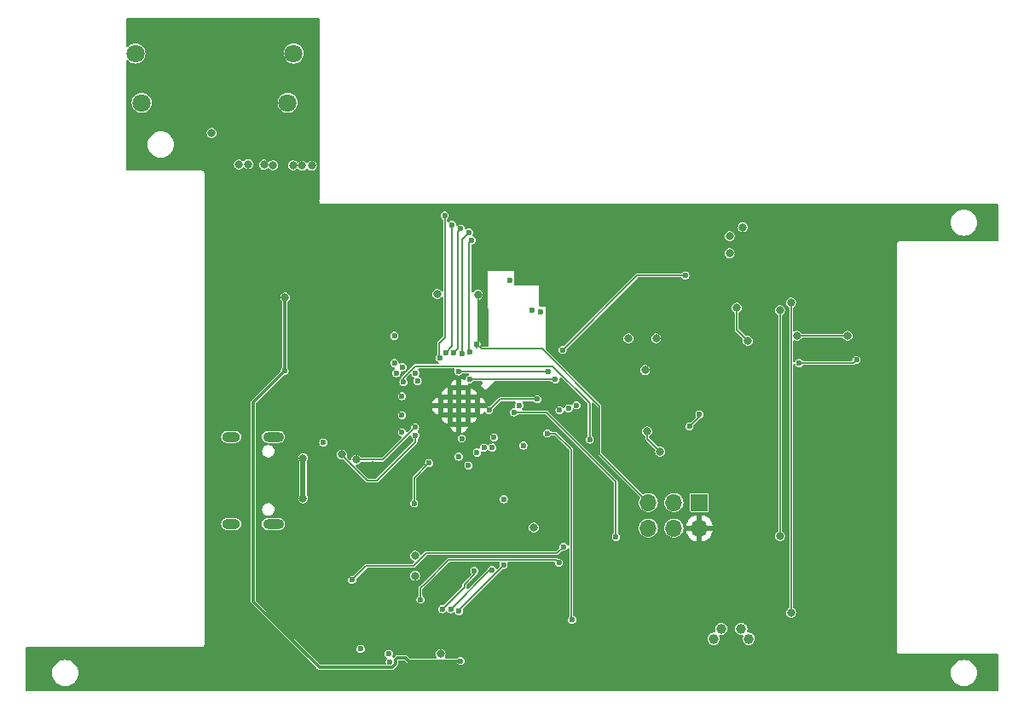
<source format=gbr>
%TF.GenerationSoftware,KiCad,Pcbnew,7.0.11-7.0.11~ubuntu22.04.1*%
%TF.CreationDate,2024-06-30T10:09:10-03:00*%
%TF.ProjectId,Pico_GG_LCD,5069636f-5f47-4475-9f4c-43442e6b6963,rev?*%
%TF.SameCoordinates,Original*%
%TF.FileFunction,Copper,L4,Bot*%
%TF.FilePolarity,Positive*%
%FSLAX46Y46*%
G04 Gerber Fmt 4.6, Leading zero omitted, Abs format (unit mm)*
G04 Created by KiCad (PCBNEW 7.0.11-7.0.11~ubuntu22.04.1) date 2024-06-30 10:09:10*
%MOMM*%
%LPD*%
G01*
G04 APERTURE LIST*
%TA.AperFunction,ComponentPad*%
%ADD10C,1.800000*%
%TD*%
%TA.AperFunction,ComponentPad*%
%ADD11C,0.800000*%
%TD*%
%TA.AperFunction,ComponentPad*%
%ADD12O,2.100000X1.000000*%
%TD*%
%TA.AperFunction,ComponentPad*%
%ADD13O,1.800000X1.000000*%
%TD*%
%TA.AperFunction,ComponentPad*%
%ADD14R,1.700000X1.700000*%
%TD*%
%TA.AperFunction,ComponentPad*%
%ADD15O,1.700000X1.700000*%
%TD*%
%TA.AperFunction,ViaPad*%
%ADD16C,0.800000*%
%TD*%
%TA.AperFunction,ViaPad*%
%ADD17C,1.000000*%
%TD*%
%TA.AperFunction,ViaPad*%
%ADD18C,0.600000*%
%TD*%
%TA.AperFunction,Conductor*%
%ADD19C,0.500000*%
%TD*%
%TA.AperFunction,Conductor*%
%ADD20C,0.200000*%
%TD*%
%TA.AperFunction,Conductor*%
%ADD21C,0.156500*%
%TD*%
%TA.AperFunction,Conductor*%
%ADD22C,0.146812*%
%TD*%
%TA.AperFunction,Conductor*%
%ADD23C,0.300000*%
%TD*%
G04 APERTURE END LIST*
D10*
%TO.P,J9,SH,SH*%
%TO.N,unconnected-(J9-PadSH)*%
X129150000Y-52950000D03*
X128550000Y-57850000D03*
X114050000Y-57850000D03*
X113450000Y-52950000D03*
%TD*%
D11*
%TO.P,U7,57,GND*%
%TO.N,GND*%
X145575814Y-89762841D03*
X146477375Y-88861280D03*
X147378936Y-87959719D03*
X144674253Y-88861280D03*
X145575814Y-87959719D03*
X146477375Y-87058158D03*
X143772692Y-87959719D03*
X144674253Y-87058158D03*
X145575814Y-86156597D03*
%TD*%
D12*
%TO.P,P1,S1,SHIELD*%
%TO.N,unconnected-(P1-SHIELD-PadS1)*%
X127150000Y-91030000D03*
D13*
X122950000Y-91030000D03*
D12*
X127150000Y-99680000D03*
D13*
X122950000Y-99680000D03*
%TD*%
D14*
%TO.P,J11,1,Pin_1*%
%TO.N,SWD*%
X169450000Y-97560000D03*
D15*
%TO.P,J11,2,Pin_2*%
%TO.N,GND*%
X169450000Y-100100000D03*
%TO.P,J11,3,Pin_3*%
%TO.N,SWCLK*%
X166910000Y-97560000D03*
%TO.P,J11,4,Pin_4*%
%TO.N,unconnected-(J11-Pin_4-Pad4)*%
X166910000Y-100100000D03*
%TO.P,J11,5,Pin_5*%
%TO.N,RUN*%
X164370000Y-97560000D03*
%TO.P,J11,6,Pin_6*%
%TO.N,Net-(J11-Pin_6)*%
X164370000Y-100100000D03*
%TD*%
D16*
%TO.N,GND*%
X145412533Y-97271716D03*
X168750000Y-83900000D03*
X130090000Y-92100000D03*
X176050000Y-70100000D03*
X124800000Y-73240000D03*
D17*
X178600000Y-112100000D03*
X174850000Y-108100000D03*
D16*
X123800000Y-56150000D03*
X125350000Y-56050000D03*
D18*
X153450000Y-93700000D03*
X152857008Y-78488363D03*
D17*
X166100000Y-104900000D03*
D16*
X136707008Y-94788363D03*
X135007008Y-90388363D03*
X125150000Y-71940000D03*
D18*
X129200000Y-79450000D03*
D16*
X177450000Y-71500000D03*
D18*
X139100000Y-79000000D03*
X140050000Y-113550000D03*
X148300000Y-109050000D03*
X134050000Y-111700000D03*
D16*
X130090000Y-98600000D03*
X137007008Y-93888363D03*
X122500000Y-71640000D03*
D17*
X176850000Y-106350000D03*
D18*
X129750000Y-80350000D03*
D17*
X166600000Y-112100000D03*
D16*
X144407008Y-100840912D03*
X135007008Y-88288363D03*
X144250000Y-114600000D03*
D18*
X150607008Y-75488363D03*
X153707008Y-78588363D03*
D16*
X184850000Y-79700000D03*
X157750000Y-103000000D03*
X184850000Y-77000000D03*
D18*
X161850000Y-114750000D03*
D16*
X124150000Y-74090000D03*
X135500000Y-74100000D03*
D18*
X158400000Y-114750000D03*
X138700000Y-114700000D03*
D16*
X159250000Y-101400000D03*
X188650000Y-78600000D03*
D18*
X150707008Y-96188363D03*
D16*
X168050000Y-72200000D03*
D18*
X148107008Y-79488363D03*
X136850000Y-112100000D03*
D16*
X134807008Y-86088363D03*
X145507008Y-103840912D03*
D18*
X143350000Y-72700000D03*
X133050000Y-110500000D03*
X128590000Y-85850000D03*
X151950000Y-109150000D03*
D16*
X167300000Y-81500000D03*
X160500000Y-81250000D03*
D18*
%TO.N,+3V3*%
X135800000Y-112100000D03*
D16*
X164050000Y-84400000D03*
X173750000Y-70200000D03*
D17*
X174350000Y-111100000D03*
D18*
X138700000Y-113400000D03*
D16*
X143400000Y-76850000D03*
D18*
X139907008Y-88888363D03*
D16*
X143750000Y-112600000D03*
D17*
X170850000Y-111100000D03*
D16*
X165150000Y-81250000D03*
X162400000Y-81250000D03*
X141207008Y-104840912D03*
D17*
X173600000Y-110100000D03*
D18*
X146507008Y-93888363D03*
D16*
X172450000Y-71100000D03*
D18*
X139907008Y-86988363D03*
D16*
X172450000Y-72800000D03*
D18*
X139150000Y-81000000D03*
D17*
X171600000Y-110100000D03*
D18*
X151950000Y-91900000D03*
X150007008Y-97240912D03*
X138600000Y-112600000D03*
X139907008Y-90588363D03*
D16*
X141207008Y-102840912D03*
%TO.N,Net-(D2-A)*%
X130090000Y-97150000D03*
X130090000Y-93150000D03*
D18*
%TO.N,FLASH_CLK*%
X142607008Y-93640912D03*
X141107008Y-97640912D03*
%TO.N,Net-(J13-Pin_1)*%
X168450000Y-90000000D03*
X169450000Y-88800000D03*
D16*
%TO.N,Net-(U7-USB_DP)*%
X133950000Y-92800000D03*
D18*
X132090000Y-91600000D03*
X141250000Y-90900000D03*
%TO.N,Net-(U7-USB_DM)*%
X141207008Y-90088363D03*
D16*
X135350000Y-93300000D03*
%TO.N,Net-(U1-A->B)*%
X164250000Y-90500000D03*
X165550000Y-92500000D03*
%TO.N,Net-(U4-A->B)*%
X173150000Y-78200000D03*
X174250000Y-81500000D03*
D18*
%TO.N,SWCLK*%
X155150000Y-85340912D03*
X146607008Y-85340912D03*
%TO.N,SWD*%
X154450000Y-84540912D03*
X145507008Y-84540912D03*
D16*
%TO.N,RUN*%
X147450000Y-76900000D03*
D18*
X147300000Y-81800000D03*
%TO.N,START_Pico*%
X139350000Y-84700000D03*
X157250000Y-87900000D03*
%TO.N,RIGHT_Pico*%
X141250000Y-84700000D03*
X156450000Y-88200000D03*
%TO.N,LEFT_Pico*%
X141450000Y-85500000D03*
X155550000Y-88400000D03*
%TO.N,SMS*%
X155850000Y-82400000D03*
X168050000Y-75000000D03*
%TO.N,DW*%
X143650000Y-83200000D03*
X144150000Y-69050000D03*
%TO.N,D04_Pico*%
X144900000Y-69950000D03*
X144250000Y-82650000D03*
%TO.N,D03_Pico*%
X145750000Y-70350000D03*
X145050000Y-82650000D03*
%TO.N,D02_Pico*%
X146550000Y-70750000D03*
X145850000Y-82800000D03*
%TO.N,D01_Pico*%
X146850000Y-71500000D03*
X146650000Y-82600000D03*
%TO.N,HDMI_D2+*%
X145550000Y-93000000D03*
D16*
X123725000Y-63975000D03*
D18*
%TO.N,Net-(J15-Pin_1)*%
X185050000Y-83400000D03*
X179350000Y-83700000D03*
%TO.N,RESET_Pico*%
X148550000Y-88400000D03*
X153350000Y-87300000D03*
%TO.N,+20V*%
X128250000Y-84500000D03*
X145750000Y-113300000D03*
D16*
X128300000Y-77190000D03*
D18*
%TO.N,LCD_D0*%
X150000000Y-103750000D03*
X145550000Y-108350000D03*
%TO.N,LCD_D1*%
X144750000Y-108150000D03*
X148850000Y-104250000D03*
%TO.N,LCD_D2*%
X147100000Y-104350000D03*
X143900000Y-108150000D03*
%TO.N,LCD_Backlight*%
X151050000Y-88600000D03*
X161150000Y-101000000D03*
%TO.N,LCD_RST*%
X154350000Y-90700000D03*
X151550000Y-87900000D03*
X156800000Y-109200000D03*
%TO.N,LCD_CLK*%
X155500000Y-103550000D03*
X141750000Y-107200000D03*
%TO.N,LCD_DEN*%
X155950000Y-101950000D03*
X134950000Y-105250000D03*
D16*
%TO.N,HDMI_D2-*%
X124650000Y-63950000D03*
D18*
X145850000Y-91200000D03*
D16*
%TO.N,HDMI_D1+*%
X126200000Y-64000000D03*
D18*
X147350000Y-92600000D03*
D16*
%TO.N,Net-(J1-Pin_1)*%
X179140000Y-81000000D03*
X184150000Y-81000000D03*
%TO.N,Net-(J5-Pin_1)*%
X177450000Y-78460000D03*
X177450000Y-100900000D03*
%TO.N,Net-(J6-Pin_1)*%
X178550000Y-77700000D03*
X178550000Y-108500000D03*
%TO.N,HDMI_D1-*%
X127100000Y-64050000D03*
D18*
X148050000Y-92100000D03*
%TO.N,HDMI_D0+*%
X139150000Y-83700000D03*
D16*
X129100000Y-64050000D03*
D18*
%TO.N,Net-(J19-Pin_1)*%
X140050000Y-85600000D03*
X158550000Y-91300000D03*
%TO.N,HDMI_D0-*%
X139950000Y-84100000D03*
D16*
X121000000Y-60850000D03*
D18*
%TO.N,HDMI_CLK+*%
X148850000Y-92100000D03*
D16*
X130000000Y-64100000D03*
D18*
%TO.N,HDMI_CLK-*%
X149050000Y-91100000D03*
D16*
X130950000Y-64100000D03*
%TO.N,Net-(J11-Pin_6)*%
X153000000Y-100050000D03*
%TD*%
D19*
%TO.N,GND*%
X144407008Y-98277241D02*
X145412533Y-97271716D01*
X144407008Y-100840912D02*
X144407008Y-98277241D01*
D20*
X137007008Y-93988363D02*
X137007008Y-93888363D01*
D19*
%TO.N,Net-(D2-A)*%
X130090000Y-93150000D02*
X130090000Y-97150000D01*
D21*
%TO.N,FLASH_CLK*%
X142607008Y-93640912D02*
X141107008Y-95140912D01*
X141107008Y-95140912D02*
X141107008Y-97640912D01*
D20*
%TO.N,Net-(J13-Pin_1)*%
X169450000Y-89000000D02*
X168450000Y-90000000D01*
X169450000Y-88800000D02*
X169450000Y-89000000D01*
%TO.N,Net-(U7-USB_DP)*%
X133950000Y-92865742D02*
X133950000Y-92800000D01*
X141250000Y-90900000D02*
X141250000Y-91540000D01*
X137411637Y-95378363D02*
X136462621Y-95378363D01*
X141250000Y-91540000D02*
X137411637Y-95378363D01*
X136462621Y-95378363D02*
X133950000Y-92865742D01*
%TO.N,Net-(U7-USB_DM)*%
X135351637Y-93298363D02*
X135350000Y-93300000D01*
X141207008Y-90088363D02*
X137997008Y-93298363D01*
X136762621Y-93298363D02*
X135351637Y-93298363D01*
X137997008Y-93298363D02*
X136762621Y-93298363D01*
%TO.N,Net-(U1-A->B)*%
X164250000Y-91200000D02*
X165550000Y-92500000D01*
X164250000Y-90500000D02*
X164250000Y-91200000D01*
%TO.N,Net-(U4-A->B)*%
X173150000Y-78200000D02*
X173150000Y-80400000D01*
X173150000Y-80400000D02*
X174250000Y-81500000D01*
D22*
%TO.N,SWCLK*%
X146607008Y-85340912D02*
X155150000Y-85340912D01*
%TO.N,SWD*%
X145507008Y-84540912D02*
X154450000Y-84540912D01*
%TO.N,RUN*%
X159550000Y-92740000D02*
X159550000Y-88000000D01*
X153850000Y-82300000D02*
X147800000Y-82300000D01*
X147450000Y-81450000D02*
X147450000Y-81650000D01*
X147450000Y-81545371D02*
X147450000Y-81450000D01*
X147450000Y-81650000D02*
X147300000Y-81800000D01*
X147800000Y-82300000D02*
X147300000Y-81800000D01*
X164370000Y-97560000D02*
X159550000Y-92740000D01*
X159550000Y-88000000D02*
X153850000Y-82300000D01*
X147300000Y-82200000D02*
X147300000Y-81800000D01*
X147450000Y-81450000D02*
X147450000Y-76900000D01*
D20*
%TO.N,START_Pico*%
X157150000Y-87900000D02*
X157250000Y-87900000D01*
%TO.N,SMS*%
X168050000Y-75000000D02*
X163250000Y-75000000D01*
X163250000Y-75000000D02*
X155850000Y-82400000D01*
%TO.N,DW*%
X144200000Y-69000000D02*
X144200000Y-81150000D01*
X143600000Y-81750000D02*
X144200000Y-81150000D01*
X143600000Y-83200000D02*
X143600000Y-81750000D01*
%TO.N,D04_Pico*%
X144900000Y-82000000D02*
X144900000Y-69950000D01*
X144250000Y-82650000D02*
X144900000Y-82000000D01*
%TO.N,D03_Pico*%
X145450000Y-82250000D02*
X145450000Y-70650000D01*
X145450000Y-70650000D02*
X145750000Y-70350000D01*
X145050000Y-82650000D02*
X145450000Y-82250000D01*
%TO.N,D02_Pico*%
X145850000Y-82800000D02*
X145850000Y-71450000D01*
X145850000Y-71450000D02*
X146550000Y-70750000D01*
%TO.N,D01_Pico*%
X146600000Y-71700000D02*
X146800000Y-71500000D01*
X146600000Y-82600000D02*
X146600000Y-71700000D01*
%TO.N,Net-(J15-Pin_1)*%
X184750000Y-83700000D02*
X179350000Y-83700000D01*
X185050000Y-83400000D02*
X184750000Y-83700000D01*
%TO.N,RESET_Pico*%
X153350000Y-87300000D02*
X149650000Y-87300000D01*
X149650000Y-87300000D02*
X148550000Y-88400000D01*
D23*
%TO.N,+20V*%
X131704000Y-113954000D02*
X138929475Y-113954000D01*
X125150000Y-107400000D02*
X131704000Y-113954000D01*
X138929475Y-113954000D02*
X139254000Y-113629475D01*
X140583475Y-113300000D02*
X145750000Y-113300000D01*
X139254000Y-113629475D02*
X139254000Y-113170525D01*
X128250000Y-84500000D02*
X125150000Y-87600000D01*
X128250000Y-77240000D02*
X128250000Y-84500000D01*
X125150000Y-87600000D02*
X125150000Y-107400000D01*
X140266737Y-112983262D02*
X140583475Y-113300000D01*
X139441263Y-112983262D02*
X140266737Y-112983262D01*
X128300000Y-77190000D02*
X128250000Y-77240000D01*
X139254000Y-113170525D02*
X139441263Y-112983262D01*
D22*
%TO.N,LCD_D0*%
X149900000Y-103800000D02*
X149900000Y-103900000D01*
X145500000Y-108300000D02*
X145500000Y-108350000D01*
X145800000Y-108000000D02*
X145500000Y-108300000D01*
X149900000Y-103900000D02*
X145800000Y-108000000D01*
D20*
%TO.N,LCD_D1*%
X148600000Y-104300000D02*
X148850000Y-104300000D01*
X144750000Y-108150000D02*
X148600000Y-104300000D01*
%TO.N,LCD_D2*%
X146100000Y-105700000D02*
X146100000Y-105950000D01*
X147100000Y-104350000D02*
X147100000Y-104700000D01*
X147100000Y-104700000D02*
X146100000Y-105700000D01*
X146100000Y-105950000D02*
X143900000Y-108150000D01*
%TO.N,LCD_Backlight*%
X161150000Y-95500000D02*
X161150000Y-101000000D01*
X154250000Y-88600000D02*
X154950000Y-89300000D01*
X151050000Y-88600000D02*
X154250000Y-88600000D01*
X154950000Y-89300000D02*
X161150000Y-95500000D01*
D22*
%TO.N,LCD_RST*%
X155150000Y-90700000D02*
X154350000Y-90700000D01*
X156700000Y-109100000D02*
X156800000Y-109200000D01*
X156700000Y-92250000D02*
X155150000Y-90700000D01*
X156700000Y-92250000D02*
X156700000Y-109100000D01*
D20*
%TO.N,LCD_CLK*%
X155196000Y-103246000D02*
X144554000Y-103246000D01*
X155500000Y-103550000D02*
X155196000Y-103246000D01*
X142200000Y-105600000D02*
X141750000Y-106050000D01*
X144554000Y-103246000D02*
X142200000Y-105600000D01*
X141750000Y-106050000D02*
X141750000Y-107200000D01*
%TO.N,LCD_DEN*%
X155250000Y-102600000D02*
X142282307Y-102600000D01*
X139500000Y-103850000D02*
X136350000Y-103850000D01*
X142282307Y-102600000D02*
X141032307Y-103850000D01*
X155950000Y-101950000D02*
X155300000Y-102600000D01*
X155300000Y-102600000D02*
X155250000Y-102600000D01*
X136350000Y-103850000D02*
X134950000Y-105250000D01*
X141032307Y-103850000D02*
X139500000Y-103850000D01*
%TO.N,Net-(J1-Pin_1)*%
X179140000Y-81000000D02*
X184150000Y-81000000D01*
%TO.N,Net-(J5-Pin_1)*%
X177450000Y-78460000D02*
X177450000Y-100900000D01*
%TO.N,Net-(J6-Pin_1)*%
X178550000Y-77700000D02*
X178550000Y-108500000D01*
D22*
%TO.N,HDMI_D1-*%
X147950000Y-92100000D02*
X148050000Y-92100000D01*
D20*
%TO.N,Net-(J19-Pin_1)*%
X141237236Y-84000000D02*
X154850000Y-84000000D01*
X154850000Y-84000000D02*
X158550000Y-87700000D01*
X140050000Y-85600000D02*
X140050000Y-85187236D01*
X140050000Y-85187236D02*
X141237236Y-84000000D01*
X158550000Y-87700000D02*
X158550000Y-91300000D01*
%TD*%
%TA.AperFunction,Conductor*%
%TO.N,GND*%
G36*
X140775368Y-90891922D02*
G01*
X140831301Y-90933794D01*
X140854507Y-90988707D01*
X140860500Y-91026551D01*
X140860501Y-91026554D01*
X140860502Y-91026555D01*
X140918674Y-91140723D01*
X140918676Y-91140725D01*
X140918678Y-91140728D01*
X141016177Y-91238227D01*
X141015063Y-91239340D01*
X141051048Y-91286000D01*
X141059500Y-91330996D01*
X141059500Y-91409731D01*
X141039815Y-91476770D01*
X141023181Y-91497412D01*
X137369049Y-95151544D01*
X137307726Y-95185029D01*
X137281368Y-95187863D01*
X136592891Y-95187863D01*
X136525852Y-95168178D01*
X136505210Y-95151544D01*
X135354070Y-94000404D01*
X135320585Y-93939081D01*
X135325569Y-93869389D01*
X135367441Y-93813456D01*
X135412536Y-93794777D01*
X135412014Y-93792999D01*
X135555853Y-93750764D01*
X135555854Y-93750764D01*
X135594332Y-93726036D01*
X135674512Y-93674507D01*
X135766878Y-93567911D01*
X135769874Y-93561351D01*
X135815629Y-93508547D01*
X135882668Y-93488863D01*
X136741158Y-93488863D01*
X137943573Y-93488863D01*
X137961147Y-93491849D01*
X137961247Y-93490969D01*
X137975129Y-93492533D01*
X137975129Y-93492532D01*
X137975130Y-93492533D01*
X138000780Y-93489642D01*
X138014663Y-93488863D01*
X138018467Y-93488863D01*
X138018471Y-93488863D01*
X138022192Y-93488013D01*
X138035875Y-93485688D01*
X138061544Y-93482796D01*
X138061547Y-93482793D01*
X138071914Y-93479166D01*
X138081786Y-93474411D01*
X138081788Y-93474411D01*
X138101973Y-93458314D01*
X138113311Y-93450268D01*
X138116535Y-93448243D01*
X138119227Y-93445550D01*
X138129585Y-93436293D01*
X138149777Y-93420192D01*
X138149778Y-93420189D01*
X138158490Y-93409266D01*
X138159182Y-93409818D01*
X138169496Y-93395280D01*
X140644355Y-90920421D01*
X140705676Y-90886938D01*
X140775368Y-90891922D01*
G37*
%TD.AperFunction*%
%TA.AperFunction,Conductor*%
G36*
X131642539Y-49420185D02*
G01*
X131688294Y-49472989D01*
X131699500Y-49524500D01*
X131699500Y-67540784D01*
X131696437Y-67562745D01*
X131695599Y-67571791D01*
X131695599Y-67571792D01*
X131695599Y-67571793D01*
X131698971Y-67608182D01*
X131699500Y-67619623D01*
X131699500Y-67627843D01*
X131699501Y-67627854D01*
X131701011Y-67635937D01*
X131702591Y-67647264D01*
X131705964Y-67683658D01*
X131708443Y-67692372D01*
X131711667Y-67701989D01*
X131714938Y-67710432D01*
X131734177Y-67741503D01*
X131739746Y-67751502D01*
X131745731Y-67763521D01*
X131756041Y-67784228D01*
X131761526Y-67791490D01*
X131767957Y-67799235D01*
X131774080Y-67805951D01*
X131803249Y-67827979D01*
X131812061Y-67835296D01*
X131839069Y-67859918D01*
X131846797Y-67864702D01*
X131855580Y-67869594D01*
X131863732Y-67873653D01*
X131863736Y-67873656D01*
X131898895Y-67883659D01*
X131909742Y-67887295D01*
X131943827Y-67900500D01*
X131943828Y-67900500D01*
X131952755Y-67902169D01*
X131962742Y-67903562D01*
X131971788Y-67904399D01*
X131971793Y-67904401D01*
X132008183Y-67901028D01*
X132019624Y-67900500D01*
X199038000Y-67900500D01*
X199105039Y-67920185D01*
X199150794Y-67972989D01*
X199162000Y-68024500D01*
X199162000Y-71475500D01*
X199142315Y-71542539D01*
X199089511Y-71588294D01*
X199038000Y-71599500D01*
X189409150Y-71599500D01*
X189386942Y-71596405D01*
X189378114Y-71595590D01*
X189378113Y-71595590D01*
X189378111Y-71595590D01*
X189378110Y-71595590D01*
X189341792Y-71598967D01*
X189330312Y-71599500D01*
X189322149Y-71599500D01*
X189313997Y-71601024D01*
X189302707Y-71602600D01*
X189266254Y-71605989D01*
X189257317Y-71608535D01*
X189248240Y-71611579D01*
X189239562Y-71614941D01*
X189208430Y-71634216D01*
X189198465Y-71639769D01*
X189165693Y-71656101D01*
X189158289Y-71661695D01*
X189150908Y-71667826D01*
X189144050Y-71674078D01*
X189121985Y-71703297D01*
X189114695Y-71712078D01*
X189090032Y-71739147D01*
X189085158Y-71747025D01*
X189080492Y-71755405D01*
X189076343Y-71763737D01*
X189066325Y-71798948D01*
X189062700Y-71809767D01*
X189049484Y-71843915D01*
X189047773Y-71853083D01*
X189046458Y-71862522D01*
X189045599Y-71871793D01*
X189048976Y-71908252D01*
X189049505Y-71919652D01*
X189061981Y-112240812D01*
X189058958Y-112262514D01*
X189058099Y-112271793D01*
X189061477Y-112308253D01*
X189062006Y-112319649D01*
X189062008Y-112327935D01*
X189063510Y-112335956D01*
X189065097Y-112347324D01*
X189068465Y-112383662D01*
X189070880Y-112392151D01*
X189074273Y-112402267D01*
X189077472Y-112410517D01*
X189077473Y-112410521D01*
X189077474Y-112410522D01*
X189096684Y-112441528D01*
X189102275Y-112451561D01*
X189118542Y-112484228D01*
X189123884Y-112491302D01*
X189130683Y-112499487D01*
X189136643Y-112506020D01*
X189136644Y-112506021D01*
X189136645Y-112506022D01*
X189165769Y-112528000D01*
X189174605Y-112535336D01*
X189201567Y-112559916D01*
X189201573Y-112559918D01*
X189209129Y-112564597D01*
X189218352Y-112569732D01*
X189226317Y-112573695D01*
X189226321Y-112573698D01*
X189261414Y-112583671D01*
X189272304Y-112587319D01*
X189306327Y-112600500D01*
X189306329Y-112600500D01*
X189315034Y-112602128D01*
X189325557Y-112603594D01*
X189334380Y-112604408D01*
X189334387Y-112604410D01*
X189368581Y-112601230D01*
X189370708Y-112601033D01*
X189382188Y-112600500D01*
X199038000Y-112600500D01*
X199105039Y-112620185D01*
X199150794Y-112672989D01*
X199162000Y-112724500D01*
X199162000Y-116175500D01*
X199142315Y-116242539D01*
X199089511Y-116288294D01*
X199038000Y-116299500D01*
X102637000Y-116299500D01*
X102569961Y-116279815D01*
X102524206Y-116227011D01*
X102513000Y-116175500D01*
X102513000Y-114500001D01*
X105157032Y-114500001D01*
X105176864Y-114726686D01*
X105176866Y-114726697D01*
X105235758Y-114946488D01*
X105235761Y-114946497D01*
X105331931Y-115152732D01*
X105331932Y-115152734D01*
X105462454Y-115339141D01*
X105623358Y-115500045D01*
X105623361Y-115500047D01*
X105809766Y-115630568D01*
X106016004Y-115726739D01*
X106235808Y-115785635D01*
X106397730Y-115799801D01*
X106462498Y-115805468D01*
X106462500Y-115805468D01*
X106462502Y-115805468D01*
X106519173Y-115800509D01*
X106689192Y-115785635D01*
X106908996Y-115726739D01*
X107115234Y-115630568D01*
X107301639Y-115500047D01*
X107462547Y-115339139D01*
X107593068Y-115152734D01*
X107689239Y-114946496D01*
X107748135Y-114726692D01*
X107767968Y-114500001D01*
X194407032Y-114500001D01*
X194426864Y-114726686D01*
X194426866Y-114726697D01*
X194485758Y-114946488D01*
X194485761Y-114946497D01*
X194581931Y-115152732D01*
X194581932Y-115152734D01*
X194712454Y-115339141D01*
X194873358Y-115500045D01*
X194873361Y-115500047D01*
X195059766Y-115630568D01*
X195266004Y-115726739D01*
X195485808Y-115785635D01*
X195647730Y-115799801D01*
X195712498Y-115805468D01*
X195712500Y-115805468D01*
X195712502Y-115805468D01*
X195769173Y-115800509D01*
X195939192Y-115785635D01*
X196158996Y-115726739D01*
X196365234Y-115630568D01*
X196551639Y-115500047D01*
X196712547Y-115339139D01*
X196843068Y-115152734D01*
X196939239Y-114946496D01*
X196998135Y-114726692D01*
X197017968Y-114500000D01*
X196998135Y-114273308D01*
X196939239Y-114053504D01*
X196843068Y-113847266D01*
X196712547Y-113660861D01*
X196712545Y-113660858D01*
X196551641Y-113499954D01*
X196365234Y-113369432D01*
X196365232Y-113369431D01*
X196158997Y-113273261D01*
X196158988Y-113273258D01*
X195939197Y-113214366D01*
X195939193Y-113214365D01*
X195939192Y-113214365D01*
X195939191Y-113214364D01*
X195939186Y-113214364D01*
X195712502Y-113194532D01*
X195712498Y-113194532D01*
X195485813Y-113214364D01*
X195485802Y-113214366D01*
X195266011Y-113273258D01*
X195266002Y-113273261D01*
X195059767Y-113369431D01*
X195059765Y-113369432D01*
X194873358Y-113499954D01*
X194712454Y-113660858D01*
X194581932Y-113847265D01*
X194581931Y-113847267D01*
X194485761Y-114053502D01*
X194485758Y-114053511D01*
X194426866Y-114273302D01*
X194426864Y-114273313D01*
X194407032Y-114499998D01*
X194407032Y-114500001D01*
X107767968Y-114500001D01*
X107767968Y-114500000D01*
X107748135Y-114273308D01*
X107689239Y-114053504D01*
X107593068Y-113847266D01*
X107462547Y-113660861D01*
X107462545Y-113660858D01*
X107301641Y-113499954D01*
X107115234Y-113369432D01*
X107115232Y-113369431D01*
X106908997Y-113273261D01*
X106908988Y-113273258D01*
X106689197Y-113214366D01*
X106689193Y-113214365D01*
X106689192Y-113214365D01*
X106689191Y-113214364D01*
X106689186Y-113214364D01*
X106462502Y-113194532D01*
X106462498Y-113194532D01*
X106235813Y-113214364D01*
X106235802Y-113214366D01*
X106016011Y-113273258D01*
X106016002Y-113273261D01*
X105809767Y-113369431D01*
X105809765Y-113369432D01*
X105623358Y-113499954D01*
X105462454Y-113660858D01*
X105331932Y-113847265D01*
X105331931Y-113847267D01*
X105235761Y-114053502D01*
X105235758Y-114053511D01*
X105176866Y-114273302D01*
X105176864Y-114273313D01*
X105157032Y-114499998D01*
X105157032Y-114500001D01*
X102513000Y-114500001D01*
X102513000Y-112024500D01*
X102532685Y-111957461D01*
X102585489Y-111911706D01*
X102637000Y-111900500D01*
X119940785Y-111900500D01*
X119962742Y-111903562D01*
X119971788Y-111904399D01*
X119971793Y-111904401D01*
X120008183Y-111901028D01*
X120019624Y-111900500D01*
X120027845Y-111900500D01*
X120030407Y-111900020D01*
X120035921Y-111898989D01*
X120047259Y-111897407D01*
X120083660Y-111894035D01*
X120083666Y-111894031D01*
X120092421Y-111891541D01*
X120101940Y-111888350D01*
X120110431Y-111885061D01*
X120110433Y-111885061D01*
X120141521Y-111865811D01*
X120151498Y-111860254D01*
X120184228Y-111843958D01*
X120184230Y-111843954D01*
X120191523Y-111838448D01*
X120199197Y-111832076D01*
X120205949Y-111825921D01*
X120205949Y-111825920D01*
X120205952Y-111825919D01*
X120227990Y-111796734D01*
X120235275Y-111787961D01*
X120259916Y-111760933D01*
X120259918Y-111760927D01*
X120264721Y-111753170D01*
X120269579Y-111744448D01*
X120273651Y-111736269D01*
X120273656Y-111736264D01*
X120283663Y-111701089D01*
X120287289Y-111690270D01*
X120300500Y-111656173D01*
X120300500Y-111656171D01*
X120300501Y-111656169D01*
X120302172Y-111647229D01*
X120303561Y-111637276D01*
X120304401Y-111628207D01*
X120301029Y-111591817D01*
X120300500Y-111580376D01*
X120300500Y-99680001D01*
X121954405Y-99680001D01*
X121974698Y-99834149D01*
X121974699Y-99834151D01*
X122034198Y-99977794D01*
X122034199Y-99977795D01*
X122034200Y-99977797D01*
X122128851Y-100101149D01*
X122252203Y-100195800D01*
X122395849Y-100255301D01*
X122453574Y-100262900D01*
X122511298Y-100270500D01*
X122511299Y-100270500D01*
X123388702Y-100270500D01*
X123427184Y-100265433D01*
X123504151Y-100255301D01*
X123647797Y-100195800D01*
X123771149Y-100101149D01*
X123865800Y-99977798D01*
X123925301Y-99834151D01*
X123945595Y-99680000D01*
X123945001Y-99675491D01*
X123929731Y-99559500D01*
X123925301Y-99525849D01*
X123865800Y-99382203D01*
X123771149Y-99258851D01*
X123647797Y-99164200D01*
X123647794Y-99164198D01*
X123504151Y-99104699D01*
X123504149Y-99104698D01*
X123388702Y-99089500D01*
X123388701Y-99089500D01*
X122511299Y-99089500D01*
X122511298Y-99089500D01*
X122395850Y-99104698D01*
X122395848Y-99104699D01*
X122252205Y-99164198D01*
X122252202Y-99164200D01*
X122128849Y-99258852D01*
X122034200Y-99382201D01*
X122034198Y-99382204D01*
X121974699Y-99525848D01*
X121974698Y-99525850D01*
X121954405Y-99679998D01*
X121954405Y-99680001D01*
X120300500Y-99680001D01*
X120300500Y-91030001D01*
X121954405Y-91030001D01*
X121974698Y-91184149D01*
X121974699Y-91184151D01*
X122034198Y-91327794D01*
X122034199Y-91327795D01*
X122034200Y-91327797D01*
X122128851Y-91451149D01*
X122252203Y-91545800D01*
X122395849Y-91605301D01*
X122453574Y-91612900D01*
X122511298Y-91620500D01*
X122511299Y-91620500D01*
X123388702Y-91620500D01*
X123431192Y-91614906D01*
X123504151Y-91605301D01*
X123647797Y-91545800D01*
X123771149Y-91451149D01*
X123865800Y-91327798D01*
X123925301Y-91184151D01*
X123941741Y-91059276D01*
X123945595Y-91030001D01*
X123945595Y-91029998D01*
X123925301Y-90875850D01*
X123925301Y-90875849D01*
X123865800Y-90732203D01*
X123771149Y-90608851D01*
X123647797Y-90514200D01*
X123647794Y-90514198D01*
X123504151Y-90454699D01*
X123504149Y-90454698D01*
X123388702Y-90439500D01*
X123388701Y-90439500D01*
X122511299Y-90439500D01*
X122511298Y-90439500D01*
X122395850Y-90454698D01*
X122395848Y-90454699D01*
X122252205Y-90514198D01*
X122252202Y-90514200D01*
X122128849Y-90608852D01*
X122034200Y-90732201D01*
X122034198Y-90732204D01*
X121974699Y-90875848D01*
X121974698Y-90875850D01*
X121954405Y-91029998D01*
X121954405Y-91030001D01*
X120300500Y-91030001D01*
X120300500Y-87612868D01*
X124904463Y-87612868D01*
X124905275Y-87615895D01*
X124909500Y-87647988D01*
X124909500Y-107390452D01*
X124909330Y-107396942D01*
X124907154Y-107438461D01*
X124907154Y-107438462D01*
X124915193Y-107459404D01*
X124920719Y-107478059D01*
X124925384Y-107500007D01*
X124927227Y-107502543D01*
X124942670Y-107530985D01*
X124943792Y-107533909D01*
X124943794Y-107533912D01*
X124959652Y-107549770D01*
X124972288Y-107564564D01*
X124985478Y-107582719D01*
X124988188Y-107584283D01*
X125013874Y-107603992D01*
X131527194Y-114117313D01*
X131531645Y-114122002D01*
X131559479Y-114152915D01*
X131579972Y-114162039D01*
X131597065Y-114171319D01*
X131615888Y-114183543D01*
X131618974Y-114184031D01*
X131650020Y-114193226D01*
X131652880Y-114194500D01*
X131675315Y-114194500D01*
X131694711Y-114196026D01*
X131716868Y-114199536D01*
X131719895Y-114198724D01*
X131751987Y-114194500D01*
X138919928Y-114194500D01*
X138926417Y-114194669D01*
X138967937Y-114196846D01*
X138988886Y-114188803D01*
X139007533Y-114183280D01*
X139029481Y-114178616D01*
X139032011Y-114176778D01*
X139060465Y-114161327D01*
X139063387Y-114160206D01*
X139079251Y-114144340D01*
X139094041Y-114131709D01*
X139112194Y-114118521D01*
X139113758Y-114115811D01*
X139133464Y-114090127D01*
X139417329Y-113806263D01*
X139422001Y-113801829D01*
X139452915Y-113773996D01*
X139462039Y-113753499D01*
X139471326Y-113736399D01*
X139483542Y-113717589D01*
X139483542Y-113717588D01*
X139483543Y-113717587D01*
X139484031Y-113714498D01*
X139493227Y-113683453D01*
X139494500Y-113680595D01*
X139494500Y-113658160D01*
X139496027Y-113638761D01*
X139499536Y-113616607D01*
X139498725Y-113613579D01*
X139494500Y-113581488D01*
X139494500Y-113347762D01*
X139514185Y-113280723D01*
X139566989Y-113234968D01*
X139618500Y-113223762D01*
X140115757Y-113223762D01*
X140182796Y-113243447D01*
X140203438Y-113260081D01*
X140406660Y-113463303D01*
X140411112Y-113467993D01*
X140438954Y-113498915D01*
X140459455Y-113508042D01*
X140476543Y-113517320D01*
X140495362Y-113529542D01*
X140498453Y-113530031D01*
X140529494Y-113539226D01*
X140532355Y-113540500D01*
X140554790Y-113540500D01*
X140574188Y-113542027D01*
X140596342Y-113545536D01*
X140596343Y-113545536D01*
X140599370Y-113544725D01*
X140631463Y-113540500D01*
X145367089Y-113540500D01*
X145434128Y-113560185D01*
X145454765Y-113576814D01*
X145509277Y-113631326D01*
X145623445Y-113689498D01*
X145623446Y-113689498D01*
X145623448Y-113689499D01*
X145749997Y-113709542D01*
X145750000Y-113709542D01*
X145750003Y-113709542D01*
X145876551Y-113689499D01*
X145876552Y-113689498D01*
X145876555Y-113689498D01*
X145990723Y-113631326D01*
X146081326Y-113540723D01*
X146139498Y-113426555D01*
X146139499Y-113426551D01*
X146159542Y-113300003D01*
X146159542Y-113299996D01*
X146139499Y-113173448D01*
X146139498Y-113173446D01*
X146139498Y-113173445D01*
X146081326Y-113059277D01*
X146081322Y-113059273D01*
X146081321Y-113059271D01*
X145990728Y-112968678D01*
X145990725Y-112968676D01*
X145990723Y-112968674D01*
X145876555Y-112910502D01*
X145876554Y-112910501D01*
X145876551Y-112910500D01*
X145750003Y-112890458D01*
X145749997Y-112890458D01*
X145623448Y-112910500D01*
X145582586Y-112931321D01*
X145509277Y-112968674D01*
X145509276Y-112968675D01*
X145509275Y-112968675D01*
X145490940Y-112987011D01*
X145454768Y-113023182D01*
X145393448Y-113056666D01*
X145367089Y-113059500D01*
X144270840Y-113059500D01*
X144203801Y-113039815D01*
X144158046Y-112987011D01*
X144148102Y-112917853D01*
X144163644Y-112876184D01*
X144163194Y-112875979D01*
X144166068Y-112869685D01*
X144166526Y-112868458D01*
X144166870Y-112867919D01*
X144166878Y-112867911D01*
X144225471Y-112739611D01*
X144245544Y-112600000D01*
X144225471Y-112460389D01*
X144212196Y-112431321D01*
X144166880Y-112332092D01*
X144166878Y-112332090D01*
X144166878Y-112332089D01*
X144074512Y-112225493D01*
X144074509Y-112225491D01*
X144074510Y-112225491D01*
X143955854Y-112149235D01*
X143820525Y-112109500D01*
X143820523Y-112109500D01*
X143679477Y-112109500D01*
X143679474Y-112109500D01*
X143544146Y-112149235D01*
X143544145Y-112149235D01*
X143425489Y-112225491D01*
X143333122Y-112332089D01*
X143333119Y-112332092D01*
X143274530Y-112460385D01*
X143274528Y-112460393D01*
X143254456Y-112600000D01*
X143274528Y-112739606D01*
X143274530Y-112739614D01*
X143320708Y-112840728D01*
X143333122Y-112867911D01*
X143333125Y-112867914D01*
X143333474Y-112868458D01*
X143333659Y-112869088D01*
X143336806Y-112875979D01*
X143335815Y-112876431D01*
X143353160Y-112935497D01*
X143333477Y-113002537D01*
X143280674Y-113048293D01*
X143229160Y-113059500D01*
X140734455Y-113059500D01*
X140667416Y-113039815D01*
X140646774Y-113023181D01*
X140443550Y-112819957D01*
X140439080Y-112815247D01*
X140411257Y-112784346D01*
X140411256Y-112784345D01*
X140390760Y-112775220D01*
X140373661Y-112765936D01*
X140354850Y-112753720D01*
X140351753Y-112753229D01*
X140320717Y-112744035D01*
X140317859Y-112742762D01*
X140317857Y-112742762D01*
X140295422Y-112742762D01*
X140276024Y-112741235D01*
X140253869Y-112737725D01*
X140253868Y-112737725D01*
X140250842Y-112738537D01*
X140218749Y-112742762D01*
X139450810Y-112742762D01*
X139444320Y-112742592D01*
X139402804Y-112740416D01*
X139402799Y-112740416D01*
X139381851Y-112748457D01*
X139363207Y-112753979D01*
X139341259Y-112758645D01*
X139341252Y-112758648D01*
X139338710Y-112760495D01*
X139310290Y-112775925D01*
X139307356Y-112777051D01*
X139307351Y-112777054D01*
X139291483Y-112792922D01*
X139276695Y-112805552D01*
X139258543Y-112818741D01*
X139258542Y-112818742D01*
X139256973Y-112821460D01*
X139237270Y-112847135D01*
X139160433Y-112923972D01*
X139099110Y-112957457D01*
X139029418Y-112952473D01*
X138973485Y-112910601D01*
X138949068Y-112845137D01*
X138962267Y-112779997D01*
X138989498Y-112726555D01*
X138989499Y-112726551D01*
X139009542Y-112600003D01*
X139009542Y-112599996D01*
X138989499Y-112473448D01*
X138989498Y-112473446D01*
X138989498Y-112473445D01*
X138931326Y-112359277D01*
X138931322Y-112359273D01*
X138931321Y-112359271D01*
X138840728Y-112268678D01*
X138840725Y-112268676D01*
X138840723Y-112268674D01*
X138726555Y-112210502D01*
X138726554Y-112210501D01*
X138726551Y-112210500D01*
X138600003Y-112190458D01*
X138599997Y-112190458D01*
X138473448Y-112210500D01*
X138441947Y-112226551D01*
X138359277Y-112268674D01*
X138359276Y-112268675D01*
X138359271Y-112268678D01*
X138268678Y-112359271D01*
X138268675Y-112359276D01*
X138210500Y-112473448D01*
X138190458Y-112599996D01*
X138190458Y-112600003D01*
X138210500Y-112726551D01*
X138210501Y-112726554D01*
X138210502Y-112726555D01*
X138268674Y-112840723D01*
X138268676Y-112840725D01*
X138268678Y-112840728D01*
X138359271Y-112931321D01*
X138359276Y-112931325D01*
X138359277Y-112931326D01*
X138364439Y-112933956D01*
X138415235Y-112981927D01*
X138432032Y-113049748D01*
X138409497Y-113115883D01*
X138395829Y-113132121D01*
X138368676Y-113159274D01*
X138368675Y-113159276D01*
X138368674Y-113159277D01*
X138350711Y-113194532D01*
X138310500Y-113273448D01*
X138290458Y-113399996D01*
X138290458Y-113400003D01*
X138310500Y-113526551D01*
X138310501Y-113526554D01*
X138310502Y-113526555D01*
X138313890Y-113533205D01*
X138326787Y-113601872D01*
X138300512Y-113666613D01*
X138243406Y-113706871D01*
X138203406Y-113713500D01*
X131854981Y-113713500D01*
X131787942Y-113693815D01*
X131767300Y-113677181D01*
X130190122Y-112100003D01*
X135390458Y-112100003D01*
X135410500Y-112226551D01*
X135410501Y-112226554D01*
X135410502Y-112226555D01*
X135468674Y-112340723D01*
X135468676Y-112340725D01*
X135468678Y-112340728D01*
X135559271Y-112431321D01*
X135559273Y-112431322D01*
X135559277Y-112431326D01*
X135673445Y-112489498D01*
X135673446Y-112489498D01*
X135673448Y-112489499D01*
X135799997Y-112509542D01*
X135800000Y-112509542D01*
X135800003Y-112509542D01*
X135926551Y-112489499D01*
X135926552Y-112489498D01*
X135926555Y-112489498D01*
X136040723Y-112431326D01*
X136131326Y-112340723D01*
X136189498Y-112226555D01*
X136189499Y-112226551D01*
X136209542Y-112100003D01*
X136209542Y-112099996D01*
X136189499Y-111973448D01*
X136189498Y-111973446D01*
X136189498Y-111973445D01*
X136131326Y-111859277D01*
X136131322Y-111859273D01*
X136131321Y-111859271D01*
X136040728Y-111768678D01*
X136040725Y-111768676D01*
X136040723Y-111768674D01*
X135926555Y-111710502D01*
X135926554Y-111710501D01*
X135926551Y-111710500D01*
X135800003Y-111690458D01*
X135799997Y-111690458D01*
X135673448Y-111710500D01*
X135622885Y-111736264D01*
X135559277Y-111768674D01*
X135559276Y-111768675D01*
X135559271Y-111768678D01*
X135468678Y-111859271D01*
X135468675Y-111859276D01*
X135468674Y-111859277D01*
X135445682Y-111904401D01*
X135410500Y-111973448D01*
X135390458Y-112099996D01*
X135390458Y-112100003D01*
X130190122Y-112100003D01*
X129190119Y-111100000D01*
X170240284Y-111100000D01*
X170261060Y-111257805D01*
X170261061Y-111257809D01*
X170321968Y-111404855D01*
X170321969Y-111404857D01*
X170321970Y-111404858D01*
X170418866Y-111531134D01*
X170545142Y-111628030D01*
X170692194Y-111688940D01*
X170831640Y-111707298D01*
X170849999Y-111709716D01*
X170850000Y-111709716D01*
X170850001Y-111709716D01*
X170866446Y-111707550D01*
X171007806Y-111688940D01*
X171154858Y-111628030D01*
X171281134Y-111531134D01*
X171378030Y-111404858D01*
X171438940Y-111257806D01*
X171459716Y-111100000D01*
X171438940Y-110942194D01*
X171409990Y-110872303D01*
X171402522Y-110802835D01*
X171433797Y-110740356D01*
X171493886Y-110704704D01*
X171540733Y-110701913D01*
X171600000Y-110709716D01*
X171757806Y-110688940D01*
X171904858Y-110628030D01*
X172031134Y-110531134D01*
X172128030Y-110404858D01*
X172188940Y-110257806D01*
X172209716Y-110100000D01*
X172990284Y-110100000D01*
X173011060Y-110257805D01*
X173011061Y-110257809D01*
X173071968Y-110404855D01*
X173071969Y-110404857D01*
X173071970Y-110404858D01*
X173168866Y-110531134D01*
X173295142Y-110628030D01*
X173442194Y-110688940D01*
X173600000Y-110709716D01*
X173659263Y-110701913D01*
X173728295Y-110712678D01*
X173780552Y-110759057D01*
X173799438Y-110826325D01*
X173790009Y-110872303D01*
X173761060Y-110942194D01*
X173740284Y-111099999D01*
X173740284Y-111100000D01*
X173761060Y-111257805D01*
X173761061Y-111257809D01*
X173821968Y-111404855D01*
X173821969Y-111404857D01*
X173821970Y-111404858D01*
X173918866Y-111531134D01*
X174045142Y-111628030D01*
X174192194Y-111688940D01*
X174331640Y-111707298D01*
X174349999Y-111709716D01*
X174350000Y-111709716D01*
X174350001Y-111709716D01*
X174366446Y-111707550D01*
X174507806Y-111688940D01*
X174654858Y-111628030D01*
X174781134Y-111531134D01*
X174878030Y-111404858D01*
X174938940Y-111257806D01*
X174959716Y-111100000D01*
X174938940Y-110942194D01*
X174890946Y-110826325D01*
X174878031Y-110795144D01*
X174878030Y-110795143D01*
X174878030Y-110795142D01*
X174781134Y-110668866D01*
X174654858Y-110571970D01*
X174654857Y-110571969D01*
X174654855Y-110571968D01*
X174507809Y-110511061D01*
X174507807Y-110511060D01*
X174507806Y-110511060D01*
X174409261Y-110498086D01*
X174350001Y-110490284D01*
X174349999Y-110490284D01*
X174290738Y-110498086D01*
X174221702Y-110487321D01*
X174169446Y-110440941D01*
X174150561Y-110373672D01*
X174159991Y-110327695D01*
X174188940Y-110257806D01*
X174209716Y-110100000D01*
X174188940Y-109942194D01*
X174128030Y-109795142D01*
X174031134Y-109668866D01*
X173904858Y-109571970D01*
X173904857Y-109571969D01*
X173904855Y-109571968D01*
X173757809Y-109511061D01*
X173757807Y-109511060D01*
X173757806Y-109511060D01*
X173678903Y-109500672D01*
X173600001Y-109490284D01*
X173599999Y-109490284D01*
X173442194Y-109511060D01*
X173442190Y-109511061D01*
X173295144Y-109571968D01*
X173168866Y-109668866D01*
X173071968Y-109795144D01*
X173011061Y-109942190D01*
X173011060Y-109942194D01*
X172990284Y-110099999D01*
X172990284Y-110100000D01*
X172209716Y-110100000D01*
X172188940Y-109942194D01*
X172128030Y-109795142D01*
X172031134Y-109668866D01*
X171904858Y-109571970D01*
X171904857Y-109571969D01*
X171904855Y-109571968D01*
X171757809Y-109511061D01*
X171757807Y-109511060D01*
X171757806Y-109511060D01*
X171678903Y-109500672D01*
X171600001Y-109490284D01*
X171599999Y-109490284D01*
X171442194Y-109511060D01*
X171442190Y-109511061D01*
X171295144Y-109571968D01*
X171168866Y-109668866D01*
X171071968Y-109795144D01*
X171011061Y-109942190D01*
X171011060Y-109942194D01*
X170990284Y-110099999D01*
X170990284Y-110100000D01*
X171011059Y-110257803D01*
X171011059Y-110257805D01*
X171011060Y-110257806D01*
X171040008Y-110327694D01*
X171040009Y-110327695D01*
X171047477Y-110397165D01*
X171016201Y-110459644D01*
X170956112Y-110495296D01*
X170909261Y-110498086D01*
X170850001Y-110490284D01*
X170849999Y-110490284D01*
X170692194Y-110511060D01*
X170692190Y-110511061D01*
X170545144Y-110571968D01*
X170418866Y-110668866D01*
X170321968Y-110795144D01*
X170261061Y-110942190D01*
X170261060Y-110942194D01*
X170240284Y-111099999D01*
X170240284Y-111100000D01*
X129190119Y-111100000D01*
X125426819Y-107336700D01*
X125393334Y-107275377D01*
X125390500Y-107249019D01*
X125390500Y-107200003D01*
X141340458Y-107200003D01*
X141360500Y-107326551D01*
X141360501Y-107326554D01*
X141360502Y-107326555D01*
X141418674Y-107440723D01*
X141418676Y-107440725D01*
X141418678Y-107440728D01*
X141509271Y-107531321D01*
X141509273Y-107531322D01*
X141509277Y-107531326D01*
X141623445Y-107589498D01*
X141623446Y-107589498D01*
X141623448Y-107589499D01*
X141749997Y-107609542D01*
X141750000Y-107609542D01*
X141750003Y-107609542D01*
X141876551Y-107589499D01*
X141876552Y-107589498D01*
X141876555Y-107589498D01*
X141990723Y-107531326D01*
X142081326Y-107440723D01*
X142139498Y-107326555D01*
X142139499Y-107326551D01*
X142159542Y-107200003D01*
X142159542Y-107199996D01*
X142139499Y-107073448D01*
X142139498Y-107073446D01*
X142139498Y-107073445D01*
X142081326Y-106959277D01*
X142081322Y-106959273D01*
X142081321Y-106959271D01*
X141983823Y-106861773D01*
X141984935Y-106860660D01*
X141948948Y-106813988D01*
X141940500Y-106769003D01*
X141940500Y-106180269D01*
X141960185Y-106113230D01*
X141976819Y-106092588D01*
X142408439Y-105660968D01*
X142408451Y-105660954D01*
X144596589Y-103472819D01*
X144657912Y-103439334D01*
X144684270Y-103436500D01*
X149503406Y-103436500D01*
X149570445Y-103456185D01*
X149616200Y-103508989D01*
X149626144Y-103578147D01*
X149613891Y-103616793D01*
X149611930Y-103620641D01*
X149610500Y-103623448D01*
X149590458Y-103749996D01*
X149590458Y-103750003D01*
X149611712Y-103884202D01*
X149602757Y-103953495D01*
X149576920Y-103991280D01*
X149429463Y-104138737D01*
X149368140Y-104172222D01*
X149298448Y-104167238D01*
X149242515Y-104125366D01*
X149231300Y-104107356D01*
X149181326Y-104009277D01*
X149181322Y-104009273D01*
X149181321Y-104009271D01*
X149090728Y-103918678D01*
X149090725Y-103918676D01*
X149090723Y-103918674D01*
X148976555Y-103860502D01*
X148976554Y-103860501D01*
X148976551Y-103860500D01*
X148850003Y-103840458D01*
X148849997Y-103840458D01*
X148723448Y-103860500D01*
X148667493Y-103889011D01*
X148609277Y-103918674D01*
X148609276Y-103918675D01*
X148609271Y-103918678D01*
X148518678Y-104009271D01*
X148518675Y-104009276D01*
X148518674Y-104009277D01*
X148500895Y-104044170D01*
X148460502Y-104123444D01*
X148458026Y-104139078D01*
X148428094Y-104202211D01*
X148423234Y-104207357D01*
X146490089Y-106140502D01*
X146428766Y-106173987D01*
X146359074Y-106169003D01*
X146303141Y-106127131D01*
X146278724Y-106061667D01*
X146283155Y-106028455D01*
X146282868Y-106028423D01*
X146284432Y-106014537D01*
X146284433Y-106014536D01*
X146287325Y-105988864D01*
X146289650Y-105975184D01*
X146290500Y-105971463D01*
X146290500Y-105967655D01*
X146291280Y-105953769D01*
X146294170Y-105928122D01*
X146292606Y-105914243D01*
X146293486Y-105914143D01*
X146290500Y-105896567D01*
X146290500Y-105830269D01*
X146310185Y-105763230D01*
X146326819Y-105742588D01*
X146737996Y-105331411D01*
X147196919Y-104872487D01*
X147211455Y-104862175D01*
X147210903Y-104861482D01*
X147221826Y-104852770D01*
X147221829Y-104852769D01*
X147237926Y-104832582D01*
X147247183Y-104822224D01*
X147249881Y-104819527D01*
X147251904Y-104816307D01*
X147259962Y-104804950D01*
X147276048Y-104784780D01*
X147276048Y-104784778D01*
X147276049Y-104784778D01*
X147280806Y-104774899D01*
X147284431Y-104764540D01*
X147284434Y-104764536D01*
X147284434Y-104764530D01*
X147289049Y-104751346D01*
X147292063Y-104752400D01*
X147310564Y-104708358D01*
X147333843Y-104686324D01*
X147340716Y-104681329D01*
X147340723Y-104681326D01*
X147431326Y-104590723D01*
X147489498Y-104476555D01*
X147491106Y-104466403D01*
X147509542Y-104350003D01*
X147509542Y-104349996D01*
X147489499Y-104223448D01*
X147489498Y-104223446D01*
X147489498Y-104223445D01*
X147431326Y-104109277D01*
X147431322Y-104109273D01*
X147431321Y-104109271D01*
X147340728Y-104018678D01*
X147340725Y-104018676D01*
X147340723Y-104018674D01*
X147226555Y-103960502D01*
X147226554Y-103960501D01*
X147226551Y-103960500D01*
X147100003Y-103940458D01*
X147099997Y-103940458D01*
X146973448Y-103960500D01*
X146919637Y-103987919D01*
X146859277Y-104018674D01*
X146859276Y-104018675D01*
X146859271Y-104018678D01*
X146768678Y-104109271D01*
X146768675Y-104109276D01*
X146768674Y-104109277D01*
X146739141Y-104167238D01*
X146710500Y-104223448D01*
X146690458Y-104349996D01*
X146690458Y-104350003D01*
X146710500Y-104476551D01*
X146710501Y-104476554D01*
X146710502Y-104476555D01*
X146768674Y-104590723D01*
X146768677Y-104590726D01*
X146774413Y-104598622D01*
X146772714Y-104599856D01*
X146800074Y-104649962D01*
X146795090Y-104719654D01*
X146766589Y-104764001D01*
X146003075Y-105527515D01*
X145988539Y-105537831D01*
X145989091Y-105538522D01*
X145978167Y-105547233D01*
X145962066Y-105567423D01*
X145952816Y-105577776D01*
X145950119Y-105580472D01*
X145950118Y-105580474D01*
X145948086Y-105583708D01*
X145940057Y-105595023D01*
X145923952Y-105615219D01*
X145919189Y-105625109D01*
X145915566Y-105635466D01*
X145912674Y-105661123D01*
X145910351Y-105674804D01*
X145909500Y-105678534D01*
X145909500Y-105682344D01*
X145908720Y-105696229D01*
X145905829Y-105721878D01*
X145907394Y-105735761D01*
X145906513Y-105735860D01*
X145909500Y-105753435D01*
X145909500Y-105819730D01*
X145889815Y-105886769D01*
X145873181Y-105907411D01*
X144065649Y-107714942D01*
X144004326Y-107748427D01*
X143958571Y-107749734D01*
X143900003Y-107740458D01*
X143899997Y-107740458D01*
X143773448Y-107760500D01*
X143717493Y-107789011D01*
X143659277Y-107818674D01*
X143659276Y-107818675D01*
X143659271Y-107818678D01*
X143568678Y-107909271D01*
X143568675Y-107909276D01*
X143568674Y-107909277D01*
X143552420Y-107941177D01*
X143510500Y-108023448D01*
X143490458Y-108149996D01*
X143490458Y-108150003D01*
X143510500Y-108276551D01*
X143510501Y-108276554D01*
X143510502Y-108276555D01*
X143568674Y-108390723D01*
X143568676Y-108390725D01*
X143568678Y-108390728D01*
X143659271Y-108481321D01*
X143659273Y-108481322D01*
X143659277Y-108481326D01*
X143773445Y-108539498D01*
X143773446Y-108539498D01*
X143773448Y-108539499D01*
X143899997Y-108559542D01*
X143900000Y-108559542D01*
X143900003Y-108559542D01*
X144026551Y-108539499D01*
X144026552Y-108539498D01*
X144026555Y-108539498D01*
X144140723Y-108481326D01*
X144167563Y-108454486D01*
X144237319Y-108384731D01*
X144298642Y-108351246D01*
X144368334Y-108356230D01*
X144412681Y-108384731D01*
X144509271Y-108481321D01*
X144509273Y-108481322D01*
X144509277Y-108481326D01*
X144623445Y-108539498D01*
X144623446Y-108539498D01*
X144623448Y-108539499D01*
X144749997Y-108559542D01*
X144750000Y-108559542D01*
X144750003Y-108559542D01*
X144876551Y-108539499D01*
X144876552Y-108539498D01*
X144876555Y-108539498D01*
X144990723Y-108481326D01*
X144990730Y-108481318D01*
X144998622Y-108475587D01*
X145000937Y-108478774D01*
X145045243Y-108454486D01*
X145114943Y-108459354D01*
X145170946Y-108501132D01*
X145182287Y-108519312D01*
X145218673Y-108590721D01*
X145218678Y-108590728D01*
X145309271Y-108681321D01*
X145309273Y-108681322D01*
X145309277Y-108681326D01*
X145423445Y-108739498D01*
X145423446Y-108739498D01*
X145423448Y-108739499D01*
X145549997Y-108759542D01*
X145550000Y-108759542D01*
X145550003Y-108759542D01*
X145676551Y-108739499D01*
X145676552Y-108739498D01*
X145676555Y-108739498D01*
X145790723Y-108681326D01*
X145881326Y-108590723D01*
X145939498Y-108476555D01*
X145939499Y-108476551D01*
X145959542Y-108350003D01*
X145959542Y-108349996D01*
X145939499Y-108223449D01*
X145939498Y-108223446D01*
X145939498Y-108223445D01*
X145936131Y-108216838D01*
X145923235Y-108148171D01*
X145949510Y-108083430D01*
X145958935Y-108072863D01*
X146831802Y-107199996D01*
X149845047Y-104186749D01*
X149906368Y-104153266D01*
X149952125Y-104151959D01*
X149963508Y-104153762D01*
X149999999Y-104159542D01*
X150000000Y-104159542D01*
X150000003Y-104159542D01*
X150126551Y-104139499D01*
X150126552Y-104139498D01*
X150126555Y-104139498D01*
X150240723Y-104081326D01*
X150331326Y-103990723D01*
X150389498Y-103876555D01*
X150392041Y-103860500D01*
X150409542Y-103750003D01*
X150409542Y-103749996D01*
X150389499Y-103623448D01*
X150389498Y-103623446D01*
X150389498Y-103623445D01*
X150386109Y-103616794D01*
X150373213Y-103548128D01*
X150399488Y-103483387D01*
X150456594Y-103443129D01*
X150496594Y-103436500D01*
X154966575Y-103436500D01*
X155033614Y-103456185D01*
X155079369Y-103508989D01*
X155089048Y-103541102D01*
X155110500Y-103676552D01*
X155122509Y-103700120D01*
X155168674Y-103790723D01*
X155168676Y-103790725D01*
X155168678Y-103790728D01*
X155259271Y-103881321D01*
X155259273Y-103881322D01*
X155259277Y-103881326D01*
X155373445Y-103939498D01*
X155373446Y-103939498D01*
X155373448Y-103939499D01*
X155499997Y-103959542D01*
X155500000Y-103959542D01*
X155500003Y-103959542D01*
X155626551Y-103939499D01*
X155626552Y-103939498D01*
X155626555Y-103939498D01*
X155740723Y-103881326D01*
X155831326Y-103790723D01*
X155889498Y-103676555D01*
X155889499Y-103676551D01*
X155909542Y-103550003D01*
X155909542Y-103549996D01*
X155889499Y-103423448D01*
X155889498Y-103423446D01*
X155889498Y-103423445D01*
X155831326Y-103309277D01*
X155831322Y-103309273D01*
X155831321Y-103309271D01*
X155740728Y-103218678D01*
X155740725Y-103218676D01*
X155740723Y-103218674D01*
X155626555Y-103160502D01*
X155626554Y-103160501D01*
X155626551Y-103160500D01*
X155500003Y-103140458D01*
X155500001Y-103140458D01*
X155500000Y-103140458D01*
X155485391Y-103142771D01*
X155444845Y-103149193D01*
X155375552Y-103140237D01*
X155348137Y-103123667D01*
X155328580Y-103108071D01*
X155318211Y-103098804D01*
X155315529Y-103096122D01*
X155315524Y-103096118D01*
X155314892Y-103095721D01*
X155312309Y-103094097D01*
X155300982Y-103086062D01*
X155280780Y-103069952D01*
X155280779Y-103069951D01*
X155280777Y-103069950D01*
X155270893Y-103065190D01*
X155260539Y-103061567D01*
X155234876Y-103058675D01*
X155221184Y-103056348D01*
X155217467Y-103055500D01*
X155217463Y-103055500D01*
X155213655Y-103055500D01*
X155199772Y-103054720D01*
X155195543Y-103054243D01*
X155174121Y-103051829D01*
X155160239Y-103053394D01*
X155160139Y-103052513D01*
X155142565Y-103055500D01*
X144607435Y-103055500D01*
X144589860Y-103052513D01*
X144589761Y-103053394D01*
X144575878Y-103051829D01*
X144554050Y-103054289D01*
X144550227Y-103054720D01*
X144536345Y-103055500D01*
X144532533Y-103055500D01*
X144528808Y-103056350D01*
X144515121Y-103058675D01*
X144489465Y-103061566D01*
X144479099Y-103065193D01*
X144469219Y-103069951D01*
X144449027Y-103086053D01*
X144437713Y-103094082D01*
X144434477Y-103096116D01*
X144434469Y-103096122D01*
X144431771Y-103098820D01*
X144421419Y-103108070D01*
X144401230Y-103124171D01*
X144392521Y-103135092D01*
X144391830Y-103134541D01*
X144381514Y-103149076D01*
X142080473Y-105450120D01*
X141653078Y-105877513D01*
X141638541Y-105887830D01*
X141639092Y-105888521D01*
X141628171Y-105897230D01*
X141612066Y-105917424D01*
X141602816Y-105927776D01*
X141600119Y-105930472D01*
X141600118Y-105930474D01*
X141598086Y-105933708D01*
X141590057Y-105945023D01*
X141573952Y-105965219D01*
X141569189Y-105975109D01*
X141565566Y-105985466D01*
X141562674Y-106011123D01*
X141560351Y-106024804D01*
X141559500Y-106028534D01*
X141559500Y-106032344D01*
X141558720Y-106046229D01*
X141555829Y-106071878D01*
X141557394Y-106085761D01*
X141556513Y-106085860D01*
X141559500Y-106103435D01*
X141559500Y-106769003D01*
X141539815Y-106836042D01*
X141515836Y-106861432D01*
X141516177Y-106861773D01*
X141418678Y-106959271D01*
X141418675Y-106959276D01*
X141360500Y-107073448D01*
X141340458Y-107199996D01*
X141340458Y-107200003D01*
X125390500Y-107200003D01*
X125390500Y-105250003D01*
X134540458Y-105250003D01*
X134560500Y-105376551D01*
X134560501Y-105376554D01*
X134560502Y-105376555D01*
X134618674Y-105490723D01*
X134618676Y-105490725D01*
X134618678Y-105490728D01*
X134709271Y-105581321D01*
X134709273Y-105581322D01*
X134709277Y-105581326D01*
X134823445Y-105639498D01*
X134823446Y-105639498D01*
X134823448Y-105639499D01*
X134949997Y-105659542D01*
X134950000Y-105659542D01*
X134950003Y-105659542D01*
X135076551Y-105639499D01*
X135076552Y-105639498D01*
X135076555Y-105639498D01*
X135190723Y-105581326D01*
X135281326Y-105490723D01*
X135339498Y-105376555D01*
X135346648Y-105331411D01*
X135359542Y-105250003D01*
X135359542Y-105249999D01*
X135350265Y-105191429D01*
X135359219Y-105122135D01*
X135385057Y-105084349D01*
X135628494Y-104840912D01*
X140711464Y-104840912D01*
X140731536Y-104980518D01*
X140731538Y-104980526D01*
X140790127Y-105108819D01*
X140790129Y-105108821D01*
X140790130Y-105108823D01*
X140882496Y-105215419D01*
X140882498Y-105215420D01*
X140882497Y-105215420D01*
X141001153Y-105291676D01*
X141136482Y-105331411D01*
X141136484Y-105331412D01*
X141136485Y-105331412D01*
X141277532Y-105331412D01*
X141277532Y-105331411D01*
X141412861Y-105291676D01*
X141412862Y-105291676D01*
X141477707Y-105250003D01*
X141531520Y-105215419D01*
X141623886Y-105108823D01*
X141682479Y-104980523D01*
X141702552Y-104840912D01*
X141682479Y-104701301D01*
X141659033Y-104649962D01*
X141623888Y-104573004D01*
X141623886Y-104573002D01*
X141623886Y-104573001D01*
X141531520Y-104466405D01*
X141531517Y-104466403D01*
X141531518Y-104466403D01*
X141412862Y-104390147D01*
X141277533Y-104350412D01*
X141277531Y-104350412D01*
X141136485Y-104350412D01*
X141136482Y-104350412D01*
X141001154Y-104390147D01*
X141001153Y-104390147D01*
X140882497Y-104466403D01*
X140790130Y-104573001D01*
X140790127Y-104573004D01*
X140731538Y-104701297D01*
X140731536Y-104701305D01*
X140711464Y-104840912D01*
X135628494Y-104840912D01*
X135888081Y-104581326D01*
X136392588Y-104076819D01*
X136453911Y-104043334D01*
X136480269Y-104040500D01*
X139478537Y-104040500D01*
X140978872Y-104040500D01*
X140996446Y-104043486D01*
X140996546Y-104042606D01*
X141010428Y-104044170D01*
X141010428Y-104044169D01*
X141010429Y-104044170D01*
X141036079Y-104041279D01*
X141049962Y-104040500D01*
X141053766Y-104040500D01*
X141053770Y-104040500D01*
X141057491Y-104039650D01*
X141071174Y-104037325D01*
X141096843Y-104034433D01*
X141096846Y-104034430D01*
X141107213Y-104030803D01*
X141117085Y-104026048D01*
X141117087Y-104026048D01*
X141137272Y-104009951D01*
X141148610Y-104001905D01*
X141151834Y-103999880D01*
X141154528Y-103997184D01*
X141164873Y-103987939D01*
X141185076Y-103971829D01*
X141185078Y-103971825D01*
X141193789Y-103960904D01*
X141194481Y-103961456D01*
X141204793Y-103946920D01*
X142324896Y-102826819D01*
X142386219Y-102793334D01*
X142412577Y-102790500D01*
X155228537Y-102790500D01*
X155246565Y-102790500D01*
X155264139Y-102793486D01*
X155264239Y-102792606D01*
X155278121Y-102794170D01*
X155278121Y-102794169D01*
X155278122Y-102794170D01*
X155303772Y-102791279D01*
X155317655Y-102790500D01*
X155321459Y-102790500D01*
X155321463Y-102790500D01*
X155325184Y-102789650D01*
X155338867Y-102787325D01*
X155364536Y-102784433D01*
X155364539Y-102784430D01*
X155374906Y-102780803D01*
X155384778Y-102776048D01*
X155384780Y-102776048D01*
X155404965Y-102759951D01*
X155416303Y-102751905D01*
X155419527Y-102749880D01*
X155422219Y-102747187D01*
X155432577Y-102737930D01*
X155452769Y-102721829D01*
X155452771Y-102721823D01*
X155461483Y-102710901D01*
X155462176Y-102711454D01*
X155472489Y-102696916D01*
X155784350Y-102385055D01*
X155845671Y-102351572D01*
X155891427Y-102350265D01*
X155949998Y-102359542D01*
X155950000Y-102359542D01*
X155950003Y-102359542D01*
X156076551Y-102339499D01*
X156076552Y-102339498D01*
X156076555Y-102339498D01*
X156190723Y-102281326D01*
X156281326Y-102190723D01*
X156301610Y-102150911D01*
X156349584Y-102100118D01*
X156417404Y-102083323D01*
X156483539Y-102105860D01*
X156526991Y-102160575D01*
X156536094Y-102207209D01*
X156536094Y-108840494D01*
X156516409Y-108907533D01*
X156499775Y-108928175D01*
X156468678Y-108959271D01*
X156468675Y-108959276D01*
X156468674Y-108959277D01*
X156452765Y-108990500D01*
X156410500Y-109073448D01*
X156390458Y-109199996D01*
X156390458Y-109200003D01*
X156410500Y-109326551D01*
X156410501Y-109326554D01*
X156410502Y-109326555D01*
X156468674Y-109440723D01*
X156468676Y-109440725D01*
X156468678Y-109440728D01*
X156559271Y-109531321D01*
X156559273Y-109531322D01*
X156559277Y-109531326D01*
X156673445Y-109589498D01*
X156673446Y-109589498D01*
X156673448Y-109589499D01*
X156799997Y-109609542D01*
X156800000Y-109609542D01*
X156800003Y-109609542D01*
X156926551Y-109589499D01*
X156926552Y-109589498D01*
X156926555Y-109589498D01*
X157040723Y-109531326D01*
X157131326Y-109440723D01*
X157189498Y-109326555D01*
X157209542Y-109200000D01*
X157209542Y-109199996D01*
X157189499Y-109073448D01*
X157189498Y-109073446D01*
X157189498Y-109073445D01*
X157131326Y-108959277D01*
X157131322Y-108959273D01*
X157131321Y-108959271D01*
X157040728Y-108868678D01*
X157040724Y-108868675D01*
X157040723Y-108868674D01*
X157037716Y-108867142D01*
X156931610Y-108813077D01*
X156880815Y-108765102D01*
X156863906Y-108702593D01*
X156863906Y-108500000D01*
X178054456Y-108500000D01*
X178074528Y-108639606D01*
X178074530Y-108639614D01*
X178133119Y-108767907D01*
X178133121Y-108767909D01*
X178133122Y-108767911D01*
X178225488Y-108874507D01*
X178225490Y-108874508D01*
X178225489Y-108874508D01*
X178344145Y-108950764D01*
X178479474Y-108990499D01*
X178479476Y-108990500D01*
X178479477Y-108990500D01*
X178620524Y-108990500D01*
X178620524Y-108990499D01*
X178755853Y-108950764D01*
X178755854Y-108950764D01*
X178823123Y-108907533D01*
X178874512Y-108874507D01*
X178966878Y-108767911D01*
X179025471Y-108639611D01*
X179045544Y-108500000D01*
X179025471Y-108360389D01*
X178987185Y-108276555D01*
X178966880Y-108232092D01*
X178966878Y-108232090D01*
X178966878Y-108232089D01*
X178874512Y-108125493D01*
X178849280Y-108109277D01*
X178797460Y-108075974D01*
X178751705Y-108023170D01*
X178740500Y-107971659D01*
X178740500Y-83911273D01*
X178760185Y-83844234D01*
X178812989Y-83798479D01*
X178882147Y-83788535D01*
X178945703Y-83817560D01*
X178974983Y-83854975D01*
X179018674Y-83940723D01*
X179018676Y-83940725D01*
X179018678Y-83940728D01*
X179109271Y-84031321D01*
X179109273Y-84031322D01*
X179109277Y-84031326D01*
X179223445Y-84089498D01*
X179223446Y-84089498D01*
X179223448Y-84089499D01*
X179349997Y-84109542D01*
X179350000Y-84109542D01*
X179350003Y-84109542D01*
X179476551Y-84089499D01*
X179476552Y-84089498D01*
X179476555Y-84089498D01*
X179590723Y-84031326D01*
X179596558Y-84025491D01*
X179688227Y-83933823D01*
X179689340Y-83934936D01*
X179736000Y-83898952D01*
X179780996Y-83890500D01*
X184696565Y-83890500D01*
X184714139Y-83893486D01*
X184714239Y-83892606D01*
X184728121Y-83894170D01*
X184728121Y-83894169D01*
X184728122Y-83894170D01*
X184753772Y-83891279D01*
X184767655Y-83890500D01*
X184771459Y-83890500D01*
X184771463Y-83890500D01*
X184775184Y-83889650D01*
X184788867Y-83887325D01*
X184814536Y-83884433D01*
X184814539Y-83884430D01*
X184824906Y-83880803D01*
X184834778Y-83876048D01*
X184834780Y-83876048D01*
X184854965Y-83859951D01*
X184866303Y-83851905D01*
X184869527Y-83849880D01*
X184872219Y-83847187D01*
X184882577Y-83837930D01*
X184897294Y-83826194D01*
X184961980Y-83799789D01*
X184993997Y-83800671D01*
X185050000Y-83809542D01*
X185050003Y-83809542D01*
X185176551Y-83789499D01*
X185176552Y-83789498D01*
X185176555Y-83789498D01*
X185290723Y-83731326D01*
X185381326Y-83640723D01*
X185439498Y-83526555D01*
X185439499Y-83526551D01*
X185459542Y-83400003D01*
X185459542Y-83399996D01*
X185439499Y-83273448D01*
X185439498Y-83273446D01*
X185439498Y-83273445D01*
X185381326Y-83159277D01*
X185381322Y-83159273D01*
X185381321Y-83159271D01*
X185290728Y-83068678D01*
X185290725Y-83068676D01*
X185290723Y-83068674D01*
X185176555Y-83010502D01*
X185176554Y-83010501D01*
X185176551Y-83010500D01*
X185050003Y-82990458D01*
X185049997Y-82990458D01*
X184923448Y-83010500D01*
X184867493Y-83039011D01*
X184809277Y-83068674D01*
X184809276Y-83068675D01*
X184809271Y-83068678D01*
X184718678Y-83159271D01*
X184718675Y-83159276D01*
X184718674Y-83159277D01*
X184689011Y-83217493D01*
X184660500Y-83273448D01*
X184639682Y-83404897D01*
X184609753Y-83468032D01*
X184550442Y-83504964D01*
X184517209Y-83509500D01*
X179780996Y-83509500D01*
X179713957Y-83489815D01*
X179688568Y-83465835D01*
X179688227Y-83466177D01*
X179590728Y-83368678D01*
X179590725Y-83368676D01*
X179590723Y-83368674D01*
X179476555Y-83310502D01*
X179476554Y-83310501D01*
X179476551Y-83310500D01*
X179350003Y-83290458D01*
X179349997Y-83290458D01*
X179223448Y-83310500D01*
X179191947Y-83326551D01*
X179109277Y-83368674D01*
X179109276Y-83368675D01*
X179109271Y-83368678D01*
X179018678Y-83459271D01*
X179018673Y-83459278D01*
X178974984Y-83545022D01*
X178927010Y-83595817D01*
X178859189Y-83612612D01*
X178793054Y-83590074D01*
X178749603Y-83535359D01*
X178740500Y-83488726D01*
X178740500Y-81553404D01*
X178760185Y-81486365D01*
X178812989Y-81440610D01*
X178882147Y-81430666D01*
X178931540Y-81449089D01*
X178934144Y-81450763D01*
X178934145Y-81450763D01*
X178934148Y-81450765D01*
X179069474Y-81490499D01*
X179069476Y-81490500D01*
X179069477Y-81490500D01*
X179210524Y-81490500D01*
X179210524Y-81490499D01*
X179315542Y-81459663D01*
X179345853Y-81450764D01*
X179345854Y-81450764D01*
X179348458Y-81449091D01*
X179464512Y-81374507D01*
X179556878Y-81267911D01*
X179559125Y-81262991D01*
X179604878Y-81210186D01*
X179671917Y-81190500D01*
X183618080Y-81190500D01*
X183685119Y-81210185D01*
X183730874Y-81262989D01*
X183730875Y-81262991D01*
X183733120Y-81267908D01*
X183733121Y-81267909D01*
X183733122Y-81267911D01*
X183825488Y-81374507D01*
X183825490Y-81374508D01*
X183825489Y-81374508D01*
X183944145Y-81450764D01*
X184079474Y-81490499D01*
X184079476Y-81490500D01*
X184079477Y-81490500D01*
X184220524Y-81490500D01*
X184220524Y-81490499D01*
X184325542Y-81459663D01*
X184355853Y-81450764D01*
X184355854Y-81450764D01*
X184358458Y-81449091D01*
X184474512Y-81374507D01*
X184566878Y-81267911D01*
X184625471Y-81139611D01*
X184645544Y-81000000D01*
X184625471Y-80860389D01*
X184593241Y-80789815D01*
X184566880Y-80732092D01*
X184566878Y-80732090D01*
X184566878Y-80732089D01*
X184474512Y-80625493D01*
X184474509Y-80625491D01*
X184474510Y-80625491D01*
X184355854Y-80549235D01*
X184220525Y-80509500D01*
X184220523Y-80509500D01*
X184079477Y-80509500D01*
X184079474Y-80509500D01*
X183944146Y-80549235D01*
X183944145Y-80549235D01*
X183825489Y-80625491D01*
X183733122Y-80732089D01*
X183733120Y-80732091D01*
X183730875Y-80737009D01*
X183685122Y-80789814D01*
X183618083Y-80809500D01*
X179671920Y-80809500D01*
X179604881Y-80789815D01*
X179559126Y-80737011D01*
X179559125Y-80737009D01*
X179556879Y-80732091D01*
X179556878Y-80732090D01*
X179556878Y-80732089D01*
X179464512Y-80625493D01*
X179464509Y-80625491D01*
X179464510Y-80625491D01*
X179345854Y-80549235D01*
X179210525Y-80509500D01*
X179210523Y-80509500D01*
X179069477Y-80509500D01*
X179069474Y-80509500D01*
X178934146Y-80549235D01*
X178934144Y-80549236D01*
X178931537Y-80550912D01*
X178928565Y-80551784D01*
X178926079Y-80552920D01*
X178925915Y-80552562D01*
X178864497Y-80570595D01*
X178797458Y-80550909D01*
X178751704Y-80498103D01*
X178740500Y-80446595D01*
X178740500Y-78228340D01*
X178760185Y-78161301D01*
X178797458Y-78124026D01*
X178874512Y-78074507D01*
X178966878Y-77967911D01*
X179025471Y-77839611D01*
X179045544Y-77700000D01*
X179025471Y-77560389D01*
X178978671Y-77457911D01*
X178966880Y-77432092D01*
X178966878Y-77432090D01*
X178966878Y-77432089D01*
X178874512Y-77325493D01*
X178874509Y-77325491D01*
X178874510Y-77325491D01*
X178755854Y-77249235D01*
X178620525Y-77209500D01*
X178620523Y-77209500D01*
X178479477Y-77209500D01*
X178479474Y-77209500D01*
X178344146Y-77249235D01*
X178344145Y-77249235D01*
X178225489Y-77325491D01*
X178133122Y-77432089D01*
X178133119Y-77432092D01*
X178074530Y-77560385D01*
X178074528Y-77560393D01*
X178054456Y-77700000D01*
X178074528Y-77839606D01*
X178074530Y-77839614D01*
X178133119Y-77967907D01*
X178133121Y-77967909D01*
X178133122Y-77967911D01*
X178225488Y-78074507D01*
X178302540Y-78124026D01*
X178348294Y-78176828D01*
X178359500Y-78228340D01*
X178359500Y-107971659D01*
X178339815Y-108038698D01*
X178302540Y-108075974D01*
X178225490Y-108125491D01*
X178225488Y-108125492D01*
X178225488Y-108125493D01*
X178204256Y-108149996D01*
X178133122Y-108232089D01*
X178133119Y-108232092D01*
X178074530Y-108360385D01*
X178074528Y-108360393D01*
X178054456Y-108500000D01*
X156863906Y-108500000D01*
X156863906Y-92276161D01*
X156865937Y-92253809D01*
X156868503Y-92239807D01*
X156859067Y-92209529D01*
X156857061Y-92202330D01*
X156854135Y-92190458D01*
X156849475Y-92171550D01*
X156849473Y-92171548D01*
X156849197Y-92171021D01*
X156848406Y-92169113D01*
X156845996Y-92164839D01*
X156844772Y-92163175D01*
X156844465Y-92162667D01*
X156841922Y-92160124D01*
X156822033Y-92140235D01*
X156816932Y-92134816D01*
X156795896Y-92111071D01*
X156795895Y-92111070D01*
X156795892Y-92111067D01*
X156795387Y-92110719D01*
X156778153Y-92096355D01*
X155284397Y-90602599D01*
X155270028Y-90585358D01*
X155261942Y-90573643D01*
X155261939Y-90573641D01*
X155233864Y-90558906D01*
X155227351Y-90555232D01*
X155200222Y-90538833D01*
X155200221Y-90538832D01*
X155200220Y-90538832D01*
X155199649Y-90538654D01*
X155197740Y-90537863D01*
X155193030Y-90536550D01*
X155190991Y-90536240D01*
X155190399Y-90536094D01*
X155158698Y-90536094D01*
X155151211Y-90535868D01*
X155119572Y-90533954D01*
X155119571Y-90533954D01*
X155119570Y-90533954D01*
X155118978Y-90534063D01*
X155096626Y-90536094D01*
X154796454Y-90536094D01*
X154729415Y-90516409D01*
X154685970Y-90468391D01*
X154682617Y-90461811D01*
X154681326Y-90459277D01*
X154681325Y-90459276D01*
X154681324Y-90459274D01*
X154590728Y-90368678D01*
X154590725Y-90368676D01*
X154590723Y-90368674D01*
X154476555Y-90310502D01*
X154476554Y-90310501D01*
X154476551Y-90310500D01*
X154350003Y-90290458D01*
X154349997Y-90290458D01*
X154223448Y-90310500D01*
X154186972Y-90329086D01*
X154109277Y-90368674D01*
X154109276Y-90368675D01*
X154109271Y-90368678D01*
X154018678Y-90459271D01*
X154018675Y-90459276D01*
X154018674Y-90459277D01*
X153994151Y-90507405D01*
X153960500Y-90573448D01*
X153940458Y-90699996D01*
X153940458Y-90700003D01*
X153960500Y-90826551D01*
X153960501Y-90826554D01*
X153960502Y-90826555D01*
X154018674Y-90940723D01*
X154018676Y-90940725D01*
X154018678Y-90940728D01*
X154109271Y-91031321D01*
X154109273Y-91031322D01*
X154109277Y-91031326D01*
X154223445Y-91089498D01*
X154223446Y-91089498D01*
X154223448Y-91089499D01*
X154349997Y-91109542D01*
X154350000Y-91109542D01*
X154350003Y-91109542D01*
X154476551Y-91089499D01*
X154476552Y-91089498D01*
X154476555Y-91089498D01*
X154590723Y-91031326D01*
X154681326Y-90940723D01*
X154685970Y-90931609D01*
X154733945Y-90880814D01*
X154796454Y-90863906D01*
X155030746Y-90863906D01*
X155097785Y-90883591D01*
X155118427Y-90900225D01*
X156499775Y-92281573D01*
X156533260Y-92342896D01*
X156536094Y-92369254D01*
X156536094Y-101692790D01*
X156516409Y-101759829D01*
X156463605Y-101805584D01*
X156394447Y-101815528D01*
X156330891Y-101786503D01*
X156301610Y-101749086D01*
X156297548Y-101741115D01*
X156281326Y-101709277D01*
X156281323Y-101709274D01*
X156281321Y-101709271D01*
X156190728Y-101618678D01*
X156190725Y-101618676D01*
X156190723Y-101618674D01*
X156076555Y-101560502D01*
X156076554Y-101560501D01*
X156076551Y-101560500D01*
X155950003Y-101540458D01*
X155949997Y-101540458D01*
X155823448Y-101560500D01*
X155767493Y-101589011D01*
X155709277Y-101618674D01*
X155709276Y-101618675D01*
X155709271Y-101618678D01*
X155618678Y-101709271D01*
X155618675Y-101709276D01*
X155618674Y-101709277D01*
X155598390Y-101749086D01*
X155560500Y-101823448D01*
X155540458Y-101949996D01*
X155540458Y-101950003D01*
X155549734Y-102008571D01*
X155540779Y-102077864D01*
X155514942Y-102115649D01*
X155257410Y-102373182D01*
X155196090Y-102406666D01*
X155169731Y-102409500D01*
X142335742Y-102409500D01*
X142318167Y-102406513D01*
X142318068Y-102407394D01*
X142304185Y-102405829D01*
X142282357Y-102408289D01*
X142278534Y-102408720D01*
X142264652Y-102409500D01*
X142260840Y-102409500D01*
X142257115Y-102410350D01*
X142243428Y-102412675D01*
X142217772Y-102415566D01*
X142207406Y-102419193D01*
X142197526Y-102423951D01*
X142177334Y-102440053D01*
X142166020Y-102448082D01*
X142162784Y-102450116D01*
X142162776Y-102450122D01*
X142160078Y-102452820D01*
X142149726Y-102462070D01*
X142129537Y-102478171D01*
X142120828Y-102489092D01*
X142120137Y-102488541D01*
X142109821Y-102503076D01*
X141880594Y-102732304D01*
X141819271Y-102765789D01*
X141749580Y-102760805D01*
X141693646Y-102718934D01*
X141680123Y-102696143D01*
X141623886Y-102573001D01*
X141531520Y-102466405D01*
X141531517Y-102466403D01*
X141531518Y-102466403D01*
X141412862Y-102390147D01*
X141277533Y-102350412D01*
X141277531Y-102350412D01*
X141136485Y-102350412D01*
X141136482Y-102350412D01*
X141001154Y-102390147D01*
X141001153Y-102390147D01*
X140882497Y-102466403D01*
X140790130Y-102573001D01*
X140790127Y-102573004D01*
X140731538Y-102701297D01*
X140731536Y-102701305D01*
X140711464Y-102840912D01*
X140731536Y-102980518D01*
X140731538Y-102980526D01*
X140790127Y-103108819D01*
X140790129Y-103108821D01*
X140790130Y-103108823D01*
X140882496Y-103215419D01*
X140882498Y-103215420D01*
X140882497Y-103215420D01*
X140887562Y-103218675D01*
X141001152Y-103291675D01*
X141048050Y-103305445D01*
X141106826Y-103343218D01*
X141135852Y-103406774D01*
X141125909Y-103475932D01*
X141100796Y-103512102D01*
X140989720Y-103623180D01*
X140928397Y-103656666D01*
X140902038Y-103659500D01*
X136403435Y-103659500D01*
X136385860Y-103656513D01*
X136385761Y-103657394D01*
X136371878Y-103655829D01*
X136350050Y-103658289D01*
X136346227Y-103658720D01*
X136332345Y-103659500D01*
X136328534Y-103659500D01*
X136324804Y-103660351D01*
X136311123Y-103662674D01*
X136285466Y-103665566D01*
X136275109Y-103669189D01*
X136265219Y-103673952D01*
X136245023Y-103690057D01*
X136233708Y-103698086D01*
X136230474Y-103700118D01*
X136230472Y-103700119D01*
X136227776Y-103702816D01*
X136217424Y-103712066D01*
X136197230Y-103728171D01*
X136188521Y-103739092D01*
X136187830Y-103738541D01*
X136177513Y-103753078D01*
X135115649Y-104814942D01*
X135054326Y-104848427D01*
X135008571Y-104849734D01*
X134950003Y-104840458D01*
X134949997Y-104840458D01*
X134823448Y-104860500D01*
X134799917Y-104872490D01*
X134709277Y-104918674D01*
X134709276Y-104918675D01*
X134709271Y-104918678D01*
X134618678Y-105009271D01*
X134618675Y-105009276D01*
X134560500Y-105123448D01*
X134540458Y-105249996D01*
X134540458Y-105250003D01*
X125390500Y-105250003D01*
X125390500Y-99680001D01*
X126004405Y-99680001D01*
X126024698Y-99834149D01*
X126024699Y-99834151D01*
X126084198Y-99977794D01*
X126084199Y-99977795D01*
X126084200Y-99977797D01*
X126178851Y-100101149D01*
X126302203Y-100195800D01*
X126445849Y-100255301D01*
X126503574Y-100262900D01*
X126561298Y-100270500D01*
X126561299Y-100270500D01*
X127738702Y-100270500D01*
X127777184Y-100265433D01*
X127854151Y-100255301D01*
X127997797Y-100195800D01*
X128121149Y-100101149D01*
X128160397Y-100050000D01*
X152504456Y-100050000D01*
X152524528Y-100189606D01*
X152524530Y-100189614D01*
X152583119Y-100317907D01*
X152583121Y-100317909D01*
X152583122Y-100317911D01*
X152675488Y-100424507D01*
X152675490Y-100424508D01*
X152675489Y-100424508D01*
X152794145Y-100500764D01*
X152929474Y-100540499D01*
X152929476Y-100540500D01*
X152929477Y-100540500D01*
X153070524Y-100540500D01*
X153070524Y-100540499D01*
X153205853Y-100500764D01*
X153205854Y-100500764D01*
X153286032Y-100449237D01*
X153324512Y-100424507D01*
X153416878Y-100317911D01*
X153475471Y-100189611D01*
X153495544Y-100050000D01*
X153475471Y-99910389D01*
X153440653Y-99834149D01*
X153416880Y-99782092D01*
X153416878Y-99782090D01*
X153416878Y-99782089D01*
X153324512Y-99675493D01*
X153324509Y-99675491D01*
X153324510Y-99675491D01*
X153205854Y-99599235D01*
X153070525Y-99559500D01*
X153070523Y-99559500D01*
X152929477Y-99559500D01*
X152929474Y-99559500D01*
X152794146Y-99599235D01*
X152794145Y-99599235D01*
X152675489Y-99675491D01*
X152583122Y-99782089D01*
X152583119Y-99782092D01*
X152524530Y-99910385D01*
X152524528Y-99910393D01*
X152504456Y-100050000D01*
X128160397Y-100050000D01*
X128215800Y-99977798D01*
X128275301Y-99834151D01*
X128295595Y-99680000D01*
X128295001Y-99675491D01*
X128279731Y-99559500D01*
X128275301Y-99525849D01*
X128215800Y-99382203D01*
X128121149Y-99258851D01*
X127997797Y-99164200D01*
X127997794Y-99164198D01*
X127854151Y-99104699D01*
X127854149Y-99104698D01*
X127738702Y-99089500D01*
X127738701Y-99089500D01*
X126766146Y-99089500D01*
X126699107Y-99069815D01*
X126653352Y-99017011D01*
X126643408Y-98947853D01*
X126672433Y-98884297D01*
X126731211Y-98846523D01*
X126736463Y-98845104D01*
X126848969Y-98817374D01*
X126980781Y-98748194D01*
X127092207Y-98649480D01*
X127176771Y-98526967D01*
X127229559Y-98387778D01*
X127247502Y-98240000D01*
X127229559Y-98092222D01*
X127176771Y-97953033D01*
X127092207Y-97830520D01*
X126980781Y-97731806D01*
X126848969Y-97662626D01*
X126848968Y-97662625D01*
X126848967Y-97662625D01*
X126760887Y-97640915D01*
X140697466Y-97640915D01*
X140717508Y-97767463D01*
X140717509Y-97767466D01*
X140717510Y-97767467D01*
X140775682Y-97881635D01*
X140775684Y-97881637D01*
X140775686Y-97881640D01*
X140866279Y-97972233D01*
X140866281Y-97972234D01*
X140866285Y-97972238D01*
X140980453Y-98030410D01*
X140980454Y-98030410D01*
X140980456Y-98030411D01*
X141107005Y-98050454D01*
X141107008Y-98050454D01*
X141107011Y-98050454D01*
X141233559Y-98030411D01*
X141233560Y-98030410D01*
X141233563Y-98030410D01*
X141347731Y-97972238D01*
X141438334Y-97881635D01*
X141496506Y-97767467D01*
X141498224Y-97756621D01*
X141516550Y-97640915D01*
X141516550Y-97640908D01*
X141496507Y-97514360D01*
X141496506Y-97514358D01*
X141496506Y-97514357D01*
X141438334Y-97400189D01*
X141438330Y-97400185D01*
X141438329Y-97400183D01*
X141347731Y-97309585D01*
X141343460Y-97307409D01*
X141292665Y-97259433D01*
X141287656Y-97240915D01*
X149597466Y-97240915D01*
X149617508Y-97367463D01*
X149617509Y-97367466D01*
X149617510Y-97367467D01*
X149675682Y-97481635D01*
X149675684Y-97481637D01*
X149675686Y-97481640D01*
X149766279Y-97572233D01*
X149766281Y-97572234D01*
X149766285Y-97572238D01*
X149880453Y-97630410D01*
X149880454Y-97630410D01*
X149880456Y-97630411D01*
X150007005Y-97650454D01*
X150007008Y-97650454D01*
X150007011Y-97650454D01*
X150133559Y-97630411D01*
X150133560Y-97630410D01*
X150133563Y-97630410D01*
X150247731Y-97572238D01*
X150338334Y-97481635D01*
X150396506Y-97367467D01*
X150397154Y-97363378D01*
X150416550Y-97240915D01*
X150416550Y-97240908D01*
X150396507Y-97114360D01*
X150396506Y-97114358D01*
X150396506Y-97114357D01*
X150338334Y-97000189D01*
X150338330Y-97000185D01*
X150338329Y-97000183D01*
X150247736Y-96909590D01*
X150247733Y-96909588D01*
X150247731Y-96909586D01*
X150133563Y-96851414D01*
X150133562Y-96851413D01*
X150133559Y-96851412D01*
X150007011Y-96831370D01*
X150007005Y-96831370D01*
X149880456Y-96851412D01*
X149869054Y-96857222D01*
X149766285Y-96909586D01*
X149766284Y-96909587D01*
X149766279Y-96909590D01*
X149675686Y-97000183D01*
X149675683Y-97000188D01*
X149675682Y-97000189D01*
X149646019Y-97058405D01*
X149617508Y-97114360D01*
X149597466Y-97240908D01*
X149597466Y-97240915D01*
X141287656Y-97240915D01*
X141275758Y-97196926D01*
X141275758Y-95262171D01*
X141295443Y-95195132D01*
X141312072Y-95174494D01*
X142414804Y-94071762D01*
X142476125Y-94038279D01*
X142521880Y-94036972D01*
X142607005Y-94050454D01*
X142607008Y-94050454D01*
X142607011Y-94050454D01*
X142733559Y-94030411D01*
X142733560Y-94030410D01*
X142733563Y-94030410D01*
X142847731Y-93972238D01*
X142931603Y-93888366D01*
X146097466Y-93888366D01*
X146117508Y-94014914D01*
X146117509Y-94014917D01*
X146117510Y-94014918D01*
X146175682Y-94129086D01*
X146175684Y-94129088D01*
X146175686Y-94129091D01*
X146266279Y-94219684D01*
X146266281Y-94219685D01*
X146266285Y-94219689D01*
X146380453Y-94277861D01*
X146380454Y-94277861D01*
X146380456Y-94277862D01*
X146507005Y-94297905D01*
X146507008Y-94297905D01*
X146507011Y-94297905D01*
X146633559Y-94277862D01*
X146633560Y-94277861D01*
X146633563Y-94277861D01*
X146747731Y-94219689D01*
X146838334Y-94129086D01*
X146896506Y-94014918D01*
X146903267Y-93972233D01*
X146916550Y-93888366D01*
X146916550Y-93888359D01*
X146896507Y-93761811D01*
X146896506Y-93761809D01*
X146896506Y-93761808D01*
X146838334Y-93647640D01*
X146838330Y-93647636D01*
X146838329Y-93647634D01*
X146747736Y-93557041D01*
X146747733Y-93557039D01*
X146747731Y-93557037D01*
X146633563Y-93498865D01*
X146633562Y-93498864D01*
X146633559Y-93498863D01*
X146507011Y-93478821D01*
X146507005Y-93478821D01*
X146380456Y-93498863D01*
X146324501Y-93527374D01*
X146266285Y-93557037D01*
X146266284Y-93557038D01*
X146266279Y-93557041D01*
X146175686Y-93647634D01*
X146175683Y-93647639D01*
X146175682Y-93647640D01*
X146161992Y-93674508D01*
X146117508Y-93761811D01*
X146097466Y-93888359D01*
X146097466Y-93888366D01*
X142931603Y-93888366D01*
X142938334Y-93881635D01*
X142996506Y-93767467D01*
X142997402Y-93761811D01*
X143016550Y-93640915D01*
X143016550Y-93640908D01*
X142996507Y-93514360D01*
X142996506Y-93514358D01*
X142996506Y-93514357D01*
X142938334Y-93400189D01*
X142938330Y-93400185D01*
X142938329Y-93400183D01*
X142847736Y-93309590D01*
X142847733Y-93309588D01*
X142847731Y-93309586D01*
X142733563Y-93251414D01*
X142733562Y-93251413D01*
X142733559Y-93251412D01*
X142607011Y-93231370D01*
X142607005Y-93231370D01*
X142480456Y-93251412D01*
X142441533Y-93271245D01*
X142366285Y-93309586D01*
X142366284Y-93309587D01*
X142366279Y-93309590D01*
X142275686Y-93400183D01*
X142275683Y-93400188D01*
X142275682Y-93400189D01*
X142265490Y-93420192D01*
X142217508Y-93514360D01*
X142197466Y-93640908D01*
X142197466Y-93640909D01*
X142197466Y-93640912D01*
X142208871Y-93712926D01*
X142210948Y-93726036D01*
X142201992Y-93795330D01*
X142176155Y-93833114D01*
X141006493Y-95002777D01*
X140989255Y-95017144D01*
X140976916Y-95025661D01*
X140961688Y-95054675D01*
X140958011Y-95061195D01*
X140941077Y-95089206D01*
X140940786Y-95090143D01*
X140940011Y-95092014D01*
X140938797Y-95096369D01*
X140938494Y-95098359D01*
X140938258Y-95099316D01*
X140938258Y-95132059D01*
X140938032Y-95139547D01*
X140936054Y-95172239D01*
X140936226Y-95173176D01*
X140938258Y-95195533D01*
X140938258Y-97196926D01*
X140918573Y-97263965D01*
X140870556Y-97307409D01*
X140866284Y-97309585D01*
X140866284Y-97309586D01*
X140775686Y-97400183D01*
X140775683Y-97400188D01*
X140717508Y-97514360D01*
X140697466Y-97640908D01*
X140697466Y-97640915D01*
X126760887Y-97640915D01*
X126751710Y-97638653D01*
X126704432Y-97627000D01*
X126555568Y-97627000D01*
X126519943Y-97635780D01*
X126411032Y-97662625D01*
X126279220Y-97731805D01*
X126167792Y-97830520D01*
X126083230Y-97953030D01*
X126030440Y-98092222D01*
X126012498Y-98240000D01*
X126030440Y-98387777D01*
X126052261Y-98445312D01*
X126083229Y-98526967D01*
X126167793Y-98649480D01*
X126279219Y-98748194D01*
X126411031Y-98817374D01*
X126544181Y-98850193D01*
X126604562Y-98885350D01*
X126636350Y-98947569D01*
X126629454Y-99017098D01*
X126586062Y-99071860D01*
X126530692Y-99093529D01*
X126445849Y-99104699D01*
X126445848Y-99104699D01*
X126302205Y-99164198D01*
X126302202Y-99164200D01*
X126178849Y-99258852D01*
X126084200Y-99382201D01*
X126084198Y-99382204D01*
X126024699Y-99525848D01*
X126024698Y-99525850D01*
X126004405Y-99679998D01*
X126004405Y-99680001D01*
X125390500Y-99680001D01*
X125390500Y-97150000D01*
X129594456Y-97150000D01*
X129614528Y-97289606D01*
X129614530Y-97289614D01*
X129673119Y-97417907D01*
X129673121Y-97417909D01*
X129673122Y-97417911D01*
X129765488Y-97524507D01*
X129765490Y-97524508D01*
X129765489Y-97524508D01*
X129884145Y-97600764D01*
X130019474Y-97640499D01*
X130019476Y-97640500D01*
X130019477Y-97640500D01*
X130160524Y-97640500D01*
X130160524Y-97640499D01*
X130295853Y-97600764D01*
X130295854Y-97600764D01*
X130340242Y-97572238D01*
X130414512Y-97524507D01*
X130506878Y-97417911D01*
X130565471Y-97289611D01*
X130585544Y-97150000D01*
X130565471Y-97010389D01*
X130538431Y-96951179D01*
X130506880Y-96882092D01*
X130506875Y-96882084D01*
X130460787Y-96828896D01*
X130431762Y-96765341D01*
X130430500Y-96747694D01*
X130430500Y-93552305D01*
X130450185Y-93485266D01*
X130460787Y-93471102D01*
X130475632Y-93453970D01*
X130506878Y-93417911D01*
X130565471Y-93289611D01*
X130585544Y-93150000D01*
X130565471Y-93010389D01*
X130533146Y-92939607D01*
X130506880Y-92882092D01*
X130506878Y-92882090D01*
X130506878Y-92882089D01*
X130435747Y-92800000D01*
X133454456Y-92800000D01*
X133474528Y-92939606D01*
X133474530Y-92939614D01*
X133533119Y-93067907D01*
X133533121Y-93067909D01*
X133533122Y-93067911D01*
X133625488Y-93174507D01*
X133625490Y-93174508D01*
X133625489Y-93174508D01*
X133744145Y-93250764D01*
X133859944Y-93284764D01*
X133876449Y-93289611D01*
X133879474Y-93290499D01*
X133879476Y-93290500D01*
X133879477Y-93290500D01*
X134020523Y-93290500D01*
X134029299Y-93289238D01*
X134029692Y-93291975D01*
X134085357Y-93291968D01*
X134138120Y-93323269D01*
X136290133Y-95475283D01*
X136300449Y-95489821D01*
X136301141Y-95489270D01*
X136309852Y-95500192D01*
X136330035Y-95516288D01*
X136340404Y-95525554D01*
X136343094Y-95528244D01*
X136346321Y-95530271D01*
X136357640Y-95538302D01*
X136376617Y-95553435D01*
X136377845Y-95554414D01*
X136387719Y-95559169D01*
X136398083Y-95562795D01*
X136398085Y-95562796D01*
X136414599Y-95564656D01*
X136423733Y-95565686D01*
X136437446Y-95568016D01*
X136441153Y-95568862D01*
X136441154Y-95568862D01*
X136441158Y-95568863D01*
X136444966Y-95568863D01*
X136458848Y-95569642D01*
X136484499Y-95572533D01*
X136498382Y-95570969D01*
X136498481Y-95571849D01*
X136516056Y-95568863D01*
X137358202Y-95568863D01*
X137375776Y-95571849D01*
X137375876Y-95570969D01*
X137389758Y-95572533D01*
X137389758Y-95572532D01*
X137389759Y-95572533D01*
X137415409Y-95569642D01*
X137429292Y-95568863D01*
X137433096Y-95568863D01*
X137433100Y-95568863D01*
X137436821Y-95568013D01*
X137450504Y-95565688D01*
X137476173Y-95562796D01*
X137476176Y-95562793D01*
X137486543Y-95559166D01*
X137496415Y-95554411D01*
X137496417Y-95554411D01*
X137516602Y-95538314D01*
X137527944Y-95530266D01*
X137531164Y-95528243D01*
X137533856Y-95525550D01*
X137544221Y-95516288D01*
X137564406Y-95500192D01*
X137564407Y-95500189D01*
X137573119Y-95489266D01*
X137573811Y-95489818D01*
X137584125Y-95475280D01*
X140059402Y-93000003D01*
X145140458Y-93000003D01*
X145160500Y-93126551D01*
X145160501Y-93126554D01*
X145160502Y-93126555D01*
X145218674Y-93240723D01*
X145218676Y-93240725D01*
X145218678Y-93240728D01*
X145309271Y-93331321D01*
X145309273Y-93331322D01*
X145309277Y-93331326D01*
X145423445Y-93389498D01*
X145423446Y-93389498D01*
X145423448Y-93389499D01*
X145549997Y-93409542D01*
X145550000Y-93409542D01*
X145550003Y-93409542D01*
X145676551Y-93389499D01*
X145676552Y-93389498D01*
X145676555Y-93389498D01*
X145790723Y-93331326D01*
X145881326Y-93240723D01*
X145939498Y-93126555D01*
X145939499Y-93126551D01*
X145959542Y-93000003D01*
X145959542Y-92999996D01*
X145939499Y-92873448D01*
X145939498Y-92873446D01*
X145939498Y-92873445D01*
X145881326Y-92759277D01*
X145881322Y-92759273D01*
X145881321Y-92759271D01*
X145790728Y-92668678D01*
X145790725Y-92668676D01*
X145790723Y-92668674D01*
X145676555Y-92610502D01*
X145676554Y-92610501D01*
X145676551Y-92610500D01*
X145610271Y-92600003D01*
X146940458Y-92600003D01*
X146960500Y-92726551D01*
X146960501Y-92726554D01*
X146960502Y-92726555D01*
X147018674Y-92840723D01*
X147018676Y-92840725D01*
X147018678Y-92840728D01*
X147109271Y-92931321D01*
X147109273Y-92931322D01*
X147109277Y-92931326D01*
X147223445Y-92989498D01*
X147223446Y-92989498D01*
X147223448Y-92989499D01*
X147349997Y-93009542D01*
X147350000Y-93009542D01*
X147350003Y-93009542D01*
X147476551Y-92989499D01*
X147476552Y-92989498D01*
X147476555Y-92989498D01*
X147590723Y-92931326D01*
X147681326Y-92840723D01*
X147739498Y-92726555D01*
X147739499Y-92726551D01*
X147761069Y-92590362D01*
X147764254Y-92590866D01*
X147779227Y-92539875D01*
X147832031Y-92494120D01*
X147901189Y-92484176D01*
X147921864Y-92488984D01*
X147923439Y-92489495D01*
X147923445Y-92489498D01*
X147923450Y-92489498D01*
X147923451Y-92489499D01*
X148049997Y-92509542D01*
X148050000Y-92509542D01*
X148050003Y-92509542D01*
X148176551Y-92489499D01*
X148176552Y-92489498D01*
X148176555Y-92489498D01*
X148290723Y-92431326D01*
X148296558Y-92425491D01*
X148362319Y-92359731D01*
X148423642Y-92326246D01*
X148493334Y-92331230D01*
X148537681Y-92359731D01*
X148609271Y-92431321D01*
X148609273Y-92431322D01*
X148609277Y-92431326D01*
X148723445Y-92489498D01*
X148723446Y-92489498D01*
X148723448Y-92489499D01*
X148849997Y-92509542D01*
X148850000Y-92509542D01*
X148850003Y-92509542D01*
X148976551Y-92489499D01*
X148976552Y-92489498D01*
X148976555Y-92489498D01*
X149090723Y-92431326D01*
X149181326Y-92340723D01*
X149239498Y-92226555D01*
X149243335Y-92202330D01*
X149259542Y-92100003D01*
X149259542Y-92099996D01*
X149239499Y-91973448D01*
X149239498Y-91973446D01*
X149239498Y-91973445D01*
X149202077Y-91900003D01*
X151540458Y-91900003D01*
X151560500Y-92026551D01*
X151560501Y-92026554D01*
X151560502Y-92026555D01*
X151618674Y-92140723D01*
X151618676Y-92140725D01*
X151618678Y-92140728D01*
X151709271Y-92231321D01*
X151709273Y-92231322D01*
X151709277Y-92231326D01*
X151823445Y-92289498D01*
X151823446Y-92289498D01*
X151823448Y-92289499D01*
X151949997Y-92309542D01*
X151950000Y-92309542D01*
X151950003Y-92309542D01*
X152076551Y-92289499D01*
X152076552Y-92289498D01*
X152076555Y-92289498D01*
X152190723Y-92231326D01*
X152281326Y-92140723D01*
X152339498Y-92026555D01*
X152339499Y-92026551D01*
X152359542Y-91900003D01*
X152359542Y-91899996D01*
X152339499Y-91773448D01*
X152339498Y-91773446D01*
X152339498Y-91773445D01*
X152281326Y-91659277D01*
X152281322Y-91659273D01*
X152281321Y-91659271D01*
X152190728Y-91568678D01*
X152190725Y-91568676D01*
X152190723Y-91568674D01*
X152076555Y-91510502D01*
X152076554Y-91510501D01*
X152076551Y-91510500D01*
X151950003Y-91490458D01*
X151949997Y-91490458D01*
X151823448Y-91510500D01*
X151782586Y-91531321D01*
X151709277Y-91568674D01*
X151709276Y-91568675D01*
X151709271Y-91568678D01*
X151618678Y-91659271D01*
X151618675Y-91659276D01*
X151618674Y-91659277D01*
X151592574Y-91710500D01*
X151560500Y-91773448D01*
X151540458Y-91899996D01*
X151540458Y-91900003D01*
X149202077Y-91900003D01*
X149181326Y-91859277D01*
X149181322Y-91859273D01*
X149181321Y-91859271D01*
X149090728Y-91768678D01*
X149090724Y-91768675D01*
X149090723Y-91768674D01*
X149088458Y-91767520D01*
X149033128Y-91739327D01*
X148982332Y-91691352D01*
X148965538Y-91623531D01*
X148988076Y-91557396D01*
X149042792Y-91513945D01*
X149070017Y-91506371D01*
X149176555Y-91489498D01*
X149290723Y-91431326D01*
X149381326Y-91340723D01*
X149439498Y-91226555D01*
X149439499Y-91226551D01*
X149459542Y-91100003D01*
X149459542Y-91099996D01*
X149439499Y-90973448D01*
X149439498Y-90973446D01*
X149439498Y-90973445D01*
X149381326Y-90859277D01*
X149381322Y-90859273D01*
X149381321Y-90859271D01*
X149290728Y-90768678D01*
X149290725Y-90768676D01*
X149290723Y-90768674D01*
X149176555Y-90710502D01*
X149176554Y-90710501D01*
X149176551Y-90710500D01*
X149050003Y-90690458D01*
X149049997Y-90690458D01*
X148923448Y-90710500D01*
X148880855Y-90732203D01*
X148809277Y-90768674D01*
X148809276Y-90768675D01*
X148809271Y-90768678D01*
X148718678Y-90859271D01*
X148718675Y-90859276D01*
X148718674Y-90859277D01*
X148697923Y-90900003D01*
X148660500Y-90973448D01*
X148640458Y-91099996D01*
X148640458Y-91100003D01*
X148660500Y-91226551D01*
X148660501Y-91226554D01*
X148660502Y-91226555D01*
X148718674Y-91340723D01*
X148718676Y-91340725D01*
X148718678Y-91340728D01*
X148809271Y-91431321D01*
X148809274Y-91431323D01*
X148809277Y-91431326D01*
X148854471Y-91454354D01*
X148866871Y-91460672D01*
X148917666Y-91508646D01*
X148934461Y-91576467D01*
X148911923Y-91642602D01*
X148857208Y-91686053D01*
X148829973Y-91693629D01*
X148723447Y-91710500D01*
X148666873Y-91739327D01*
X148609277Y-91768674D01*
X148609276Y-91768675D01*
X148609271Y-91768678D01*
X148537681Y-91840269D01*
X148476358Y-91873754D01*
X148406666Y-91868770D01*
X148362319Y-91840269D01*
X148290728Y-91768678D01*
X148290725Y-91768676D01*
X148290723Y-91768674D01*
X148176555Y-91710502D01*
X148176554Y-91710501D01*
X148176551Y-91710500D01*
X148050003Y-91690458D01*
X148049997Y-91690458D01*
X147923448Y-91710500D01*
X147919541Y-91712491D01*
X147809277Y-91768674D01*
X147809276Y-91768675D01*
X147809271Y-91768678D01*
X147718678Y-91859271D01*
X147718675Y-91859276D01*
X147718674Y-91859277D01*
X147697923Y-91900003D01*
X147660500Y-91973448D01*
X147638931Y-92109638D01*
X147635745Y-92109133D01*
X147620773Y-92160124D01*
X147567969Y-92205879D01*
X147498811Y-92215823D01*
X147478146Y-92211018D01*
X147476555Y-92210501D01*
X147350003Y-92190458D01*
X147349997Y-92190458D01*
X147223448Y-92210500D01*
X147167493Y-92239011D01*
X147109277Y-92268674D01*
X147109276Y-92268675D01*
X147109271Y-92268678D01*
X147018678Y-92359271D01*
X147018675Y-92359276D01*
X147018674Y-92359277D01*
X146989011Y-92417493D01*
X146960500Y-92473448D01*
X146940458Y-92599996D01*
X146940458Y-92600003D01*
X145610271Y-92600003D01*
X145550003Y-92590458D01*
X145549997Y-92590458D01*
X145423448Y-92610500D01*
X145403340Y-92620746D01*
X145309277Y-92668674D01*
X145309276Y-92668675D01*
X145309271Y-92668678D01*
X145218678Y-92759271D01*
X145218675Y-92759276D01*
X145218674Y-92759277D01*
X145193084Y-92809500D01*
X145160500Y-92873448D01*
X145140458Y-92999996D01*
X145140458Y-93000003D01*
X140059402Y-93000003D01*
X141346917Y-91712488D01*
X141361455Y-91702174D01*
X141360903Y-91701482D01*
X141371826Y-91692770D01*
X141371829Y-91692769D01*
X141387930Y-91672577D01*
X141397187Y-91662219D01*
X141399880Y-91659527D01*
X141401905Y-91656303D01*
X141409951Y-91644965D01*
X141412911Y-91641253D01*
X141426048Y-91624780D01*
X141426048Y-91624778D01*
X141430803Y-91614906D01*
X141434430Y-91604539D01*
X141434433Y-91604536D01*
X141437325Y-91578867D01*
X141439650Y-91565184D01*
X141440500Y-91561463D01*
X141440500Y-91557655D01*
X141441280Y-91543769D01*
X141444170Y-91518122D01*
X141442606Y-91504243D01*
X141443486Y-91504143D01*
X141440500Y-91486567D01*
X141440500Y-91330996D01*
X141460185Y-91263957D01*
X141484164Y-91238568D01*
X141483823Y-91238227D01*
X141522047Y-91200003D01*
X145440458Y-91200003D01*
X145460500Y-91326551D01*
X145460501Y-91326554D01*
X145460502Y-91326555D01*
X145518674Y-91440723D01*
X145518676Y-91440725D01*
X145518678Y-91440728D01*
X145609271Y-91531321D01*
X145609273Y-91531322D01*
X145609277Y-91531326D01*
X145723445Y-91589498D01*
X145723446Y-91589498D01*
X145723448Y-91589499D01*
X145849997Y-91609542D01*
X145850000Y-91609542D01*
X145850003Y-91609542D01*
X145976551Y-91589499D01*
X145976552Y-91589498D01*
X145976555Y-91589498D01*
X146090723Y-91531326D01*
X146181326Y-91440723D01*
X146239498Y-91326555D01*
X146242916Y-91304975D01*
X146259542Y-91200003D01*
X146259542Y-91199996D01*
X146239499Y-91073448D01*
X146239498Y-91073446D01*
X146239498Y-91073445D01*
X146181326Y-90959277D01*
X146181322Y-90959273D01*
X146181321Y-90959271D01*
X146090728Y-90868678D01*
X146090725Y-90868676D01*
X146090723Y-90868674D01*
X145976555Y-90810502D01*
X145976554Y-90810501D01*
X145976547Y-90810498D01*
X145970958Y-90808682D01*
X145913285Y-90769241D01*
X145886091Y-90704881D01*
X145898010Y-90636035D01*
X145945258Y-90584562D01*
X145958851Y-90577473D01*
X146028292Y-90546557D01*
X146181350Y-90435352D01*
X146181353Y-90435350D01*
X146307941Y-90294759D01*
X146307943Y-90294756D01*
X146402530Y-90130925D01*
X146402534Y-90130916D01*
X146440900Y-90012841D01*
X145825814Y-90012841D01*
X145825814Y-90688382D01*
X145806129Y-90755421D01*
X145753325Y-90801176D01*
X145732699Y-90807392D01*
X145732729Y-90807485D01*
X145723448Y-90810500D01*
X145691947Y-90826551D01*
X145609277Y-90868674D01*
X145609276Y-90868675D01*
X145609271Y-90868678D01*
X145518678Y-90959271D01*
X145518675Y-90959276D01*
X145518674Y-90959277D01*
X145489011Y-91017493D01*
X145460500Y-91073448D01*
X145440458Y-91199996D01*
X145440458Y-91200003D01*
X141522047Y-91200003D01*
X141581321Y-91140728D01*
X141581326Y-91140723D01*
X141639498Y-91026555D01*
X141644036Y-90997905D01*
X141659542Y-90900003D01*
X141659542Y-90899996D01*
X141639499Y-90773448D01*
X141639498Y-90773446D01*
X141639498Y-90773445D01*
X141581326Y-90659277D01*
X141581322Y-90659273D01*
X141581321Y-90659271D01*
X141483823Y-90561773D01*
X141486271Y-90559324D01*
X141454328Y-90517908D01*
X141448341Y-90448296D01*
X141480940Y-90386497D01*
X141482123Y-90385296D01*
X141538334Y-90329086D01*
X141596506Y-90214918D01*
X141599049Y-90198863D01*
X141616550Y-90088366D01*
X141616550Y-90088359D01*
X141604589Y-90012841D01*
X144710728Y-90012841D01*
X144749093Y-90130916D01*
X144749097Y-90130925D01*
X144843684Y-90294756D01*
X144843686Y-90294759D01*
X144970274Y-90435350D01*
X144970277Y-90435352D01*
X145123336Y-90546558D01*
X145296170Y-90623507D01*
X145325813Y-90629807D01*
X145325814Y-90629807D01*
X145325814Y-90012841D01*
X144710728Y-90012841D01*
X141604589Y-90012841D01*
X141596507Y-89961811D01*
X141596506Y-89961809D01*
X141596506Y-89961808D01*
X141538334Y-89847640D01*
X141538330Y-89847636D01*
X141538329Y-89847634D01*
X141447736Y-89757041D01*
X141447733Y-89757039D01*
X141447731Y-89757037D01*
X141416485Y-89741116D01*
X145396891Y-89741116D01*
X145407289Y-89826754D01*
X145456295Y-89897750D01*
X145532680Y-89937841D01*
X145597061Y-89937841D01*
X145659574Y-89922433D01*
X145724146Y-89865227D01*
X145754737Y-89784566D01*
X145744339Y-89698928D01*
X145695333Y-89627932D01*
X145618948Y-89587841D01*
X145554567Y-89587841D01*
X145492054Y-89603249D01*
X145427482Y-89660455D01*
X145396891Y-89741116D01*
X141416485Y-89741116D01*
X141333563Y-89698865D01*
X141333562Y-89698864D01*
X141333559Y-89698863D01*
X141207011Y-89678821D01*
X141207005Y-89678821D01*
X141080456Y-89698863D01*
X141035154Y-89721946D01*
X140966285Y-89757037D01*
X140966284Y-89757038D01*
X140966279Y-89757041D01*
X140875686Y-89847634D01*
X140875683Y-89847639D01*
X140875682Y-89847640D01*
X140846019Y-89905856D01*
X140817508Y-89961811D01*
X140797466Y-90088359D01*
X140797466Y-90088366D01*
X140806742Y-90146934D01*
X140797787Y-90216227D01*
X140771950Y-90254012D01*
X140505185Y-90520776D01*
X140443862Y-90554261D01*
X140374170Y-90549277D01*
X140318237Y-90507405D01*
X140302502Y-90470123D01*
X140299523Y-90471092D01*
X140296507Y-90461811D01*
X140296506Y-90461809D01*
X140296506Y-90461808D01*
X140238334Y-90347640D01*
X140238330Y-90347636D01*
X140238329Y-90347634D01*
X140147736Y-90257041D01*
X140147733Y-90257039D01*
X140147731Y-90257037D01*
X140033563Y-90198865D01*
X140033562Y-90198864D01*
X140033559Y-90198863D01*
X139907011Y-90178821D01*
X139907005Y-90178821D01*
X139780456Y-90198863D01*
X139748955Y-90214914D01*
X139666285Y-90257037D01*
X139666284Y-90257038D01*
X139666279Y-90257041D01*
X139575686Y-90347634D01*
X139575683Y-90347639D01*
X139517508Y-90461811D01*
X139497466Y-90588359D01*
X139497466Y-90588366D01*
X139517508Y-90714914D01*
X139517509Y-90714917D01*
X139517510Y-90714918D01*
X139575682Y-90829086D01*
X139575684Y-90829088D01*
X139575686Y-90829091D01*
X139666279Y-90919684D01*
X139666281Y-90919685D01*
X139666285Y-90919689D01*
X139780453Y-90977861D01*
X139780454Y-90977861D01*
X139780456Y-90977862D01*
X139789737Y-90980878D01*
X139788514Y-90984639D01*
X139834184Y-91006237D01*
X139871172Y-91065513D01*
X139870241Y-91135376D01*
X139839421Y-91186540D01*
X137954420Y-93071544D01*
X137893097Y-93105029D01*
X137866739Y-93107863D01*
X135881173Y-93107863D01*
X135814134Y-93088178D01*
X135771879Y-93039415D01*
X135771672Y-93039549D01*
X135770744Y-93038105D01*
X135768380Y-93035377D01*
X135766879Y-93032091D01*
X135766878Y-93032090D01*
X135766878Y-93032089D01*
X135674512Y-92925493D01*
X135674509Y-92925491D01*
X135674510Y-92925491D01*
X135555854Y-92849235D01*
X135420525Y-92809500D01*
X135420523Y-92809500D01*
X135279477Y-92809500D01*
X135279474Y-92809500D01*
X135144146Y-92849235D01*
X135144145Y-92849235D01*
X135025489Y-92925491D01*
X134933122Y-93032089D01*
X134933119Y-93032092D01*
X134874530Y-93160385D01*
X134874528Y-93160393D01*
X134864469Y-93230352D01*
X134835443Y-93293908D01*
X134776665Y-93331682D01*
X134706795Y-93331681D01*
X134654050Y-93300385D01*
X134444904Y-93091239D01*
X134411419Y-93029916D01*
X134416403Y-92960224D01*
X134419784Y-92952061D01*
X134425471Y-92939611D01*
X134445544Y-92800000D01*
X134425471Y-92660389D01*
X134401444Y-92607777D01*
X134366880Y-92532092D01*
X134366878Y-92532090D01*
X134366878Y-92532089D01*
X134274512Y-92425493D01*
X134274509Y-92425491D01*
X134274510Y-92425491D01*
X134155854Y-92349235D01*
X134020525Y-92309500D01*
X134020523Y-92309500D01*
X133879477Y-92309500D01*
X133879474Y-92309500D01*
X133744146Y-92349235D01*
X133744145Y-92349235D01*
X133625489Y-92425491D01*
X133533122Y-92532089D01*
X133533119Y-92532092D01*
X133474530Y-92660385D01*
X133474528Y-92660393D01*
X133454456Y-92800000D01*
X130435747Y-92800000D01*
X130414512Y-92775493D01*
X130414509Y-92775491D01*
X130414510Y-92775491D01*
X130295854Y-92699235D01*
X130160525Y-92659500D01*
X130160523Y-92659500D01*
X130019477Y-92659500D01*
X130019474Y-92659500D01*
X129884146Y-92699235D01*
X129884145Y-92699235D01*
X129765489Y-92775491D01*
X129673122Y-92882089D01*
X129673119Y-92882092D01*
X129614530Y-93010385D01*
X129614528Y-93010393D01*
X129594456Y-93150000D01*
X129614528Y-93289606D01*
X129614530Y-93289614D01*
X129673118Y-93417904D01*
X129673120Y-93417908D01*
X129673122Y-93417911D01*
X129701155Y-93450263D01*
X129719213Y-93471102D01*
X129748238Y-93534657D01*
X129749500Y-93552305D01*
X129749500Y-96747694D01*
X129729815Y-96814733D01*
X129719213Y-96828896D01*
X129673124Y-96882084D01*
X129673119Y-96882092D01*
X129614530Y-97010385D01*
X129614528Y-97010393D01*
X129594456Y-97150000D01*
X125390500Y-97150000D01*
X125390500Y-91030001D01*
X126004405Y-91030001D01*
X126024698Y-91184149D01*
X126024699Y-91184151D01*
X126084198Y-91327794D01*
X126084199Y-91327795D01*
X126084200Y-91327797D01*
X126178851Y-91451149D01*
X126302203Y-91545800D01*
X126445849Y-91605301D01*
X126504246Y-91612989D01*
X126568141Y-91641253D01*
X126606613Y-91699577D01*
X126607445Y-91769442D01*
X126570373Y-91828666D01*
X126517737Y-91856323D01*
X126411035Y-91882624D01*
X126411034Y-91882624D01*
X126279220Y-91951805D01*
X126167792Y-92050520D01*
X126083230Y-92173030D01*
X126030440Y-92312222D01*
X126012498Y-92460000D01*
X126030440Y-92607777D01*
X126054838Y-92672108D01*
X126079141Y-92736189D01*
X126083230Y-92746969D01*
X126157932Y-92855194D01*
X126167793Y-92869480D01*
X126279219Y-92968194D01*
X126411031Y-93037374D01*
X126555568Y-93073000D01*
X126555569Y-93073000D01*
X126704431Y-93073000D01*
X126704432Y-93073000D01*
X126848969Y-93037374D01*
X126980781Y-92968194D01*
X127092207Y-92869480D01*
X127176771Y-92746967D01*
X127229559Y-92607778D01*
X127247502Y-92460000D01*
X127229559Y-92312222D01*
X127176771Y-92173033D01*
X127092207Y-92050520D01*
X126980781Y-91951806D01*
X126848969Y-91882626D01*
X126848968Y-91882625D01*
X126848967Y-91882625D01*
X126777041Y-91864897D01*
X126716661Y-91829740D01*
X126684873Y-91767520D01*
X126691769Y-91697992D01*
X126735161Y-91643229D01*
X126801271Y-91620620D01*
X126806717Y-91620500D01*
X127738702Y-91620500D01*
X127781192Y-91614906D01*
X127854151Y-91605301D01*
X127866941Y-91600003D01*
X131680458Y-91600003D01*
X131700500Y-91726551D01*
X131700501Y-91726554D01*
X131700502Y-91726555D01*
X131758674Y-91840723D01*
X131758676Y-91840725D01*
X131758678Y-91840728D01*
X131849271Y-91931321D01*
X131849273Y-91931322D01*
X131849277Y-91931326D01*
X131963445Y-91989498D01*
X131963446Y-91989498D01*
X131963448Y-91989499D01*
X132089997Y-92009542D01*
X132090000Y-92009542D01*
X132090003Y-92009542D01*
X132216551Y-91989499D01*
X132216552Y-91989498D01*
X132216555Y-91989498D01*
X132330723Y-91931326D01*
X132421326Y-91840723D01*
X132479498Y-91726555D01*
X132479499Y-91726551D01*
X132499542Y-91600003D01*
X132499542Y-91599996D01*
X132479499Y-91473448D01*
X132479498Y-91473446D01*
X132479498Y-91473445D01*
X132421326Y-91359277D01*
X132421322Y-91359273D01*
X132421321Y-91359271D01*
X132330728Y-91268678D01*
X132330725Y-91268676D01*
X132330723Y-91268674D01*
X132216555Y-91210502D01*
X132216554Y-91210501D01*
X132216551Y-91210500D01*
X132090003Y-91190458D01*
X132089997Y-91190458D01*
X131963448Y-91210500D01*
X131941925Y-91221467D01*
X131849277Y-91268674D01*
X131849276Y-91268675D01*
X131849271Y-91268678D01*
X131758678Y-91359271D01*
X131758675Y-91359276D01*
X131700500Y-91473448D01*
X131680458Y-91599996D01*
X131680458Y-91600003D01*
X127866941Y-91600003D01*
X127997797Y-91545800D01*
X128121149Y-91451149D01*
X128215800Y-91327798D01*
X128275301Y-91184151D01*
X128291741Y-91059276D01*
X128295595Y-91030001D01*
X128295595Y-91029998D01*
X128275301Y-90875850D01*
X128275301Y-90875849D01*
X128215800Y-90732203D01*
X128121149Y-90608851D01*
X127997797Y-90514200D01*
X127997794Y-90514198D01*
X127854151Y-90454699D01*
X127854149Y-90454698D01*
X127738702Y-90439500D01*
X127738701Y-90439500D01*
X126561299Y-90439500D01*
X126561298Y-90439500D01*
X126445850Y-90454698D01*
X126445848Y-90454699D01*
X126302205Y-90514198D01*
X126302202Y-90514200D01*
X126178849Y-90608852D01*
X126084200Y-90732201D01*
X126084198Y-90732204D01*
X126024699Y-90875848D01*
X126024698Y-90875850D01*
X126004405Y-91029998D01*
X126004405Y-91030001D01*
X125390500Y-91030001D01*
X125390500Y-88888366D01*
X139497466Y-88888366D01*
X139517508Y-89014914D01*
X139517509Y-89014917D01*
X139517510Y-89014918D01*
X139575682Y-89129086D01*
X139575684Y-89129088D01*
X139575686Y-89129091D01*
X139666279Y-89219684D01*
X139666281Y-89219685D01*
X139666285Y-89219689D01*
X139780453Y-89277861D01*
X139780454Y-89277861D01*
X139780456Y-89277862D01*
X139907005Y-89297905D01*
X139907008Y-89297905D01*
X139907011Y-89297905D01*
X140033559Y-89277862D01*
X140033560Y-89277861D01*
X140033563Y-89277861D01*
X140147731Y-89219689D01*
X140238334Y-89129086D01*
X140247407Y-89111280D01*
X143809167Y-89111280D01*
X143847532Y-89229355D01*
X143847536Y-89229364D01*
X143942123Y-89393195D01*
X143942125Y-89393198D01*
X144068713Y-89533789D01*
X144068716Y-89533791D01*
X144221775Y-89644997D01*
X144394609Y-89721946D01*
X144424252Y-89728246D01*
X144424253Y-89728246D01*
X144424253Y-89111280D01*
X144924253Y-89111280D01*
X144924253Y-89512841D01*
X145325814Y-89512841D01*
X145325814Y-89111280D01*
X145825814Y-89111280D01*
X145825814Y-89512841D01*
X146227375Y-89512841D01*
X146227375Y-89111280D01*
X146727375Y-89111280D01*
X146727375Y-89728246D01*
X146757018Y-89721946D01*
X146929852Y-89644997D01*
X147082911Y-89533791D01*
X147082914Y-89533789D01*
X147209502Y-89393198D01*
X147209504Y-89393195D01*
X147304091Y-89229364D01*
X147304095Y-89229355D01*
X147342461Y-89111280D01*
X146727375Y-89111280D01*
X146227375Y-89111280D01*
X145825814Y-89111280D01*
X145325814Y-89111280D01*
X144924253Y-89111280D01*
X144424253Y-89111280D01*
X143809167Y-89111280D01*
X140247407Y-89111280D01*
X140296506Y-89014918D01*
X140296507Y-89014914D01*
X140316550Y-88888366D01*
X140316550Y-88888359D01*
X140308820Y-88839555D01*
X144495330Y-88839555D01*
X144505728Y-88925193D01*
X144554734Y-88996189D01*
X144631119Y-89036280D01*
X144695500Y-89036280D01*
X144758013Y-89020872D01*
X144822585Y-88963666D01*
X144853176Y-88883005D01*
X144847900Y-88839555D01*
X146298452Y-88839555D01*
X146308850Y-88925193D01*
X146357856Y-88996189D01*
X146434241Y-89036280D01*
X146498622Y-89036280D01*
X146561135Y-89020872D01*
X146625707Y-88963666D01*
X146656298Y-88883005D01*
X146649460Y-88826685D01*
X147628936Y-88826685D01*
X147658579Y-88820385D01*
X147831413Y-88743436D01*
X147984472Y-88632230D01*
X147984474Y-88632228D01*
X148010549Y-88603270D01*
X148070035Y-88566622D01*
X148139892Y-88567951D01*
X148197941Y-88606838D01*
X148213180Y-88629942D01*
X148218674Y-88640723D01*
X148218676Y-88640725D01*
X148218678Y-88640728D01*
X148309271Y-88731321D01*
X148309273Y-88731322D01*
X148309277Y-88731326D01*
X148423445Y-88789498D01*
X148423446Y-88789498D01*
X148423448Y-88789499D01*
X148549997Y-88809542D01*
X148550000Y-88809542D01*
X148550003Y-88809542D01*
X148676551Y-88789499D01*
X148676552Y-88789498D01*
X148676555Y-88789498D01*
X148790723Y-88731326D01*
X148881326Y-88640723D01*
X148939498Y-88526555D01*
X148943884Y-88498863D01*
X148959542Y-88400003D01*
X148959542Y-88399999D01*
X148950265Y-88341429D01*
X148959219Y-88272135D01*
X148985057Y-88234349D01*
X149138384Y-88081023D01*
X149509865Y-87709542D01*
X149692589Y-87526819D01*
X149753912Y-87493334D01*
X149780270Y-87490500D01*
X151102321Y-87490500D01*
X151169360Y-87510185D01*
X151215115Y-87562989D01*
X151225059Y-87632147D01*
X151212805Y-87670794D01*
X151203275Y-87689499D01*
X151160501Y-87773445D01*
X151160500Y-87773448D01*
X151140458Y-87899996D01*
X151140458Y-87900003D01*
X151160500Y-88026548D01*
X151161016Y-88028136D01*
X151161074Y-88030173D01*
X151162028Y-88036195D01*
X151161249Y-88036318D01*
X151163013Y-88097977D01*
X151126935Y-88157811D01*
X151064235Y-88188641D01*
X151058189Y-88189160D01*
X150923448Y-88210500D01*
X150891270Y-88226896D01*
X150809277Y-88268674D01*
X150809276Y-88268675D01*
X150809271Y-88268678D01*
X150718678Y-88359271D01*
X150718675Y-88359276D01*
X150718674Y-88359277D01*
X150697923Y-88400003D01*
X150660500Y-88473448D01*
X150640458Y-88599996D01*
X150640458Y-88600003D01*
X150660500Y-88726551D01*
X150660501Y-88726554D01*
X150660502Y-88726555D01*
X150718674Y-88840723D01*
X150718676Y-88840725D01*
X150718678Y-88840728D01*
X150809271Y-88931321D01*
X150809273Y-88931322D01*
X150809277Y-88931326D01*
X150923445Y-88989498D01*
X150923446Y-88989498D01*
X150923448Y-88989499D01*
X151049997Y-89009542D01*
X151050000Y-89009542D01*
X151050003Y-89009542D01*
X151176551Y-88989499D01*
X151176552Y-88989498D01*
X151176555Y-88989498D01*
X151290723Y-88931326D01*
X151339044Y-88883005D01*
X151388227Y-88833823D01*
X151389340Y-88834936D01*
X151436000Y-88798952D01*
X151480996Y-88790500D01*
X154119731Y-88790500D01*
X154186770Y-88810185D01*
X154207411Y-88826818D01*
X154561064Y-89180472D01*
X154837537Y-89456945D01*
X154837543Y-89456950D01*
X160923181Y-95542588D01*
X160956666Y-95603911D01*
X160959500Y-95630269D01*
X160959500Y-100569003D01*
X160939815Y-100636042D01*
X160915836Y-100661432D01*
X160916177Y-100661773D01*
X160818678Y-100759271D01*
X160818675Y-100759276D01*
X160818674Y-100759277D01*
X160809349Y-100777578D01*
X160760500Y-100873448D01*
X160740458Y-100999996D01*
X160740458Y-101000003D01*
X160760500Y-101126551D01*
X160760501Y-101126554D01*
X160760502Y-101126555D01*
X160818674Y-101240723D01*
X160818676Y-101240725D01*
X160818678Y-101240728D01*
X160909271Y-101331321D01*
X160909273Y-101331322D01*
X160909277Y-101331326D01*
X161023445Y-101389498D01*
X161023446Y-101389498D01*
X161023448Y-101389499D01*
X161149997Y-101409542D01*
X161150000Y-101409542D01*
X161150003Y-101409542D01*
X161276551Y-101389499D01*
X161276552Y-101389498D01*
X161276555Y-101389498D01*
X161390723Y-101331326D01*
X161481326Y-101240723D01*
X161539498Y-101126555D01*
X161553268Y-101039614D01*
X161559542Y-101000003D01*
X161559542Y-100999996D01*
X161539499Y-100873448D01*
X161539498Y-100873446D01*
X161539498Y-100873445D01*
X161481326Y-100759277D01*
X161481322Y-100759273D01*
X161481321Y-100759271D01*
X161383823Y-100661773D01*
X161384935Y-100660660D01*
X161348948Y-100613988D01*
X161340500Y-100569003D01*
X161340500Y-100100000D01*
X163424319Y-100100000D01*
X163444984Y-100296618D01*
X163444985Y-100296621D01*
X163506074Y-100484637D01*
X163506077Y-100484643D01*
X163604928Y-100655857D01*
X163737216Y-100802778D01*
X163897159Y-100918984D01*
X164077768Y-100999396D01*
X164271149Y-101040500D01*
X164271150Y-101040500D01*
X164468849Y-101040500D01*
X164468851Y-101040500D01*
X164662232Y-100999396D01*
X164842841Y-100918984D01*
X165002784Y-100802778D01*
X165135072Y-100655857D01*
X165233923Y-100484643D01*
X165295016Y-100296618D01*
X165315681Y-100100000D01*
X165964319Y-100100000D01*
X165984984Y-100296618D01*
X165984985Y-100296621D01*
X166046074Y-100484637D01*
X166046077Y-100484643D01*
X166144928Y-100655857D01*
X166277216Y-100802778D01*
X166437159Y-100918984D01*
X166617768Y-100999396D01*
X166811149Y-101040500D01*
X166811150Y-101040500D01*
X167008849Y-101040500D01*
X167008851Y-101040500D01*
X167202232Y-100999396D01*
X167382841Y-100918984D01*
X167542784Y-100802778D01*
X167675072Y-100655857D01*
X167773923Y-100484643D01*
X167817671Y-100350000D01*
X168119364Y-100350000D01*
X168176567Y-100563486D01*
X168176570Y-100563492D01*
X168276399Y-100777578D01*
X168411894Y-100971082D01*
X168578917Y-101138105D01*
X168772421Y-101273600D01*
X168986507Y-101373429D01*
X168986516Y-101373433D01*
X169200000Y-101430634D01*
X169200000Y-100535501D01*
X169307685Y-100584680D01*
X169414237Y-100600000D01*
X169485763Y-100600000D01*
X169592315Y-100584680D01*
X169700000Y-100535501D01*
X169700000Y-101430633D01*
X169913483Y-101373433D01*
X169913492Y-101373429D01*
X170127578Y-101273600D01*
X170321082Y-101138105D01*
X170488105Y-100971082D01*
X170537878Y-100900000D01*
X176954456Y-100900000D01*
X176974528Y-101039606D01*
X176974530Y-101039614D01*
X177033119Y-101167907D01*
X177033121Y-101167909D01*
X177033122Y-101167911D01*
X177125488Y-101274507D01*
X177125490Y-101274508D01*
X177125489Y-101274508D01*
X177244145Y-101350764D01*
X177359944Y-101384764D01*
X177376064Y-101389498D01*
X177379474Y-101390499D01*
X177379476Y-101390500D01*
X177379477Y-101390500D01*
X177520524Y-101390500D01*
X177520524Y-101390499D01*
X177655853Y-101350764D01*
X177655854Y-101350764D01*
X177686104Y-101331324D01*
X177774512Y-101274507D01*
X177866878Y-101167911D01*
X177925471Y-101039611D01*
X177945544Y-100900000D01*
X177925471Y-100760389D01*
X177883586Y-100668674D01*
X177866880Y-100632092D01*
X177866878Y-100632090D01*
X177866878Y-100632089D01*
X177774512Y-100525493D01*
X177773670Y-100524952D01*
X177697460Y-100475974D01*
X177651705Y-100423170D01*
X177640500Y-100371659D01*
X177640500Y-78988340D01*
X177660185Y-78921301D01*
X177697458Y-78884026D01*
X177774512Y-78834507D01*
X177866878Y-78727911D01*
X177925471Y-78599611D01*
X177945544Y-78460000D01*
X177925471Y-78320389D01*
X177912831Y-78292711D01*
X177866880Y-78192092D01*
X177866878Y-78192090D01*
X177866878Y-78192089D01*
X177774512Y-78085493D01*
X177774509Y-78085491D01*
X177774510Y-78085491D01*
X177655854Y-78009235D01*
X177520525Y-77969500D01*
X177520523Y-77969500D01*
X177379477Y-77969500D01*
X177379474Y-77969500D01*
X177244146Y-78009235D01*
X177244145Y-78009235D01*
X177125489Y-78085491D01*
X177033122Y-78192089D01*
X177033119Y-78192092D01*
X176974530Y-78320385D01*
X176974528Y-78320393D01*
X176954456Y-78460000D01*
X176974528Y-78599606D01*
X176974530Y-78599614D01*
X177033119Y-78727907D01*
X177033121Y-78727909D01*
X177033122Y-78727911D01*
X177125488Y-78834507D01*
X177202540Y-78884026D01*
X177248294Y-78936828D01*
X177259500Y-78988340D01*
X177259500Y-100371659D01*
X177239815Y-100438698D01*
X177202540Y-100475974D01*
X177125490Y-100525491D01*
X177125488Y-100525492D01*
X177125488Y-100525493D01*
X177074202Y-100584680D01*
X177033122Y-100632089D01*
X177033119Y-100632092D01*
X176974530Y-100760385D01*
X176974528Y-100760393D01*
X176954456Y-100900000D01*
X170537878Y-100900000D01*
X170623600Y-100777578D01*
X170723429Y-100563492D01*
X170723432Y-100563486D01*
X170780636Y-100350000D01*
X169883686Y-100350000D01*
X169909493Y-100309844D01*
X169950000Y-100171889D01*
X169950000Y-100028111D01*
X169909493Y-99890156D01*
X169883686Y-99850000D01*
X170780636Y-99850000D01*
X170780635Y-99849999D01*
X170723432Y-99636513D01*
X170723429Y-99636507D01*
X170623600Y-99422422D01*
X170623599Y-99422420D01*
X170488113Y-99228926D01*
X170488108Y-99228920D01*
X170321082Y-99061894D01*
X170127578Y-98926399D01*
X169913492Y-98826570D01*
X169913486Y-98826567D01*
X169700000Y-98769364D01*
X169700000Y-99664498D01*
X169592315Y-99615320D01*
X169485763Y-99600000D01*
X169414237Y-99600000D01*
X169307685Y-99615320D01*
X169200000Y-99664498D01*
X169200000Y-98769364D01*
X169199999Y-98769364D01*
X168986513Y-98826567D01*
X168986507Y-98826570D01*
X168772422Y-98926399D01*
X168772420Y-98926400D01*
X168578926Y-99061886D01*
X168578920Y-99061891D01*
X168411891Y-99228920D01*
X168411886Y-99228926D01*
X168276400Y-99422420D01*
X168276399Y-99422422D01*
X168176570Y-99636507D01*
X168176567Y-99636513D01*
X168119364Y-99849999D01*
X168119364Y-99850000D01*
X169016314Y-99850000D01*
X168990507Y-99890156D01*
X168950000Y-100028111D01*
X168950000Y-100171889D01*
X168990507Y-100309844D01*
X169016314Y-100350000D01*
X168119364Y-100350000D01*
X167817671Y-100350000D01*
X167835016Y-100296618D01*
X167855681Y-100100000D01*
X167835016Y-99903382D01*
X167773923Y-99715357D01*
X167675072Y-99544143D01*
X167542784Y-99397222D01*
X167382841Y-99281016D01*
X167202232Y-99200604D01*
X167202230Y-99200603D01*
X167061048Y-99170594D01*
X167008851Y-99159500D01*
X166811149Y-99159500D01*
X166789037Y-99164200D01*
X166617768Y-99200603D01*
X166617762Y-99200605D01*
X166437160Y-99281016D01*
X166437155Y-99281018D01*
X166277217Y-99397220D01*
X166277210Y-99397226D01*
X166144927Y-99544144D01*
X166046077Y-99715356D01*
X166046074Y-99715362D01*
X165989281Y-99890156D01*
X165984984Y-99903382D01*
X165964319Y-100100000D01*
X165315681Y-100100000D01*
X165295016Y-99903382D01*
X165233923Y-99715357D01*
X165135072Y-99544143D01*
X165002784Y-99397222D01*
X164842841Y-99281016D01*
X164662232Y-99200604D01*
X164662230Y-99200603D01*
X164521048Y-99170594D01*
X164468851Y-99159500D01*
X164271149Y-99159500D01*
X164249037Y-99164200D01*
X164077768Y-99200603D01*
X164077762Y-99200605D01*
X163897160Y-99281016D01*
X163897155Y-99281018D01*
X163737217Y-99397220D01*
X163737210Y-99397226D01*
X163604927Y-99544144D01*
X163506077Y-99715356D01*
X163506074Y-99715362D01*
X163449281Y-99890156D01*
X163444984Y-99903382D01*
X163424319Y-100100000D01*
X161340500Y-100100000D01*
X161340500Y-95553435D01*
X161343486Y-95535860D01*
X161342606Y-95535761D01*
X161344170Y-95521878D01*
X161341280Y-95496229D01*
X161340500Y-95482344D01*
X161340500Y-95478538D01*
X161340499Y-95478532D01*
X161339653Y-95474825D01*
X161337323Y-95461112D01*
X161334433Y-95435468D01*
X161334433Y-95435464D01*
X161334429Y-95435458D01*
X161330805Y-95425099D01*
X161326048Y-95415222D01*
X161326048Y-95415220D01*
X161309948Y-95395030D01*
X161301902Y-95383691D01*
X161299880Y-95380473D01*
X161299878Y-95380471D01*
X161299877Y-95380469D01*
X161297194Y-95377786D01*
X161287929Y-95367418D01*
X161271831Y-95347232D01*
X161260907Y-95338520D01*
X161261458Y-95337828D01*
X161246918Y-95327511D01*
X155106950Y-89187543D01*
X155106948Y-89187540D01*
X154802413Y-88883005D01*
X154422488Y-88503081D01*
X154412173Y-88488542D01*
X154411480Y-88489095D01*
X154402768Y-88478170D01*
X154382578Y-88462069D01*
X154372211Y-88452804D01*
X154369529Y-88450122D01*
X154369524Y-88450118D01*
X154368892Y-88449721D01*
X154366309Y-88448097D01*
X154354982Y-88440062D01*
X154334780Y-88423952D01*
X154334779Y-88423951D01*
X154334777Y-88423950D01*
X154324893Y-88419190D01*
X154314539Y-88415567D01*
X154288876Y-88412675D01*
X154275184Y-88410348D01*
X154271467Y-88409500D01*
X154271463Y-88409500D01*
X154267655Y-88409500D01*
X154253772Y-88408720D01*
X154249543Y-88408243D01*
X154228121Y-88405829D01*
X154214239Y-88407394D01*
X154214139Y-88406513D01*
X154196565Y-88409500D01*
X151911912Y-88409500D01*
X151879569Y-88400003D01*
X155140458Y-88400003D01*
X155160500Y-88526551D01*
X155160501Y-88526554D01*
X155160502Y-88526555D01*
X155218674Y-88640723D01*
X155218676Y-88640725D01*
X155218678Y-88640728D01*
X155309271Y-88731321D01*
X155309273Y-88731322D01*
X155309277Y-88731326D01*
X155423445Y-88789498D01*
X155423446Y-88789498D01*
X155423448Y-88789499D01*
X155549997Y-88809542D01*
X155550000Y-88809542D01*
X155550003Y-88809542D01*
X155676551Y-88789499D01*
X155676552Y-88789498D01*
X155676555Y-88789498D01*
X155790723Y-88731326D01*
X155881326Y-88640723D01*
X155939498Y-88526555D01*
X155939498Y-88526553D01*
X155939499Y-88526552D01*
X155941958Y-88518984D01*
X155981394Y-88461308D01*
X156045753Y-88434109D01*
X156114599Y-88446023D01*
X156147570Y-88469620D01*
X156209271Y-88531321D01*
X156209273Y-88531322D01*
X156209277Y-88531326D01*
X156323445Y-88589498D01*
X156323446Y-88589498D01*
X156323448Y-88589499D01*
X156449997Y-88609542D01*
X156450000Y-88609542D01*
X156450003Y-88609542D01*
X156576551Y-88589499D01*
X156576552Y-88589498D01*
X156576555Y-88589498D01*
X156690723Y-88531326D01*
X156781326Y-88440723D01*
X156839498Y-88326555D01*
X156839499Y-88326551D01*
X156842515Y-88317271D01*
X156843826Y-88317697D01*
X156869359Y-88263830D01*
X156928668Y-88226896D01*
X156998531Y-88227890D01*
X157018196Y-88235870D01*
X157123445Y-88289498D01*
X157123446Y-88289498D01*
X157123448Y-88289499D01*
X157249997Y-88309542D01*
X157250000Y-88309542D01*
X157250003Y-88309542D01*
X157376551Y-88289499D01*
X157376552Y-88289498D01*
X157376555Y-88289498D01*
X157490723Y-88231326D01*
X157581326Y-88140723D01*
X157639498Y-88026555D01*
X157643953Y-87998427D01*
X157659542Y-87900003D01*
X157659542Y-87899996D01*
X157639499Y-87773448D01*
X157639498Y-87773446D01*
X157639498Y-87773445D01*
X157581326Y-87659277D01*
X157581322Y-87659273D01*
X157581321Y-87659271D01*
X157490728Y-87568678D01*
X157490725Y-87568676D01*
X157490723Y-87568674D01*
X157376555Y-87510502D01*
X157376554Y-87510501D01*
X157376551Y-87510500D01*
X157250003Y-87490458D01*
X157249997Y-87490458D01*
X157123448Y-87510500D01*
X157077675Y-87533823D01*
X157009277Y-87568674D01*
X157009276Y-87568675D01*
X157009271Y-87568678D01*
X156918678Y-87659271D01*
X156918675Y-87659276D01*
X156918674Y-87659277D01*
X156892972Y-87709719D01*
X156860500Y-87773448D01*
X156857485Y-87782729D01*
X156856175Y-87782303D01*
X156830630Y-87836180D01*
X156771316Y-87873107D01*
X156701454Y-87872105D01*
X156681797Y-87864126D01*
X156675793Y-87861067D01*
X156576555Y-87810502D01*
X156576554Y-87810501D01*
X156576551Y-87810500D01*
X156450003Y-87790458D01*
X156449997Y-87790458D01*
X156323448Y-87810500D01*
X156267493Y-87839011D01*
X156209277Y-87868674D01*
X156209276Y-87868675D01*
X156209271Y-87868678D01*
X156118678Y-87959271D01*
X156118675Y-87959276D01*
X156118674Y-87959277D01*
X156098726Y-87998427D01*
X156060500Y-88073448D01*
X156058039Y-88081023D01*
X156018598Y-88138696D01*
X155954237Y-88165891D01*
X155885392Y-88153972D01*
X155852429Y-88130379D01*
X155790728Y-88068678D01*
X155790725Y-88068676D01*
X155790723Y-88068674D01*
X155676555Y-88010502D01*
X155676554Y-88010501D01*
X155676551Y-88010500D01*
X155550003Y-87990458D01*
X155549997Y-87990458D01*
X155423448Y-88010500D01*
X155384839Y-88030173D01*
X155309277Y-88068674D01*
X155309276Y-88068675D01*
X155309271Y-88068678D01*
X155218678Y-88159271D01*
X155218675Y-88159276D01*
X155218674Y-88159277D01*
X155197277Y-88201271D01*
X155160500Y-88273448D01*
X155140458Y-88399996D01*
X155140458Y-88400003D01*
X151879569Y-88400003D01*
X151844873Y-88389815D01*
X151799118Y-88337011D01*
X151789174Y-88267853D01*
X151818199Y-88204297D01*
X151824231Y-88197819D01*
X151881321Y-88140728D01*
X151881326Y-88140723D01*
X151939498Y-88026555D01*
X151943953Y-87998427D01*
X151959542Y-87900003D01*
X151959542Y-87899996D01*
X151939499Y-87773448D01*
X151939498Y-87773445D01*
X151913223Y-87721878D01*
X151887194Y-87670795D01*
X151874298Y-87602126D01*
X151900574Y-87537386D01*
X151957680Y-87497128D01*
X151997679Y-87490500D01*
X152919004Y-87490500D01*
X152986043Y-87510185D01*
X153011431Y-87534164D01*
X153011773Y-87533823D01*
X153109271Y-87631321D01*
X153109273Y-87631322D01*
X153109277Y-87631326D01*
X153223445Y-87689498D01*
X153223446Y-87689498D01*
X153223448Y-87689499D01*
X153349997Y-87709542D01*
X153350000Y-87709542D01*
X153350003Y-87709542D01*
X153476551Y-87689499D01*
X153476552Y-87689498D01*
X153476555Y-87689498D01*
X153590723Y-87631326D01*
X153681326Y-87540723D01*
X153739498Y-87426555D01*
X153739499Y-87426551D01*
X153759542Y-87300003D01*
X153759542Y-87299996D01*
X153739499Y-87173448D01*
X153739498Y-87173446D01*
X153739498Y-87173445D01*
X153681326Y-87059277D01*
X153681322Y-87059273D01*
X153681321Y-87059271D01*
X153590728Y-86968678D01*
X153590725Y-86968676D01*
X153590723Y-86968674D01*
X153476555Y-86910502D01*
X153476554Y-86910501D01*
X153476551Y-86910500D01*
X153350003Y-86890458D01*
X153349997Y-86890458D01*
X153223448Y-86910500D01*
X153167493Y-86939011D01*
X153109277Y-86968674D01*
X153109276Y-86968675D01*
X153109271Y-86968678D01*
X153011773Y-87066177D01*
X153010659Y-87065063D01*
X152964000Y-87101048D01*
X152919004Y-87109500D01*
X149703435Y-87109500D01*
X149685860Y-87106513D01*
X149685761Y-87107394D01*
X149671878Y-87105829D01*
X149650050Y-87108289D01*
X149646227Y-87108720D01*
X149632345Y-87109500D01*
X149628533Y-87109500D01*
X149624808Y-87110350D01*
X149611121Y-87112675D01*
X149585465Y-87115566D01*
X149575099Y-87119193D01*
X149565219Y-87123951D01*
X149545027Y-87140053D01*
X149533713Y-87148082D01*
X149530477Y-87150116D01*
X149530469Y-87150122D01*
X149527771Y-87152820D01*
X149517419Y-87162070D01*
X149497230Y-87178171D01*
X149488521Y-87189092D01*
X149487830Y-87188541D01*
X149477514Y-87203076D01*
X148715649Y-87964942D01*
X148654326Y-87998427D01*
X148608571Y-87999734D01*
X148550003Y-87990458D01*
X148549997Y-87990458D01*
X148423448Y-88010500D01*
X148384839Y-88030173D01*
X148309277Y-88068674D01*
X148309276Y-88068675D01*
X148309271Y-88068678D01*
X148211773Y-88166177D01*
X148210714Y-88165118D01*
X148163830Y-88201271D01*
X148118844Y-88209719D01*
X147628936Y-88209719D01*
X147628936Y-88826685D01*
X146649460Y-88826685D01*
X146645900Y-88797367D01*
X146596894Y-88726371D01*
X146520509Y-88686280D01*
X146456128Y-88686280D01*
X146393615Y-88701688D01*
X146329043Y-88758894D01*
X146298452Y-88839555D01*
X144847900Y-88839555D01*
X144842778Y-88797367D01*
X144793772Y-88726371D01*
X144717387Y-88686280D01*
X144653006Y-88686280D01*
X144590493Y-88701688D01*
X144525921Y-88758894D01*
X144495330Y-88839555D01*
X140308820Y-88839555D01*
X140296507Y-88761811D01*
X140296506Y-88761809D01*
X140296506Y-88761808D01*
X140238334Y-88647640D01*
X140238330Y-88647636D01*
X140238329Y-88647634D01*
X140147736Y-88557041D01*
X140147733Y-88557039D01*
X140147731Y-88557037D01*
X140033563Y-88498865D01*
X140033562Y-88498864D01*
X140033559Y-88498863D01*
X139907011Y-88478821D01*
X139907005Y-88478821D01*
X139780456Y-88498863D01*
X139726117Y-88526551D01*
X139666285Y-88557037D01*
X139666284Y-88557038D01*
X139666279Y-88557041D01*
X139575686Y-88647634D01*
X139575683Y-88647639D01*
X139517508Y-88761811D01*
X139497466Y-88888359D01*
X139497466Y-88888366D01*
X125390500Y-88888366D01*
X125390500Y-88209719D01*
X142907606Y-88209719D01*
X142945971Y-88327794D01*
X142945975Y-88327803D01*
X143040562Y-88491634D01*
X143040564Y-88491637D01*
X143167152Y-88632228D01*
X143167155Y-88632230D01*
X143320214Y-88743436D01*
X143493048Y-88820385D01*
X143522691Y-88826685D01*
X143522692Y-88826685D01*
X143522692Y-88209719D01*
X144022692Y-88209719D01*
X144022692Y-88611280D01*
X144424253Y-88611280D01*
X144424253Y-88209719D01*
X144924253Y-88209719D01*
X144924253Y-88611280D01*
X145325814Y-88611280D01*
X145325814Y-88209719D01*
X145825814Y-88209719D01*
X145825814Y-88611280D01*
X146227375Y-88611280D01*
X146227375Y-88209719D01*
X146727375Y-88209719D01*
X146727375Y-88611280D01*
X147128936Y-88611280D01*
X147128936Y-88209719D01*
X146727375Y-88209719D01*
X146227375Y-88209719D01*
X145825814Y-88209719D01*
X145325814Y-88209719D01*
X144924253Y-88209719D01*
X144424253Y-88209719D01*
X144022692Y-88209719D01*
X143522692Y-88209719D01*
X142907606Y-88209719D01*
X125390500Y-88209719D01*
X125390500Y-87937994D01*
X143593769Y-87937994D01*
X143604167Y-88023632D01*
X143653173Y-88094628D01*
X143729558Y-88134719D01*
X143793939Y-88134719D01*
X143856452Y-88119311D01*
X143921024Y-88062105D01*
X143951615Y-87981444D01*
X143946339Y-87937994D01*
X145396891Y-87937994D01*
X145407289Y-88023632D01*
X145456295Y-88094628D01*
X145532680Y-88134719D01*
X145597061Y-88134719D01*
X145659574Y-88119311D01*
X145724146Y-88062105D01*
X145754737Y-87981444D01*
X145749461Y-87937994D01*
X147200013Y-87937994D01*
X147210411Y-88023632D01*
X147259417Y-88094628D01*
X147335802Y-88134719D01*
X147400183Y-88134719D01*
X147462696Y-88119311D01*
X147527268Y-88062105D01*
X147557859Y-87981444D01*
X147547461Y-87895806D01*
X147498455Y-87824810D01*
X147422070Y-87784719D01*
X147357689Y-87784719D01*
X147295176Y-87800127D01*
X147230604Y-87857333D01*
X147200013Y-87937994D01*
X145749461Y-87937994D01*
X145744339Y-87895806D01*
X145695333Y-87824810D01*
X145618948Y-87784719D01*
X145554567Y-87784719D01*
X145492054Y-87800127D01*
X145427482Y-87857333D01*
X145396891Y-87937994D01*
X143946339Y-87937994D01*
X143941217Y-87895806D01*
X143892211Y-87824810D01*
X143815826Y-87784719D01*
X143751445Y-87784719D01*
X143688932Y-87800127D01*
X143624360Y-87857333D01*
X143593769Y-87937994D01*
X125390500Y-87937994D01*
X125390500Y-87750979D01*
X125402615Y-87709719D01*
X142907606Y-87709719D01*
X143522692Y-87709719D01*
X143522692Y-87308158D01*
X144022692Y-87308158D01*
X144022692Y-87709719D01*
X144424253Y-87709719D01*
X144424253Y-87308158D01*
X144924253Y-87308158D01*
X144924253Y-87709719D01*
X145325814Y-87709719D01*
X145325814Y-87308158D01*
X145825814Y-87308158D01*
X145825814Y-87709719D01*
X146227375Y-87709719D01*
X146227375Y-87308158D01*
X146727375Y-87308158D01*
X146727375Y-87709719D01*
X147128936Y-87709719D01*
X147128936Y-87308158D01*
X146727375Y-87308158D01*
X146227375Y-87308158D01*
X145825814Y-87308158D01*
X145325814Y-87308158D01*
X144924253Y-87308158D01*
X144424253Y-87308158D01*
X144022692Y-87308158D01*
X143522692Y-87308158D01*
X143522692Y-87092751D01*
X143493046Y-87099053D01*
X143320210Y-87176005D01*
X143167156Y-87287206D01*
X143040564Y-87427800D01*
X143040562Y-87427803D01*
X142945975Y-87591634D01*
X142945971Y-87591643D01*
X142907606Y-87709719D01*
X125402615Y-87709719D01*
X125410185Y-87683940D01*
X125426814Y-87663303D01*
X126101751Y-86988366D01*
X139497466Y-86988366D01*
X139517508Y-87114914D01*
X139517509Y-87114917D01*
X139517510Y-87114918D01*
X139575682Y-87229086D01*
X139575684Y-87229088D01*
X139575686Y-87229091D01*
X139666279Y-87319684D01*
X139666281Y-87319685D01*
X139666285Y-87319689D01*
X139780453Y-87377861D01*
X139780454Y-87377861D01*
X139780456Y-87377862D01*
X139907005Y-87397905D01*
X139907008Y-87397905D01*
X139907011Y-87397905D01*
X140033559Y-87377862D01*
X140033560Y-87377861D01*
X140033563Y-87377861D01*
X140147731Y-87319689D01*
X140238334Y-87229086D01*
X140296506Y-87114918D01*
X140296507Y-87114914D01*
X140308937Y-87036433D01*
X144495330Y-87036433D01*
X144505728Y-87122071D01*
X144554734Y-87193067D01*
X144631119Y-87233158D01*
X144695500Y-87233158D01*
X144758013Y-87217750D01*
X144822585Y-87160544D01*
X144853176Y-87079883D01*
X144847900Y-87036433D01*
X146298452Y-87036433D01*
X146308850Y-87122071D01*
X146357856Y-87193067D01*
X146434241Y-87233158D01*
X146498622Y-87233158D01*
X146561135Y-87217750D01*
X146625707Y-87160544D01*
X146651418Y-87092751D01*
X147628936Y-87092751D01*
X147628936Y-87709719D01*
X148244021Y-87709719D01*
X148205656Y-87591643D01*
X148205652Y-87591634D01*
X148111065Y-87427803D01*
X148111063Y-87427800D01*
X147984475Y-87287209D01*
X147984472Y-87287207D01*
X147831413Y-87176001D01*
X147658584Y-87099054D01*
X147628936Y-87092751D01*
X146651418Y-87092751D01*
X146656298Y-87079883D01*
X146645900Y-86994245D01*
X146596894Y-86923249D01*
X146520509Y-86883158D01*
X146456128Y-86883158D01*
X146393615Y-86898566D01*
X146329043Y-86955772D01*
X146298452Y-87036433D01*
X144847900Y-87036433D01*
X144842778Y-86994245D01*
X144793772Y-86923249D01*
X144717387Y-86883158D01*
X144653006Y-86883158D01*
X144590493Y-86898566D01*
X144525921Y-86955772D01*
X144495330Y-87036433D01*
X140308937Y-87036433D01*
X140316550Y-86988366D01*
X140316550Y-86988359D01*
X140296507Y-86861811D01*
X140296506Y-86861809D01*
X140296506Y-86861808D01*
X140269170Y-86808158D01*
X143809167Y-86808158D01*
X144424253Y-86808158D01*
X144424253Y-86406597D01*
X144924253Y-86406597D01*
X144924253Y-86808158D01*
X145325814Y-86808158D01*
X145325814Y-86406597D01*
X145825814Y-86406597D01*
X145825814Y-86808158D01*
X146227375Y-86808158D01*
X146227375Y-86406597D01*
X145825814Y-86406597D01*
X145325814Y-86406597D01*
X144924253Y-86406597D01*
X144424253Y-86406597D01*
X144424253Y-86191190D01*
X144394607Y-86197492D01*
X144221771Y-86274444D01*
X144068717Y-86385645D01*
X143942125Y-86526239D01*
X143942123Y-86526242D01*
X143847536Y-86690073D01*
X143847532Y-86690082D01*
X143809167Y-86808158D01*
X140269170Y-86808158D01*
X140238334Y-86747640D01*
X140238330Y-86747636D01*
X140238329Y-86747634D01*
X140147736Y-86657041D01*
X140147733Y-86657039D01*
X140147731Y-86657037D01*
X140033563Y-86598865D01*
X140033562Y-86598864D01*
X140033559Y-86598863D01*
X139907011Y-86578821D01*
X139907005Y-86578821D01*
X139780456Y-86598863D01*
X139724501Y-86627374D01*
X139666285Y-86657037D01*
X139666284Y-86657038D01*
X139666279Y-86657041D01*
X139575686Y-86747634D01*
X139575683Y-86747639D01*
X139517508Y-86861811D01*
X139497466Y-86988359D01*
X139497466Y-86988366D01*
X126101751Y-86988366D01*
X126955244Y-86134872D01*
X145396891Y-86134872D01*
X145407289Y-86220510D01*
X145456295Y-86291506D01*
X145532680Y-86331597D01*
X145597061Y-86331597D01*
X145659574Y-86316189D01*
X145724146Y-86258983D01*
X145749857Y-86191190D01*
X146727375Y-86191190D01*
X146727375Y-86808158D01*
X147342460Y-86808158D01*
X147304095Y-86690082D01*
X147304091Y-86690073D01*
X147209504Y-86526242D01*
X147209502Y-86526239D01*
X147082914Y-86385648D01*
X147082911Y-86385646D01*
X146929852Y-86274440D01*
X146757023Y-86197493D01*
X146727375Y-86191190D01*
X145749857Y-86191190D01*
X145754737Y-86178322D01*
X145744339Y-86092684D01*
X145695333Y-86021688D01*
X145618948Y-85981597D01*
X145554567Y-85981597D01*
X145492054Y-85997005D01*
X145427482Y-86054211D01*
X145396891Y-86134872D01*
X126955244Y-86134872D01*
X127490113Y-85600003D01*
X139640458Y-85600003D01*
X139660500Y-85726551D01*
X139660501Y-85726554D01*
X139660502Y-85726555D01*
X139718674Y-85840723D01*
X139718676Y-85840725D01*
X139718678Y-85840728D01*
X139809271Y-85931321D01*
X139809273Y-85931322D01*
X139809277Y-85931326D01*
X139923445Y-85989498D01*
X139923446Y-85989498D01*
X139923448Y-85989499D01*
X140049997Y-86009542D01*
X140050000Y-86009542D01*
X140050003Y-86009542D01*
X140176551Y-85989499D01*
X140176552Y-85989498D01*
X140176555Y-85989498D01*
X140290723Y-85931326D01*
X140381326Y-85840723D01*
X140439498Y-85726555D01*
X140448101Y-85672238D01*
X140459542Y-85600003D01*
X140459542Y-85599996D01*
X140439499Y-85473448D01*
X140439498Y-85473446D01*
X140439498Y-85473445D01*
X140381326Y-85359277D01*
X140381322Y-85359273D01*
X140381321Y-85359271D01*
X140352027Y-85329977D01*
X140318542Y-85268654D01*
X140323526Y-85198962D01*
X140352027Y-85154615D01*
X140497056Y-85009586D01*
X140678924Y-84827717D01*
X140740245Y-84794234D01*
X140809936Y-84799218D01*
X140865870Y-84841089D01*
X140877083Y-84859097D01*
X140918674Y-84940723D01*
X140918676Y-84940725D01*
X140918678Y-84940728D01*
X141009271Y-85031321D01*
X141009274Y-85031323D01*
X141009277Y-85031326D01*
X141046202Y-85050140D01*
X141080687Y-85067712D01*
X141131482Y-85115687D01*
X141148277Y-85183508D01*
X141125739Y-85249642D01*
X141124330Y-85251318D01*
X141124413Y-85251378D01*
X141118675Y-85259276D01*
X141118674Y-85259277D01*
X141113886Y-85268674D01*
X141060500Y-85373448D01*
X141040458Y-85499996D01*
X141040458Y-85500003D01*
X141060500Y-85626551D01*
X141060501Y-85626554D01*
X141060502Y-85626555D01*
X141118674Y-85740723D01*
X141118676Y-85740725D01*
X141118678Y-85740728D01*
X141209271Y-85831321D01*
X141209273Y-85831322D01*
X141209277Y-85831326D01*
X141323445Y-85889498D01*
X141323446Y-85889498D01*
X141323448Y-85889499D01*
X141449997Y-85909542D01*
X141450000Y-85909542D01*
X141450003Y-85909542D01*
X141468597Y-85906597D01*
X144710728Y-85906597D01*
X145325814Y-85906597D01*
X145325814Y-85289629D01*
X145296168Y-85295931D01*
X145123332Y-85372883D01*
X144970278Y-85484084D01*
X144843686Y-85624678D01*
X144843684Y-85624681D01*
X144749097Y-85788512D01*
X144749093Y-85788521D01*
X144710728Y-85906597D01*
X141468597Y-85906597D01*
X141576551Y-85889499D01*
X141576552Y-85889498D01*
X141576555Y-85889498D01*
X141690723Y-85831326D01*
X141781326Y-85740723D01*
X141839498Y-85626555D01*
X141839795Y-85624681D01*
X141859542Y-85500003D01*
X141859542Y-85499996D01*
X141839499Y-85373448D01*
X141839498Y-85373446D01*
X141839498Y-85373445D01*
X141781326Y-85259277D01*
X141781322Y-85259273D01*
X141781321Y-85259271D01*
X141690728Y-85168678D01*
X141690724Y-85168675D01*
X141690723Y-85168674D01*
X141683550Y-85165019D01*
X141619312Y-85132287D01*
X141568516Y-85084312D01*
X141551722Y-85016491D01*
X141574260Y-84950356D01*
X141575670Y-84948682D01*
X141575587Y-84948622D01*
X141581318Y-84940730D01*
X141581326Y-84940723D01*
X141639498Y-84826555D01*
X141644941Y-84792189D01*
X141659542Y-84700003D01*
X141659542Y-84699996D01*
X141639499Y-84573448D01*
X141639498Y-84573446D01*
X141639498Y-84573445D01*
X141581326Y-84459277D01*
X141581322Y-84459273D01*
X141581321Y-84459271D01*
X141524231Y-84402181D01*
X141490746Y-84340858D01*
X141495730Y-84271166D01*
X141537602Y-84215233D01*
X141603066Y-84190816D01*
X141611912Y-84190500D01*
X145029222Y-84190500D01*
X145096261Y-84210185D01*
X145142016Y-84262989D01*
X145151960Y-84332147D01*
X145139706Y-84370794D01*
X145133691Y-84382600D01*
X145117509Y-84414357D01*
X145117508Y-84414360D01*
X145097466Y-84540908D01*
X145097466Y-84540915D01*
X145117508Y-84667463D01*
X145117509Y-84667466D01*
X145117510Y-84667467D01*
X145175682Y-84781635D01*
X145175684Y-84781637D01*
X145175686Y-84781640D01*
X145266279Y-84872233D01*
X145266281Y-84872234D01*
X145266285Y-84872238D01*
X145380453Y-84930410D01*
X145380454Y-84930410D01*
X145380456Y-84930411D01*
X145507005Y-84950454D01*
X145507008Y-84950454D01*
X145507011Y-84950454D01*
X145633559Y-84930411D01*
X145633560Y-84930410D01*
X145633563Y-84930410D01*
X145747731Y-84872238D01*
X145838334Y-84781635D01*
X145842978Y-84772521D01*
X145890953Y-84721726D01*
X145953462Y-84704818D01*
X146461828Y-84704818D01*
X146528867Y-84724503D01*
X146574622Y-84777307D01*
X146584566Y-84846465D01*
X146555541Y-84910021D01*
X146496763Y-84947795D01*
X146481229Y-84951291D01*
X146480453Y-84951414D01*
X146366285Y-85009586D01*
X146366284Y-85009587D01*
X146366279Y-85009590D01*
X146275686Y-85100183D01*
X146275683Y-85100188D01*
X146275682Y-85100189D01*
X146264212Y-85122700D01*
X146217508Y-85214360D01*
X146206871Y-85281523D01*
X146176942Y-85344658D01*
X146117630Y-85381589D01*
X146047767Y-85380591D01*
X146033963Y-85375405D01*
X145855462Y-85295932D01*
X145825814Y-85289629D01*
X145825814Y-85906597D01*
X146440900Y-85906597D01*
X146440927Y-85906559D01*
X146438934Y-85836853D01*
X146475014Y-85777019D01*
X146537714Y-85746190D01*
X146578259Y-85745901D01*
X146607006Y-85750454D01*
X146607008Y-85750454D01*
X146607011Y-85750454D01*
X146733559Y-85730411D01*
X146733560Y-85730410D01*
X146733563Y-85730410D01*
X146847731Y-85672238D01*
X146938334Y-85581635D01*
X146942978Y-85572521D01*
X146990953Y-85521726D01*
X147053462Y-85504818D01*
X147791191Y-85504818D01*
X147858230Y-85524503D01*
X147903985Y-85577307D01*
X147913929Y-85646465D01*
X147884904Y-85710021D01*
X147878872Y-85716499D01*
X147707008Y-85888363D01*
X148207008Y-86388363D01*
X149054234Y-85541137D01*
X149115557Y-85507652D01*
X149141915Y-85504818D01*
X154703546Y-85504818D01*
X154770585Y-85524503D01*
X154814030Y-85572521D01*
X154818675Y-85581637D01*
X154909271Y-85672233D01*
X154909273Y-85672234D01*
X154909277Y-85672238D01*
X155023445Y-85730410D01*
X155023446Y-85730410D01*
X155023448Y-85730411D01*
X155149997Y-85750454D01*
X155150000Y-85750454D01*
X155150003Y-85750454D01*
X155276551Y-85730411D01*
X155276552Y-85730410D01*
X155276555Y-85730410D01*
X155390723Y-85672238D01*
X155481326Y-85581635D01*
X155539498Y-85467467D01*
X155554389Y-85373448D01*
X155559542Y-85340915D01*
X155559542Y-85340911D01*
X155552418Y-85295932D01*
X155551124Y-85287763D01*
X155560078Y-85218471D01*
X155605074Y-85165019D01*
X155671825Y-85144379D01*
X155739139Y-85163103D01*
X155761278Y-85180685D01*
X158323181Y-87742588D01*
X158356666Y-87803911D01*
X158359500Y-87830269D01*
X158359500Y-90869003D01*
X158339815Y-90936042D01*
X158315836Y-90961432D01*
X158316177Y-90961773D01*
X158218678Y-91059271D01*
X158218675Y-91059276D01*
X158218674Y-91059277D01*
X158189011Y-91117493D01*
X158160500Y-91173448D01*
X158140458Y-91299996D01*
X158140458Y-91300003D01*
X158160500Y-91426551D01*
X158160501Y-91426554D01*
X158160502Y-91426555D01*
X158218674Y-91540723D01*
X158218676Y-91540725D01*
X158218678Y-91540728D01*
X158309271Y-91631321D01*
X158309273Y-91631322D01*
X158309277Y-91631326D01*
X158423445Y-91689498D01*
X158423446Y-91689498D01*
X158423448Y-91689499D01*
X158549997Y-91709542D01*
X158550000Y-91709542D01*
X158550003Y-91709542D01*
X158676551Y-91689499D01*
X158676552Y-91689498D01*
X158676555Y-91689498D01*
X158790723Y-91631326D01*
X158881326Y-91540723D01*
X158939498Y-91426555D01*
X158942163Y-91409731D01*
X158959542Y-91300003D01*
X158959542Y-91299996D01*
X158939499Y-91173448D01*
X158939498Y-91173446D01*
X158939498Y-91173445D01*
X158881326Y-91059277D01*
X158881322Y-91059273D01*
X158881321Y-91059271D01*
X158783823Y-90961773D01*
X158784935Y-90960660D01*
X158748948Y-90913988D01*
X158740500Y-90869003D01*
X158740500Y-87753435D01*
X158743485Y-87735865D01*
X158742605Y-87735766D01*
X158744169Y-87721880D01*
X158744170Y-87721878D01*
X158744169Y-87721875D01*
X158745304Y-87711805D01*
X158772369Y-87647390D01*
X158829963Y-87607834D01*
X158899800Y-87605694D01*
X158956206Y-87638004D01*
X159349775Y-88031573D01*
X159383260Y-88092896D01*
X159386094Y-88119254D01*
X159386094Y-92713838D01*
X159384063Y-92736189D01*
X159381496Y-92750191D01*
X159390929Y-92780461D01*
X159392935Y-92787659D01*
X159400525Y-92818450D01*
X159400526Y-92818451D01*
X159400803Y-92818979D01*
X159401594Y-92820890D01*
X159403997Y-92825150D01*
X159405217Y-92826808D01*
X159405533Y-92827331D01*
X159427941Y-92849739D01*
X159433076Y-92855194D01*
X159454101Y-92878927D01*
X159454601Y-92879272D01*
X159471846Y-92893644D01*
X163529381Y-96951179D01*
X163562866Y-97012502D01*
X163557882Y-97082194D01*
X163549088Y-97100859D01*
X163506076Y-97175359D01*
X163506074Y-97175362D01*
X163462463Y-97309586D01*
X163444984Y-97363382D01*
X163424319Y-97560000D01*
X163444984Y-97756618D01*
X163444985Y-97756621D01*
X163506074Y-97944637D01*
X163506077Y-97944643D01*
X163604928Y-98115857D01*
X163705902Y-98228000D01*
X163724346Y-98248485D01*
X163737216Y-98262778D01*
X163897159Y-98378984D01*
X164077768Y-98459396D01*
X164271149Y-98500500D01*
X164271150Y-98500500D01*
X164468849Y-98500500D01*
X164468851Y-98500500D01*
X164662232Y-98459396D01*
X164842841Y-98378984D01*
X165002784Y-98262778D01*
X165135072Y-98115857D01*
X165233923Y-97944643D01*
X165295016Y-97756618D01*
X165315681Y-97560000D01*
X165964319Y-97560000D01*
X165984984Y-97756618D01*
X165984985Y-97756621D01*
X166046074Y-97944637D01*
X166046077Y-97944643D01*
X166144928Y-98115857D01*
X166245902Y-98228000D01*
X166264346Y-98248485D01*
X166277216Y-98262778D01*
X166437159Y-98378984D01*
X166617768Y-98459396D01*
X166811149Y-98500500D01*
X166811150Y-98500500D01*
X167008849Y-98500500D01*
X167008851Y-98500500D01*
X167202232Y-98459396D01*
X167293170Y-98418908D01*
X168509500Y-98418908D01*
X168514751Y-98445312D01*
X168514752Y-98445314D01*
X168534752Y-98475247D01*
X168564688Y-98495249D01*
X168573407Y-98496983D01*
X168591087Y-98500500D01*
X170308912Y-98500499D01*
X170335311Y-98495249D01*
X170365247Y-98475247D01*
X170385249Y-98445311D01*
X170390500Y-98418913D01*
X170390499Y-96701088D01*
X170385249Y-96674689D01*
X170385248Y-96674687D01*
X170385247Y-96674685D01*
X170365247Y-96644752D01*
X170335311Y-96624750D01*
X170308915Y-96619500D01*
X168591091Y-96619500D01*
X168564687Y-96624751D01*
X168564685Y-96624752D01*
X168534752Y-96644752D01*
X168514750Y-96674688D01*
X168509500Y-96701084D01*
X168509500Y-98418908D01*
X167293170Y-98418908D01*
X167382841Y-98378984D01*
X167542784Y-98262778D01*
X167675072Y-98115857D01*
X167773923Y-97944643D01*
X167835016Y-97756618D01*
X167855681Y-97560000D01*
X167835016Y-97363382D01*
X167773923Y-97175357D01*
X167675072Y-97004143D01*
X167542784Y-96857222D01*
X167382841Y-96741016D01*
X167202232Y-96660604D01*
X167202230Y-96660603D01*
X167061048Y-96630594D01*
X167008851Y-96619500D01*
X166811149Y-96619500D01*
X166786445Y-96624751D01*
X166617768Y-96660603D01*
X166617762Y-96660605D01*
X166437160Y-96741016D01*
X166437155Y-96741018D01*
X166277217Y-96857220D01*
X166277210Y-96857226D01*
X166144927Y-97004144D01*
X166046077Y-97175356D01*
X166046074Y-97175362D01*
X166002463Y-97309586D01*
X165984984Y-97363382D01*
X165964319Y-97560000D01*
X165315681Y-97560000D01*
X165295016Y-97363382D01*
X165233923Y-97175357D01*
X165135072Y-97004143D01*
X165002784Y-96857222D01*
X164842841Y-96741016D01*
X164662232Y-96660604D01*
X164662230Y-96660603D01*
X164521048Y-96630594D01*
X164468851Y-96619500D01*
X164271149Y-96619500D01*
X164246445Y-96624751D01*
X164077768Y-96660603D01*
X164077766Y-96660604D01*
X163895894Y-96741579D01*
X163826644Y-96750863D01*
X163763368Y-96721235D01*
X163757778Y-96715980D01*
X159750225Y-92708427D01*
X159716740Y-92647104D01*
X159713906Y-92620746D01*
X159713906Y-90500000D01*
X163754456Y-90500000D01*
X163774528Y-90639606D01*
X163774530Y-90639614D01*
X163833119Y-90767907D01*
X163833121Y-90767909D01*
X163833122Y-90767911D01*
X163925488Y-90874507D01*
X164002540Y-90924026D01*
X164048294Y-90976828D01*
X164059500Y-91028340D01*
X164059500Y-91146567D01*
X164056513Y-91164143D01*
X164057394Y-91164243D01*
X164055829Y-91178122D01*
X164058720Y-91203769D01*
X164059500Y-91217655D01*
X164059500Y-91221467D01*
X164060348Y-91225184D01*
X164062675Y-91238876D01*
X164065567Y-91264539D01*
X164069190Y-91274893D01*
X164073950Y-91284777D01*
X164073951Y-91284779D01*
X164073952Y-91284780D01*
X164090062Y-91304982D01*
X164098102Y-91316315D01*
X164100118Y-91319524D01*
X164100122Y-91319529D01*
X164102804Y-91322211D01*
X164112070Y-91332579D01*
X164128170Y-91352768D01*
X164139092Y-91361478D01*
X164138539Y-91362170D01*
X164153079Y-91372487D01*
X165038991Y-92258399D01*
X165072476Y-92319722D01*
X165074048Y-92363726D01*
X165054456Y-92499999D01*
X165074528Y-92639606D01*
X165074530Y-92639614D01*
X165133119Y-92767907D01*
X165133121Y-92767909D01*
X165133122Y-92767911D01*
X165225488Y-92874507D01*
X165225490Y-92874508D01*
X165225489Y-92874508D01*
X165344145Y-92950764D01*
X165459944Y-92984764D01*
X165476064Y-92989498D01*
X165479474Y-92990499D01*
X165479476Y-92990500D01*
X165479477Y-92990500D01*
X165620524Y-92990500D01*
X165620524Y-92990499D01*
X165755853Y-92950764D01*
X165755854Y-92950764D01*
X165773209Y-92939611D01*
X165874512Y-92874507D01*
X165966878Y-92767911D01*
X165970822Y-92759276D01*
X165991572Y-92713838D01*
X166025471Y-92639611D01*
X166045544Y-92500000D01*
X166025471Y-92360389D01*
X166002231Y-92309500D01*
X165966880Y-92232092D01*
X165966878Y-92232090D01*
X165966878Y-92232089D01*
X165874512Y-92125493D01*
X165874509Y-92125491D01*
X165874510Y-92125491D01*
X165755854Y-92049235D01*
X165620525Y-92009500D01*
X165620523Y-92009500D01*
X165479477Y-92009500D01*
X165479474Y-92009500D01*
X165433671Y-92022948D01*
X165363802Y-92022946D01*
X165311059Y-91991651D01*
X164476819Y-91157411D01*
X164443334Y-91096088D01*
X164440500Y-91069730D01*
X164440500Y-91028340D01*
X164460185Y-90961301D01*
X164497458Y-90924026D01*
X164574512Y-90874507D01*
X164666878Y-90767911D01*
X164725471Y-90639611D01*
X164745544Y-90500000D01*
X164725471Y-90360389D01*
X164695497Y-90294756D01*
X164666880Y-90232092D01*
X164666878Y-90232090D01*
X164666878Y-90232089D01*
X164574512Y-90125493D01*
X164574509Y-90125491D01*
X164574510Y-90125491D01*
X164455854Y-90049235D01*
X164320525Y-90009500D01*
X164320523Y-90009500D01*
X164179477Y-90009500D01*
X164179474Y-90009500D01*
X164044146Y-90049235D01*
X164044145Y-90049235D01*
X163925489Y-90125491D01*
X163833122Y-90232089D01*
X163833119Y-90232092D01*
X163774530Y-90360385D01*
X163774528Y-90360393D01*
X163754456Y-90500000D01*
X159713906Y-90500000D01*
X159713906Y-90000003D01*
X168040458Y-90000003D01*
X168060500Y-90126551D01*
X168060501Y-90126554D01*
X168060502Y-90126555D01*
X168118674Y-90240723D01*
X168118676Y-90240725D01*
X168118678Y-90240728D01*
X168209271Y-90331321D01*
X168209273Y-90331322D01*
X168209277Y-90331326D01*
X168323445Y-90389498D01*
X168323446Y-90389498D01*
X168323448Y-90389499D01*
X168449997Y-90409542D01*
X168450000Y-90409542D01*
X168450003Y-90409542D01*
X168576551Y-90389499D01*
X168576552Y-90389498D01*
X168576555Y-90389498D01*
X168690723Y-90331326D01*
X168781326Y-90240723D01*
X168839498Y-90126555D01*
X168839499Y-90126551D01*
X168859542Y-90000003D01*
X168859542Y-89999999D01*
X168850265Y-89941429D01*
X168859219Y-89872135D01*
X168885057Y-89834349D01*
X169154464Y-89564942D01*
X169492643Y-89226763D01*
X169553964Y-89193280D01*
X169560907Y-89191976D01*
X169576555Y-89189498D01*
X169690723Y-89131326D01*
X169781326Y-89040723D01*
X169839498Y-88926555D01*
X169839714Y-88925193D01*
X169859542Y-88800003D01*
X169859542Y-88799996D01*
X169839499Y-88673448D01*
X169839498Y-88673446D01*
X169839498Y-88673445D01*
X169781326Y-88559277D01*
X169781322Y-88559273D01*
X169781321Y-88559271D01*
X169690728Y-88468678D01*
X169690725Y-88468676D01*
X169690723Y-88468674D01*
X169576555Y-88410502D01*
X169576554Y-88410501D01*
X169576551Y-88410500D01*
X169450003Y-88390458D01*
X169449997Y-88390458D01*
X169323448Y-88410500D01*
X169297052Y-88423950D01*
X169209277Y-88468674D01*
X169209276Y-88468675D01*
X169209271Y-88468678D01*
X169118678Y-88559271D01*
X169118675Y-88559276D01*
X169118674Y-88559277D01*
X169092177Y-88611280D01*
X169060500Y-88673448D01*
X169040458Y-88799996D01*
X169040458Y-88800003D01*
X169060500Y-88926551D01*
X169060500Y-88926552D01*
X169084927Y-88974491D01*
X169097823Y-89043160D01*
X169071547Y-89107901D01*
X169062123Y-89118467D01*
X168615649Y-89564942D01*
X168554326Y-89598427D01*
X168508571Y-89599734D01*
X168450003Y-89590458D01*
X168449997Y-89590458D01*
X168323448Y-89610500D01*
X168289237Y-89627932D01*
X168209277Y-89668674D01*
X168209276Y-89668675D01*
X168209271Y-89668678D01*
X168118678Y-89759271D01*
X168118675Y-89759276D01*
X168060500Y-89873448D01*
X168040458Y-89999996D01*
X168040458Y-90000003D01*
X159713906Y-90000003D01*
X159713906Y-88026160D01*
X159715937Y-88003807D01*
X159718503Y-87989807D01*
X159709070Y-87959537D01*
X159707061Y-87952330D01*
X159699475Y-87921550D01*
X159699473Y-87921548D01*
X159699197Y-87921021D01*
X159698406Y-87919113D01*
X159695996Y-87914839D01*
X159694772Y-87913175D01*
X159694465Y-87912667D01*
X159672033Y-87890235D01*
X159666932Y-87884816D01*
X159645896Y-87861071D01*
X159645895Y-87861070D01*
X159645892Y-87861067D01*
X159645387Y-87860719D01*
X159628153Y-87846355D01*
X156181798Y-84400000D01*
X163554456Y-84400000D01*
X163574528Y-84539606D01*
X163574530Y-84539614D01*
X163633119Y-84667907D01*
X163633121Y-84667909D01*
X163633122Y-84667911D01*
X163725488Y-84774507D01*
X163725490Y-84774508D01*
X163725489Y-84774508D01*
X163844145Y-84850764D01*
X163959944Y-84884764D01*
X163976064Y-84889498D01*
X163979474Y-84890499D01*
X163979476Y-84890500D01*
X163979477Y-84890500D01*
X164120524Y-84890500D01*
X164120524Y-84890499D01*
X164255853Y-84850764D01*
X164255854Y-84850764D01*
X164262544Y-84846465D01*
X164374512Y-84774507D01*
X164466878Y-84667911D01*
X164525471Y-84539611D01*
X164545544Y-84400000D01*
X164525471Y-84260389D01*
X164504849Y-84215233D01*
X164466880Y-84132092D01*
X164466878Y-84132090D01*
X164466878Y-84132089D01*
X164374512Y-84025493D01*
X164374509Y-84025491D01*
X164374510Y-84025491D01*
X164255854Y-83949235D01*
X164120525Y-83909500D01*
X164120523Y-83909500D01*
X163979477Y-83909500D01*
X163979474Y-83909500D01*
X163844146Y-83949235D01*
X163844145Y-83949235D01*
X163725489Y-84025491D01*
X163633122Y-84132089D01*
X163633119Y-84132092D01*
X163574530Y-84260385D01*
X163574528Y-84260393D01*
X163554456Y-84400000D01*
X156181798Y-84400000D01*
X154181801Y-82400003D01*
X155440458Y-82400003D01*
X155460500Y-82526551D01*
X155460501Y-82526554D01*
X155460502Y-82526555D01*
X155518674Y-82640723D01*
X155518676Y-82640725D01*
X155518678Y-82640728D01*
X155609271Y-82731321D01*
X155609273Y-82731322D01*
X155609277Y-82731326D01*
X155723445Y-82789498D01*
X155723446Y-82789498D01*
X155723448Y-82789499D01*
X155849997Y-82809542D01*
X155850000Y-82809542D01*
X155850003Y-82809542D01*
X155976551Y-82789499D01*
X155976552Y-82789498D01*
X155976555Y-82789498D01*
X156090723Y-82731326D01*
X156181326Y-82640723D01*
X156239498Y-82526555D01*
X156240399Y-82520867D01*
X156259542Y-82400003D01*
X156259542Y-82399998D01*
X156250265Y-82341427D01*
X156259219Y-82272134D01*
X156285054Y-82234351D01*
X157269405Y-81250000D01*
X161904456Y-81250000D01*
X161924528Y-81389606D01*
X161924530Y-81389614D01*
X161983119Y-81517907D01*
X161983121Y-81517909D01*
X161983122Y-81517911D01*
X162075488Y-81624507D01*
X162075490Y-81624508D01*
X162075489Y-81624508D01*
X162194145Y-81700764D01*
X162329474Y-81740499D01*
X162329476Y-81740500D01*
X162329477Y-81740500D01*
X162470524Y-81740500D01*
X162470524Y-81740499D01*
X162605853Y-81700764D01*
X162605854Y-81700764D01*
X162629662Y-81685464D01*
X162724512Y-81624507D01*
X162816878Y-81517911D01*
X162827196Y-81495319D01*
X162839364Y-81468674D01*
X162875471Y-81389611D01*
X162895544Y-81250000D01*
X164654456Y-81250000D01*
X164674528Y-81389606D01*
X164674530Y-81389614D01*
X164733119Y-81517907D01*
X164733121Y-81517909D01*
X164733122Y-81517911D01*
X164825488Y-81624507D01*
X164825490Y-81624508D01*
X164825489Y-81624508D01*
X164944145Y-81700764D01*
X165079474Y-81740499D01*
X165079476Y-81740500D01*
X165079477Y-81740500D01*
X165220524Y-81740500D01*
X165220524Y-81740499D01*
X165355853Y-81700764D01*
X165355854Y-81700764D01*
X165379662Y-81685464D01*
X165474512Y-81624507D01*
X165566878Y-81517911D01*
X165577196Y-81495319D01*
X165589364Y-81468674D01*
X165625471Y-81389611D01*
X165645544Y-81250000D01*
X165625471Y-81110389D01*
X165585537Y-81022946D01*
X165566880Y-80982092D01*
X165566878Y-80982090D01*
X165566878Y-80982089D01*
X165474512Y-80875493D01*
X165474509Y-80875491D01*
X165474510Y-80875491D01*
X165355854Y-80799235D01*
X165220525Y-80759500D01*
X165220523Y-80759500D01*
X165079477Y-80759500D01*
X165079474Y-80759500D01*
X164944146Y-80799235D01*
X164944145Y-80799235D01*
X164825489Y-80875491D01*
X164733122Y-80982089D01*
X164733119Y-80982092D01*
X164674530Y-81110385D01*
X164674528Y-81110393D01*
X164654456Y-81250000D01*
X162895544Y-81250000D01*
X162875471Y-81110389D01*
X162835537Y-81022946D01*
X162816880Y-80982092D01*
X162816878Y-80982090D01*
X162816878Y-80982089D01*
X162724512Y-80875493D01*
X162724509Y-80875491D01*
X162724510Y-80875491D01*
X162605854Y-80799235D01*
X162470525Y-80759500D01*
X162470523Y-80759500D01*
X162329477Y-80759500D01*
X162329474Y-80759500D01*
X162194146Y-80799235D01*
X162194145Y-80799235D01*
X162075489Y-80875491D01*
X161983122Y-80982089D01*
X161983119Y-80982092D01*
X161924530Y-81110385D01*
X161924528Y-81110393D01*
X161904456Y-81250000D01*
X157269405Y-81250000D01*
X160319406Y-78200000D01*
X172654456Y-78200000D01*
X172674528Y-78339606D01*
X172674530Y-78339614D01*
X172733119Y-78467907D01*
X172733121Y-78467909D01*
X172733122Y-78467911D01*
X172825488Y-78574507D01*
X172902540Y-78624026D01*
X172948294Y-78676828D01*
X172959500Y-78728340D01*
X172959500Y-80346567D01*
X172956513Y-80364143D01*
X172957394Y-80364243D01*
X172955829Y-80378122D01*
X172958720Y-80403769D01*
X172959500Y-80417655D01*
X172959500Y-80421467D01*
X172960348Y-80425184D01*
X172962675Y-80438876D01*
X172965567Y-80464539D01*
X172969190Y-80474893D01*
X172973950Y-80484777D01*
X172973951Y-80484779D01*
X172973952Y-80484780D01*
X172990062Y-80504982D01*
X172998102Y-80516315D01*
X173000118Y-80519524D01*
X173000122Y-80519529D01*
X173002804Y-80522211D01*
X173012070Y-80532579D01*
X173028170Y-80552768D01*
X173039092Y-80561478D01*
X173038539Y-80562170D01*
X173053079Y-80572487D01*
X173738991Y-81258399D01*
X173772476Y-81319722D01*
X173774048Y-81363726D01*
X173754456Y-81499999D01*
X173774528Y-81639606D01*
X173774530Y-81639614D01*
X173833119Y-81767907D01*
X173833121Y-81767909D01*
X173833122Y-81767911D01*
X173925488Y-81874507D01*
X173925490Y-81874508D01*
X173925489Y-81874508D01*
X174044145Y-81950764D01*
X174179474Y-81990499D01*
X174179476Y-81990500D01*
X174179477Y-81990500D01*
X174320524Y-81990500D01*
X174320524Y-81990499D01*
X174455853Y-81950764D01*
X174455854Y-81950764D01*
X174502025Y-81921092D01*
X174574512Y-81874507D01*
X174666878Y-81767911D01*
X174725471Y-81639611D01*
X174745544Y-81500000D01*
X174725471Y-81360389D01*
X174712196Y-81331321D01*
X174666880Y-81232092D01*
X174666878Y-81232090D01*
X174666878Y-81232089D01*
X174574512Y-81125493D01*
X174574509Y-81125491D01*
X174574510Y-81125491D01*
X174455854Y-81049235D01*
X174320525Y-81009500D01*
X174320523Y-81009500D01*
X174179477Y-81009500D01*
X174179474Y-81009500D01*
X174133671Y-81022948D01*
X174063802Y-81022946D01*
X174011059Y-80991651D01*
X173376819Y-80357411D01*
X173343334Y-80296088D01*
X173340500Y-80269730D01*
X173340500Y-78728340D01*
X173360185Y-78661301D01*
X173397458Y-78624026D01*
X173474512Y-78574507D01*
X173566878Y-78467911D01*
X173625471Y-78339611D01*
X173645544Y-78200000D01*
X173625471Y-78060389D01*
X173602110Y-78009235D01*
X173566880Y-77932092D01*
X173566878Y-77932090D01*
X173566878Y-77932089D01*
X173474512Y-77825493D01*
X173474509Y-77825491D01*
X173474510Y-77825491D01*
X173355854Y-77749235D01*
X173220525Y-77709500D01*
X173220523Y-77709500D01*
X173079477Y-77709500D01*
X173079474Y-77709500D01*
X172944146Y-77749235D01*
X172944145Y-77749235D01*
X172825489Y-77825491D01*
X172733122Y-77932089D01*
X172733119Y-77932092D01*
X172674530Y-78060385D01*
X172674528Y-78060393D01*
X172654456Y-78200000D01*
X160319406Y-78200000D01*
X163292588Y-75226819D01*
X163353911Y-75193334D01*
X163380269Y-75190500D01*
X167619004Y-75190500D01*
X167686043Y-75210185D01*
X167711431Y-75234164D01*
X167711773Y-75233823D01*
X167809271Y-75331321D01*
X167809273Y-75331322D01*
X167809277Y-75331326D01*
X167923445Y-75389498D01*
X167923446Y-75389498D01*
X167923448Y-75389499D01*
X168049997Y-75409542D01*
X168050000Y-75409542D01*
X168050003Y-75409542D01*
X168176551Y-75389499D01*
X168176552Y-75389498D01*
X168176555Y-75389498D01*
X168290723Y-75331326D01*
X168381326Y-75240723D01*
X168439498Y-75126555D01*
X168459542Y-75000000D01*
X168459542Y-74999996D01*
X168439499Y-74873448D01*
X168439498Y-74873446D01*
X168439498Y-74873445D01*
X168381326Y-74759277D01*
X168381322Y-74759273D01*
X168381321Y-74759271D01*
X168290728Y-74668678D01*
X168290725Y-74668676D01*
X168290723Y-74668674D01*
X168176555Y-74610502D01*
X168176554Y-74610501D01*
X168176551Y-74610500D01*
X168050003Y-74590458D01*
X168049997Y-74590458D01*
X167923448Y-74610500D01*
X167867493Y-74639011D01*
X167809277Y-74668674D01*
X167809276Y-74668675D01*
X167809271Y-74668678D01*
X167711773Y-74766177D01*
X167710659Y-74765063D01*
X167664000Y-74801048D01*
X167619004Y-74809500D01*
X163303435Y-74809500D01*
X163285860Y-74806513D01*
X163285761Y-74807394D01*
X163271878Y-74805829D01*
X163250050Y-74808289D01*
X163246227Y-74808720D01*
X163232345Y-74809500D01*
X163228534Y-74809500D01*
X163224804Y-74810351D01*
X163211123Y-74812674D01*
X163185466Y-74815566D01*
X163175109Y-74819189D01*
X163165219Y-74823952D01*
X163145023Y-74840057D01*
X163133708Y-74848086D01*
X163130474Y-74850118D01*
X163130472Y-74850119D01*
X163127776Y-74852816D01*
X163117424Y-74862066D01*
X163097230Y-74878171D01*
X163088521Y-74889092D01*
X163087830Y-74888541D01*
X163077513Y-74903078D01*
X156015649Y-81964942D01*
X155954326Y-81998427D01*
X155908571Y-81999734D01*
X155850003Y-81990458D01*
X155849997Y-81990458D01*
X155723448Y-82010500D01*
X155681324Y-82031964D01*
X155609277Y-82068674D01*
X155609276Y-82068675D01*
X155609271Y-82068678D01*
X155518678Y-82159271D01*
X155518675Y-82159276D01*
X155518674Y-82159277D01*
X155490311Y-82214942D01*
X155460500Y-82273448D01*
X155440458Y-82399996D01*
X155440458Y-82400003D01*
X154181801Y-82400003D01*
X154176265Y-82394467D01*
X154142780Y-82333144D01*
X154147764Y-82263452D01*
X154176265Y-82219104D01*
X154207006Y-82188363D01*
X154207008Y-82188363D01*
X154207008Y-78088363D01*
X153631008Y-78088363D01*
X153563969Y-78068678D01*
X153518214Y-78015874D01*
X153507008Y-77964363D01*
X153507008Y-75988363D01*
X151131008Y-75988363D01*
X151063969Y-75968678D01*
X151018214Y-75915874D01*
X151007008Y-75864363D01*
X151007008Y-74588363D01*
X148407008Y-74588363D01*
X148503387Y-82009618D01*
X148503399Y-82010484D01*
X148484586Y-82077773D01*
X148432381Y-82124210D01*
X148379409Y-82136094D01*
X147919254Y-82136094D01*
X147852215Y-82116409D01*
X147831573Y-82099775D01*
X147729915Y-81998117D01*
X147696430Y-81936794D01*
X147695123Y-81891038D01*
X147709542Y-81800001D01*
X147709542Y-81799996D01*
X147689499Y-81673448D01*
X147689498Y-81673446D01*
X147689498Y-81673445D01*
X147631326Y-81559277D01*
X147631325Y-81559276D01*
X147627421Y-81551614D01*
X147613906Y-81495319D01*
X147613906Y-77445431D01*
X147633591Y-77378392D01*
X147670864Y-77341117D01*
X147774512Y-77274507D01*
X147866878Y-77167911D01*
X147925471Y-77039611D01*
X147945544Y-76900000D01*
X147925471Y-76760389D01*
X147905810Y-76717338D01*
X147866880Y-76632092D01*
X147866878Y-76632090D01*
X147866878Y-76632089D01*
X147774512Y-76525493D01*
X147774509Y-76525491D01*
X147774510Y-76525491D01*
X147655854Y-76449235D01*
X147520525Y-76409500D01*
X147520523Y-76409500D01*
X147379477Y-76409500D01*
X147379474Y-76409500D01*
X147244146Y-76449235D01*
X147244145Y-76449235D01*
X147125489Y-76525491D01*
X147033122Y-76632089D01*
X147033121Y-76632090D01*
X147027294Y-76644850D01*
X146981539Y-76697654D01*
X146914499Y-76717338D01*
X146847460Y-76697653D01*
X146801705Y-76644849D01*
X146790500Y-76593338D01*
X146790500Y-72800000D01*
X171954456Y-72800000D01*
X171974528Y-72939606D01*
X171974530Y-72939614D01*
X172033119Y-73067907D01*
X172033121Y-73067909D01*
X172033122Y-73067911D01*
X172125488Y-73174507D01*
X172125490Y-73174508D01*
X172125489Y-73174508D01*
X172244145Y-73250764D01*
X172379474Y-73290499D01*
X172379476Y-73290500D01*
X172379477Y-73290500D01*
X172520524Y-73290500D01*
X172520524Y-73290499D01*
X172655853Y-73250764D01*
X172655854Y-73250764D01*
X172774510Y-73174508D01*
X172774509Y-73174508D01*
X172774512Y-73174507D01*
X172866878Y-73067911D01*
X172925471Y-72939611D01*
X172945544Y-72800000D01*
X172925471Y-72660389D01*
X172912831Y-72632711D01*
X172866880Y-72532092D01*
X172866878Y-72532090D01*
X172866878Y-72532089D01*
X172774512Y-72425493D01*
X172774509Y-72425491D01*
X172774510Y-72425491D01*
X172655854Y-72349235D01*
X172520525Y-72309500D01*
X172520523Y-72309500D01*
X172379477Y-72309500D01*
X172379474Y-72309500D01*
X172244146Y-72349235D01*
X172244145Y-72349235D01*
X172125489Y-72425491D01*
X172033122Y-72532089D01*
X172033119Y-72532092D01*
X171974530Y-72660385D01*
X171974528Y-72660393D01*
X171954456Y-72800000D01*
X146790500Y-72800000D01*
X146790500Y-72024872D01*
X146810185Y-71957833D01*
X146862989Y-71912078D01*
X146895103Y-71902399D01*
X146976551Y-71889499D01*
X146976552Y-71889498D01*
X146976555Y-71889498D01*
X147090723Y-71831326D01*
X147181326Y-71740723D01*
X147239498Y-71626555D01*
X147239499Y-71626551D01*
X147259542Y-71500003D01*
X147259542Y-71499996D01*
X147239499Y-71373448D01*
X147239498Y-71373446D01*
X147239498Y-71373445D01*
X147181326Y-71259277D01*
X147181322Y-71259273D01*
X147181321Y-71259271D01*
X147090728Y-71168678D01*
X147090725Y-71168676D01*
X147090723Y-71168674D01*
X146976555Y-71110502D01*
X146976553Y-71110501D01*
X146967860Y-71106072D01*
X146968976Y-71103881D01*
X146963302Y-71100000D01*
X171954456Y-71100000D01*
X171974528Y-71239606D01*
X171974530Y-71239614D01*
X172033119Y-71367907D01*
X172033121Y-71367909D01*
X172033122Y-71367911D01*
X172125488Y-71474507D01*
X172125490Y-71474508D01*
X172125489Y-71474508D01*
X172244145Y-71550764D01*
X172379474Y-71590499D01*
X172379476Y-71590500D01*
X172379477Y-71590500D01*
X172520524Y-71590500D01*
X172520524Y-71590499D01*
X172655853Y-71550764D01*
X172655854Y-71550764D01*
X172668653Y-71542539D01*
X172774512Y-71474507D01*
X172866878Y-71367911D01*
X172925471Y-71239611D01*
X172945544Y-71100000D01*
X172925471Y-70960389D01*
X172889018Y-70880568D01*
X172866880Y-70832092D01*
X172866878Y-70832090D01*
X172866878Y-70832089D01*
X172774512Y-70725493D01*
X172774509Y-70725491D01*
X172774510Y-70725491D01*
X172655854Y-70649235D01*
X172520525Y-70609500D01*
X172520523Y-70609500D01*
X172379477Y-70609500D01*
X172379474Y-70609500D01*
X172244146Y-70649235D01*
X172244145Y-70649235D01*
X172125489Y-70725491D01*
X172033122Y-70832089D01*
X172033119Y-70832092D01*
X171974530Y-70960385D01*
X171974528Y-70960393D01*
X171954456Y-71100000D01*
X146963302Y-71100000D01*
X146922886Y-71072358D01*
X146895695Y-71007996D01*
X146907617Y-70939151D01*
X146908404Y-70937579D01*
X146919578Y-70915649D01*
X146939498Y-70876555D01*
X146940382Y-70870974D01*
X146959542Y-70750003D01*
X146959542Y-70749996D01*
X146939499Y-70623448D01*
X146939498Y-70623446D01*
X146939498Y-70623445D01*
X146881326Y-70509277D01*
X146881322Y-70509273D01*
X146881321Y-70509271D01*
X146790728Y-70418678D01*
X146790725Y-70418676D01*
X146790723Y-70418674D01*
X146676555Y-70360502D01*
X146676554Y-70360501D01*
X146676551Y-70360500D01*
X146550003Y-70340458D01*
X146549997Y-70340458D01*
X146423448Y-70360500D01*
X146423447Y-70360500D01*
X146332857Y-70406659D01*
X146264187Y-70419555D01*
X146199447Y-70393278D01*
X146159190Y-70336172D01*
X146154090Y-70315583D01*
X146139498Y-70223445D01*
X146127552Y-70200000D01*
X173254456Y-70200000D01*
X173274528Y-70339606D01*
X173274530Y-70339614D01*
X173333119Y-70467907D01*
X173333121Y-70467909D01*
X173333122Y-70467911D01*
X173425488Y-70574507D01*
X173425490Y-70574508D01*
X173425489Y-70574508D01*
X173544145Y-70650764D01*
X173679474Y-70690499D01*
X173679476Y-70690500D01*
X173679477Y-70690500D01*
X173820524Y-70690500D01*
X173820524Y-70690499D01*
X173955853Y-70650764D01*
X173955854Y-70650764D01*
X173958234Y-70649235D01*
X174074512Y-70574507D01*
X174166878Y-70467911D01*
X174225471Y-70339611D01*
X174245544Y-70200000D01*
X174225471Y-70060389D01*
X174175058Y-69950000D01*
X174166880Y-69932092D01*
X174166878Y-69932090D01*
X174166878Y-69932089D01*
X174074512Y-69825493D01*
X174074509Y-69825491D01*
X174074510Y-69825491D01*
X173957046Y-69750001D01*
X194407032Y-69750001D01*
X194426864Y-69976686D01*
X194426866Y-69976697D01*
X194485758Y-70196488D01*
X194485761Y-70196497D01*
X194581931Y-70402732D01*
X194581932Y-70402734D01*
X194712454Y-70589141D01*
X194873358Y-70750045D01*
X194873361Y-70750047D01*
X195059766Y-70880568D01*
X195266004Y-70976739D01*
X195485808Y-71035635D01*
X195647730Y-71049801D01*
X195712498Y-71055468D01*
X195712500Y-71055468D01*
X195712502Y-71055468D01*
X195769173Y-71050509D01*
X195939192Y-71035635D01*
X196158996Y-70976739D01*
X196365234Y-70880568D01*
X196551639Y-70750047D01*
X196712547Y-70589139D01*
X196843068Y-70402734D01*
X196939239Y-70196496D01*
X196998135Y-69976692D01*
X197017968Y-69750000D01*
X196998135Y-69523308D01*
X196939239Y-69303504D01*
X196843068Y-69097266D01*
X196745339Y-68957693D01*
X196712545Y-68910858D01*
X196551641Y-68749954D01*
X196365234Y-68619432D01*
X196365232Y-68619431D01*
X196158997Y-68523261D01*
X196158988Y-68523258D01*
X195939197Y-68464366D01*
X195939193Y-68464365D01*
X195939192Y-68464365D01*
X195939191Y-68464364D01*
X195939186Y-68464364D01*
X195712502Y-68444532D01*
X195712498Y-68444532D01*
X195485813Y-68464364D01*
X195485802Y-68464366D01*
X195266011Y-68523258D01*
X195266002Y-68523261D01*
X195059767Y-68619431D01*
X195059765Y-68619432D01*
X194873358Y-68749954D01*
X194712454Y-68910858D01*
X194581932Y-69097265D01*
X194581931Y-69097267D01*
X194485761Y-69303502D01*
X194485758Y-69303511D01*
X194426866Y-69523302D01*
X194426864Y-69523313D01*
X194407032Y-69749998D01*
X194407032Y-69750001D01*
X173957046Y-69750001D01*
X173955854Y-69749235D01*
X173820525Y-69709500D01*
X173820523Y-69709500D01*
X173679477Y-69709500D01*
X173679474Y-69709500D01*
X173544146Y-69749235D01*
X173544145Y-69749235D01*
X173425489Y-69825491D01*
X173333122Y-69932089D01*
X173333119Y-69932092D01*
X173274530Y-70060385D01*
X173274528Y-70060393D01*
X173254456Y-70200000D01*
X146127552Y-70200000D01*
X146081326Y-70109277D01*
X146081322Y-70109273D01*
X146081321Y-70109271D01*
X145990728Y-70018678D01*
X145990725Y-70018676D01*
X145990723Y-70018674D01*
X145876555Y-69960502D01*
X145876554Y-69960501D01*
X145876551Y-69960500D01*
X145750003Y-69940458D01*
X145749997Y-69940458D01*
X145623448Y-69960500D01*
X145509271Y-70018677D01*
X145503603Y-70022795D01*
X145437795Y-70046268D01*
X145369742Y-70030437D01*
X145321052Y-69980327D01*
X145308254Y-69941872D01*
X145289498Y-69823445D01*
X145231326Y-69709277D01*
X145231322Y-69709273D01*
X145231321Y-69709271D01*
X145140728Y-69618678D01*
X145140725Y-69618676D01*
X145140723Y-69618674D01*
X145026555Y-69560502D01*
X145026554Y-69560501D01*
X145026551Y-69560500D01*
X144900003Y-69540458D01*
X144899997Y-69540458D01*
X144773448Y-69560500D01*
X144719305Y-69588088D01*
X144659277Y-69618674D01*
X144659276Y-69618675D01*
X144659271Y-69618678D01*
X144602181Y-69675769D01*
X144540858Y-69709254D01*
X144471166Y-69704270D01*
X144415233Y-69662398D01*
X144390816Y-69596934D01*
X144390500Y-69588088D01*
X144390500Y-69432912D01*
X144410185Y-69365873D01*
X144426819Y-69345231D01*
X144481321Y-69290728D01*
X144481326Y-69290723D01*
X144539498Y-69176555D01*
X144552056Y-69097266D01*
X144559542Y-69050003D01*
X144559542Y-69049996D01*
X144539499Y-68923448D01*
X144539498Y-68923446D01*
X144539498Y-68923445D01*
X144481326Y-68809277D01*
X144481322Y-68809273D01*
X144481321Y-68809271D01*
X144390728Y-68718678D01*
X144390725Y-68718676D01*
X144390723Y-68718674D01*
X144276555Y-68660502D01*
X144276554Y-68660501D01*
X144276551Y-68660500D01*
X144150003Y-68640458D01*
X144149997Y-68640458D01*
X144023448Y-68660500D01*
X143967493Y-68689011D01*
X143909277Y-68718674D01*
X143909276Y-68718675D01*
X143909271Y-68718678D01*
X143818678Y-68809271D01*
X143818675Y-68809276D01*
X143760500Y-68923448D01*
X143740458Y-69049996D01*
X143740458Y-69050003D01*
X143760500Y-69176551D01*
X143760501Y-69176554D01*
X143760502Y-69176555D01*
X143818674Y-69290723D01*
X143818676Y-69290725D01*
X143818678Y-69290728D01*
X143909271Y-69381321D01*
X143909275Y-69381324D01*
X143909277Y-69381326D01*
X143941796Y-69397895D01*
X143992591Y-69445868D01*
X144009500Y-69508379D01*
X144009500Y-76471929D01*
X143989815Y-76538968D01*
X143937011Y-76584723D01*
X143867853Y-76594667D01*
X143804297Y-76565642D01*
X143791788Y-76553132D01*
X143724514Y-76475495D01*
X143724510Y-76475491D01*
X143605854Y-76399235D01*
X143470525Y-76359500D01*
X143470523Y-76359500D01*
X143329477Y-76359500D01*
X143329474Y-76359500D01*
X143194146Y-76399235D01*
X143194145Y-76399235D01*
X143075489Y-76475491D01*
X142983122Y-76582089D01*
X142983119Y-76582092D01*
X142924530Y-76710385D01*
X142924528Y-76710393D01*
X142904456Y-76850000D01*
X142924528Y-76989606D01*
X142924530Y-76989614D01*
X142983119Y-77117907D01*
X142983121Y-77117909D01*
X142983122Y-77117911D01*
X143075488Y-77224507D01*
X143075490Y-77224508D01*
X143075489Y-77224508D01*
X143194145Y-77300764D01*
X143329474Y-77340499D01*
X143329476Y-77340500D01*
X143329477Y-77340500D01*
X143470524Y-77340500D01*
X143470524Y-77340499D01*
X143605853Y-77300764D01*
X143605854Y-77300764D01*
X143605856Y-77300763D01*
X143724512Y-77224507D01*
X143791788Y-77146866D01*
X143850565Y-77109093D01*
X143920435Y-77109093D01*
X143979213Y-77146867D01*
X144008238Y-77210423D01*
X144009500Y-77228070D01*
X144009500Y-81019730D01*
X143989815Y-81086769D01*
X143973181Y-81107411D01*
X143503078Y-81577513D01*
X143488541Y-81587830D01*
X143489092Y-81588521D01*
X143478171Y-81597230D01*
X143462066Y-81617424D01*
X143452816Y-81627776D01*
X143450119Y-81630472D01*
X143450118Y-81630474D01*
X143448086Y-81633708D01*
X143440057Y-81645023D01*
X143423952Y-81665219D01*
X143419189Y-81675109D01*
X143415566Y-81685466D01*
X143412674Y-81711123D01*
X143410351Y-81724804D01*
X143409500Y-81728534D01*
X143409500Y-81732344D01*
X143408720Y-81746229D01*
X143405829Y-81771878D01*
X143407394Y-81785761D01*
X143406513Y-81785860D01*
X143409500Y-81803435D01*
X143409500Y-82817088D01*
X143389815Y-82884127D01*
X143373181Y-82904769D01*
X143318678Y-82959271D01*
X143318675Y-82959276D01*
X143318674Y-82959277D01*
X143292574Y-83010500D01*
X143260500Y-83073448D01*
X143240458Y-83199996D01*
X143240458Y-83200003D01*
X143260500Y-83326551D01*
X143260501Y-83326554D01*
X143260502Y-83326555D01*
X143318674Y-83440723D01*
X143318676Y-83440725D01*
X143318678Y-83440728D01*
X143409271Y-83531321D01*
X143409273Y-83531322D01*
X143409277Y-83531326D01*
X143495023Y-83575016D01*
X143545818Y-83622990D01*
X143562613Y-83690811D01*
X143540075Y-83756946D01*
X143485360Y-83800397D01*
X143438727Y-83809500D01*
X141290671Y-83809500D01*
X141273096Y-83806513D01*
X141272997Y-83807394D01*
X141259114Y-83805829D01*
X141237286Y-83808289D01*
X141233463Y-83808720D01*
X141219581Y-83809500D01*
X141215770Y-83809500D01*
X141212040Y-83810351D01*
X141198359Y-83812674D01*
X141172702Y-83815566D01*
X141162345Y-83819189D01*
X141152455Y-83823952D01*
X141132259Y-83840057D01*
X141120944Y-83848086D01*
X141117710Y-83850118D01*
X141117708Y-83850119D01*
X141115012Y-83852816D01*
X141104660Y-83862066D01*
X141084466Y-83878171D01*
X141075757Y-83889092D01*
X141075066Y-83888541D01*
X141064749Y-83903078D01*
X140475712Y-84492115D01*
X140414389Y-84525600D01*
X140372859Y-84522630D01*
X140374798Y-84567837D01*
X140342115Y-84625712D01*
X139953078Y-85014749D01*
X139938541Y-85025066D01*
X139939092Y-85025757D01*
X139928171Y-85034466D01*
X139912066Y-85054660D01*
X139902816Y-85065012D01*
X139900119Y-85067708D01*
X139900118Y-85067710D01*
X139898086Y-85070944D01*
X139890057Y-85082259D01*
X139873952Y-85102455D01*
X139869189Y-85112345D01*
X139865566Y-85122702D01*
X139862674Y-85148359D01*
X139860351Y-85162040D01*
X139859500Y-85165770D01*
X139859500Y-85169003D01*
X139858909Y-85171013D01*
X139858721Y-85172689D01*
X139858427Y-85172655D01*
X139839815Y-85236042D01*
X139815836Y-85261432D01*
X139816177Y-85261773D01*
X139718678Y-85359271D01*
X139718675Y-85359276D01*
X139718674Y-85359277D01*
X139689011Y-85417493D01*
X139660500Y-85473448D01*
X139640458Y-85599996D01*
X139640458Y-85600003D01*
X127490113Y-85600003D01*
X128145393Y-84944723D01*
X128206714Y-84911240D01*
X128240240Y-84910283D01*
X128240240Y-84909542D01*
X128250002Y-84909542D01*
X128376551Y-84889499D01*
X128376552Y-84889498D01*
X128376555Y-84889498D01*
X128490723Y-84831326D01*
X128581326Y-84740723D01*
X128639498Y-84626555D01*
X128639632Y-84625712D01*
X128659542Y-84500003D01*
X128659542Y-84499996D01*
X128639499Y-84373448D01*
X128639498Y-84373446D01*
X128639498Y-84373445D01*
X128581326Y-84259277D01*
X128581322Y-84259273D01*
X128581321Y-84259271D01*
X128526819Y-84204769D01*
X128493334Y-84143446D01*
X128490500Y-84117088D01*
X128490500Y-83700003D01*
X138740458Y-83700003D01*
X138760500Y-83826551D01*
X138760501Y-83826554D01*
X138760502Y-83826555D01*
X138818674Y-83940723D01*
X138818676Y-83940725D01*
X138818678Y-83940728D01*
X138909271Y-84031321D01*
X138909273Y-84031322D01*
X138909277Y-84031326D01*
X139023445Y-84089498D01*
X139129974Y-84106370D01*
X139193107Y-84136298D01*
X139230039Y-84195610D01*
X139229041Y-84265472D01*
X139190432Y-84323705D01*
X139166872Y-84339327D01*
X139109276Y-84368674D01*
X139109271Y-84368678D01*
X139018678Y-84459271D01*
X139018675Y-84459276D01*
X139018674Y-84459277D01*
X138992952Y-84509759D01*
X138960500Y-84573448D01*
X138940458Y-84699996D01*
X138940458Y-84700003D01*
X138960500Y-84826551D01*
X138960501Y-84826554D01*
X138960502Y-84826555D01*
X139018674Y-84940723D01*
X139018676Y-84940725D01*
X139018678Y-84940728D01*
X139109271Y-85031321D01*
X139109273Y-85031322D01*
X139109277Y-85031326D01*
X139223445Y-85089498D01*
X139223446Y-85089498D01*
X139223448Y-85089499D01*
X139349997Y-85109542D01*
X139350000Y-85109542D01*
X139350003Y-85109542D01*
X139476551Y-85089499D01*
X139476552Y-85089498D01*
X139476555Y-85089498D01*
X139590723Y-85031326D01*
X139681326Y-84940723D01*
X139739498Y-84826555D01*
X139744941Y-84792189D01*
X139759542Y-84700003D01*
X139759542Y-84699997D01*
X139750399Y-84642270D01*
X139759354Y-84572976D01*
X139804350Y-84519524D01*
X139871102Y-84498885D01*
X139892270Y-84500399D01*
X139949998Y-84509542D01*
X139950000Y-84509542D01*
X139950003Y-84509542D01*
X140076551Y-84489499D01*
X140076553Y-84489498D01*
X140076555Y-84489498D01*
X140190723Y-84431326D01*
X140190724Y-84431324D01*
X140198138Y-84427547D01*
X140264985Y-84414992D01*
X140264347Y-84413280D01*
X140277547Y-84348138D01*
X140281324Y-84340724D01*
X140281326Y-84340723D01*
X140339498Y-84226555D01*
X140339499Y-84226551D01*
X140359542Y-84100003D01*
X140359542Y-84099996D01*
X140339499Y-83973448D01*
X140339498Y-83973446D01*
X140339498Y-83973445D01*
X140281326Y-83859277D01*
X140281322Y-83859273D01*
X140281321Y-83859271D01*
X140190728Y-83768678D01*
X140190725Y-83768676D01*
X140190723Y-83768674D01*
X140076555Y-83710502D01*
X140076554Y-83710501D01*
X140076551Y-83710500D01*
X139950003Y-83690458D01*
X139949997Y-83690458D01*
X139823448Y-83710500D01*
X139823447Y-83710500D01*
X139732857Y-83756659D01*
X139664187Y-83769555D01*
X139599447Y-83743278D01*
X139559190Y-83686172D01*
X139554090Y-83665583D01*
X139539498Y-83573445D01*
X139481326Y-83459277D01*
X139481322Y-83459273D01*
X139481321Y-83459271D01*
X139390728Y-83368678D01*
X139390725Y-83368676D01*
X139390723Y-83368674D01*
X139276555Y-83310502D01*
X139276554Y-83310501D01*
X139276551Y-83310500D01*
X139150003Y-83290458D01*
X139149997Y-83290458D01*
X139023448Y-83310500D01*
X138991947Y-83326551D01*
X138909277Y-83368674D01*
X138909276Y-83368675D01*
X138909271Y-83368678D01*
X138818678Y-83459271D01*
X138818675Y-83459276D01*
X138818674Y-83459277D01*
X138814213Y-83468032D01*
X138760500Y-83573448D01*
X138740458Y-83699996D01*
X138740458Y-83700003D01*
X128490500Y-83700003D01*
X128490500Y-81000003D01*
X138740458Y-81000003D01*
X138760500Y-81126551D01*
X138760501Y-81126554D01*
X138760502Y-81126555D01*
X138818674Y-81240723D01*
X138818676Y-81240725D01*
X138818678Y-81240728D01*
X138909271Y-81331321D01*
X138909273Y-81331322D01*
X138909277Y-81331326D01*
X139023445Y-81389498D01*
X139023446Y-81389498D01*
X139023448Y-81389499D01*
X139149997Y-81409542D01*
X139150000Y-81409542D01*
X139150003Y-81409542D01*
X139276551Y-81389499D01*
X139276552Y-81389498D01*
X139276555Y-81389498D01*
X139390723Y-81331326D01*
X139481326Y-81240723D01*
X139539498Y-81126555D01*
X139539499Y-81126551D01*
X139559542Y-81000003D01*
X139559542Y-80999996D01*
X139539499Y-80873448D01*
X139539498Y-80873446D01*
X139539498Y-80873445D01*
X139481326Y-80759277D01*
X139481322Y-80759273D01*
X139481321Y-80759271D01*
X139390728Y-80668678D01*
X139390725Y-80668676D01*
X139390723Y-80668674D01*
X139276555Y-80610502D01*
X139276554Y-80610501D01*
X139276551Y-80610500D01*
X139150003Y-80590458D01*
X139149997Y-80590458D01*
X139023448Y-80610500D01*
X138967493Y-80639011D01*
X138909277Y-80668674D01*
X138909276Y-80668675D01*
X138909271Y-80668678D01*
X138818678Y-80759271D01*
X138818675Y-80759276D01*
X138818674Y-80759277D01*
X138803114Y-80789815D01*
X138760500Y-80873448D01*
X138740458Y-80999996D01*
X138740458Y-81000003D01*
X128490500Y-81000003D01*
X128490500Y-77718340D01*
X128510185Y-77651301D01*
X128547458Y-77614026D01*
X128624512Y-77564507D01*
X128716878Y-77457911D01*
X128722578Y-77445431D01*
X128770498Y-77340500D01*
X128775471Y-77329611D01*
X128795544Y-77190000D01*
X128775471Y-77050389D01*
X128747716Y-76989614D01*
X128716880Y-76922092D01*
X128716878Y-76922090D01*
X128716878Y-76922089D01*
X128624512Y-76815493D01*
X128624509Y-76815491D01*
X128624510Y-76815491D01*
X128505854Y-76739235D01*
X128370525Y-76699500D01*
X128370523Y-76699500D01*
X128229477Y-76699500D01*
X128229474Y-76699500D01*
X128094146Y-76739235D01*
X128094145Y-76739235D01*
X127975489Y-76815491D01*
X127883122Y-76922089D01*
X127883119Y-76922092D01*
X127824530Y-77050385D01*
X127824528Y-77050393D01*
X127804456Y-77190000D01*
X127824528Y-77329606D01*
X127824530Y-77329614D01*
X127883119Y-77457907D01*
X127883121Y-77457909D01*
X127883122Y-77457911D01*
X127975488Y-77564507D01*
X127975489Y-77564508D01*
X127979213Y-77568805D01*
X128008238Y-77632361D01*
X128009500Y-77650008D01*
X128009500Y-84117088D01*
X127989815Y-84184127D01*
X127973181Y-84204769D01*
X127918678Y-84259271D01*
X127918675Y-84259276D01*
X127918674Y-84259277D01*
X127899544Y-84296821D01*
X127860500Y-84373448D01*
X127840458Y-84499996D01*
X127840458Y-84509759D01*
X127838485Y-84509759D01*
X127831112Y-84566820D01*
X127805274Y-84604606D01*
X124986694Y-87423186D01*
X124981987Y-87427654D01*
X124951084Y-87455479D01*
X124941959Y-87475975D01*
X124932676Y-87493072D01*
X124920458Y-87511886D01*
X124920457Y-87511889D01*
X124919966Y-87514989D01*
X124910778Y-87546007D01*
X124909501Y-87548875D01*
X124909500Y-87548881D01*
X124909500Y-87571314D01*
X124907973Y-87590712D01*
X124904463Y-87612867D01*
X124904463Y-87612868D01*
X120300500Y-87612868D01*
X120300500Y-64959216D01*
X120303561Y-64937276D01*
X120304401Y-64928207D01*
X120301029Y-64891817D01*
X120300500Y-64880376D01*
X120300500Y-64872155D01*
X120298990Y-64864079D01*
X120297407Y-64852731D01*
X120294035Y-64816340D01*
X120291548Y-64807599D01*
X120288350Y-64798059D01*
X120285061Y-64789570D01*
X120285061Y-64789567D01*
X120285059Y-64789564D01*
X120285058Y-64789561D01*
X120265821Y-64758492D01*
X120260252Y-64748496D01*
X120243958Y-64715772D01*
X120243956Y-64715770D01*
X120243955Y-64715768D01*
X120238475Y-64708511D01*
X120232061Y-64700786D01*
X120225916Y-64694045D01*
X120196750Y-64672020D01*
X120187949Y-64664712D01*
X120160933Y-64640084D01*
X120160931Y-64640083D01*
X120160929Y-64640081D01*
X120153232Y-64635315D01*
X120144390Y-64630390D01*
X120136264Y-64626343D01*
X120101120Y-64616344D01*
X120090265Y-64612706D01*
X120056172Y-64599499D01*
X120047236Y-64597829D01*
X120037257Y-64596437D01*
X120028208Y-64595599D01*
X120028207Y-64595599D01*
X119991817Y-64598971D01*
X119980376Y-64599500D01*
X112637000Y-64599500D01*
X112569961Y-64579815D01*
X112524206Y-64527011D01*
X112513000Y-64475500D01*
X112513000Y-63975000D01*
X123229456Y-63975000D01*
X123249528Y-64114606D01*
X123249530Y-64114614D01*
X123308119Y-64242907D01*
X123308121Y-64242909D01*
X123308122Y-64242911D01*
X123400488Y-64349507D01*
X123400490Y-64349508D01*
X123400489Y-64349508D01*
X123519145Y-64425764D01*
X123654474Y-64465499D01*
X123654476Y-64465500D01*
X123654477Y-64465500D01*
X123795524Y-64465500D01*
X123795524Y-64465499D01*
X123930853Y-64425764D01*
X123930854Y-64425764D01*
X123932809Y-64424508D01*
X124049512Y-64349507D01*
X124104618Y-64285910D01*
X124163396Y-64248136D01*
X124233265Y-64248136D01*
X124292042Y-64285909D01*
X124325488Y-64324507D01*
X124325490Y-64324508D01*
X124325489Y-64324508D01*
X124444145Y-64400764D01*
X124579474Y-64440499D01*
X124579476Y-64440500D01*
X124579477Y-64440500D01*
X124720524Y-64440500D01*
X124720524Y-64440499D01*
X124855853Y-64400764D01*
X124855854Y-64400764D01*
X124896711Y-64374507D01*
X124974512Y-64324507D01*
X125066878Y-64217911D01*
X125125471Y-64089611D01*
X125138355Y-64000000D01*
X125704456Y-64000000D01*
X125724528Y-64139606D01*
X125724530Y-64139614D01*
X125783119Y-64267907D01*
X125783121Y-64267909D01*
X125783122Y-64267911D01*
X125875488Y-64374507D01*
X125875490Y-64374508D01*
X125875489Y-64374508D01*
X125994145Y-64450764D01*
X126129474Y-64490499D01*
X126129476Y-64490500D01*
X126129477Y-64490500D01*
X126270524Y-64490500D01*
X126270524Y-64490499D01*
X126405853Y-64450764D01*
X126405854Y-64450764D01*
X126421825Y-64440500D01*
X126524512Y-64374507D01*
X126534625Y-64362835D01*
X126593401Y-64325062D01*
X126663271Y-64325062D01*
X126722048Y-64362834D01*
X126729306Y-64371210D01*
X126775489Y-64424508D01*
X126894145Y-64500764D01*
X127029474Y-64540499D01*
X127029476Y-64540500D01*
X127029477Y-64540500D01*
X127170524Y-64540500D01*
X127170524Y-64540499D01*
X127305853Y-64500764D01*
X127305854Y-64500764D01*
X127345166Y-64475500D01*
X127424512Y-64424507D01*
X127516878Y-64317911D01*
X127575471Y-64189611D01*
X127595544Y-64050000D01*
X128604456Y-64050000D01*
X128624528Y-64189606D01*
X128624530Y-64189614D01*
X128683119Y-64317907D01*
X128683121Y-64317909D01*
X128683122Y-64317911D01*
X128775488Y-64424507D01*
X128775490Y-64424508D01*
X128775489Y-64424508D01*
X128894145Y-64500764D01*
X129029474Y-64540499D01*
X129029476Y-64540500D01*
X129029477Y-64540500D01*
X129170524Y-64540500D01*
X129170524Y-64540499D01*
X129305853Y-64500764D01*
X129305854Y-64500764D01*
X129321825Y-64490500D01*
X129424512Y-64424507D01*
X129434625Y-64412835D01*
X129493401Y-64375062D01*
X129563271Y-64375062D01*
X129622048Y-64412834D01*
X129675486Y-64474505D01*
X129675489Y-64474508D01*
X129794145Y-64550764D01*
X129929474Y-64590499D01*
X129929476Y-64590500D01*
X129929477Y-64590500D01*
X130070524Y-64590500D01*
X130070524Y-64590499D01*
X130205853Y-64550764D01*
X130205854Y-64550764D01*
X130242815Y-64527011D01*
X130324512Y-64474507D01*
X130381287Y-64408984D01*
X130440065Y-64371210D01*
X130509935Y-64371210D01*
X130568710Y-64408982D01*
X130568713Y-64408985D01*
X130625486Y-64474505D01*
X130625489Y-64474508D01*
X130744145Y-64550764D01*
X130879474Y-64590499D01*
X130879476Y-64590500D01*
X130879477Y-64590500D01*
X131020524Y-64590500D01*
X131020524Y-64590499D01*
X131155853Y-64550764D01*
X131155854Y-64550764D01*
X131192815Y-64527011D01*
X131274512Y-64474507D01*
X131366878Y-64367911D01*
X131425471Y-64239611D01*
X131445544Y-64100000D01*
X131425471Y-63960389D01*
X131412831Y-63932711D01*
X131366880Y-63832092D01*
X131366878Y-63832090D01*
X131366878Y-63832089D01*
X131274512Y-63725493D01*
X131274509Y-63725491D01*
X131274510Y-63725491D01*
X131155854Y-63649235D01*
X131020525Y-63609500D01*
X131020523Y-63609500D01*
X130879477Y-63609500D01*
X130879474Y-63609500D01*
X130744146Y-63649235D01*
X130744145Y-63649235D01*
X130625489Y-63725491D01*
X130568713Y-63791015D01*
X130509934Y-63828789D01*
X130440065Y-63828789D01*
X130381287Y-63791015D01*
X130367354Y-63774935D01*
X130324512Y-63725493D01*
X130324511Y-63725492D01*
X130324510Y-63725491D01*
X130205854Y-63649235D01*
X130070525Y-63609500D01*
X130070523Y-63609500D01*
X129929477Y-63609500D01*
X129929474Y-63609500D01*
X129794146Y-63649235D01*
X129794145Y-63649235D01*
X129675489Y-63725491D01*
X129675485Y-63725495D01*
X129665371Y-63737167D01*
X129606591Y-63774939D01*
X129536721Y-63774935D01*
X129477949Y-63737163D01*
X129473555Y-63732092D01*
X129424512Y-63675493D01*
X129424509Y-63675491D01*
X129424510Y-63675491D01*
X129305854Y-63599235D01*
X129170525Y-63559500D01*
X129170523Y-63559500D01*
X129029477Y-63559500D01*
X129029474Y-63559500D01*
X128894146Y-63599235D01*
X128894145Y-63599235D01*
X128775489Y-63675491D01*
X128683122Y-63782089D01*
X128683119Y-63782092D01*
X128624530Y-63910385D01*
X128624528Y-63910393D01*
X128604456Y-64050000D01*
X127595544Y-64050000D01*
X127575471Y-63910389D01*
X127561417Y-63879615D01*
X127516880Y-63782092D01*
X127516878Y-63782090D01*
X127516878Y-63782089D01*
X127424512Y-63675493D01*
X127424509Y-63675491D01*
X127424510Y-63675491D01*
X127305854Y-63599235D01*
X127170525Y-63559500D01*
X127170523Y-63559500D01*
X127029477Y-63559500D01*
X127029474Y-63559500D01*
X126894146Y-63599235D01*
X126894145Y-63599235D01*
X126775489Y-63675491D01*
X126775485Y-63675495D01*
X126765371Y-63687167D01*
X126706591Y-63724939D01*
X126636721Y-63724935D01*
X126577949Y-63687163D01*
X126573555Y-63682092D01*
X126524512Y-63625493D01*
X126524509Y-63625491D01*
X126524510Y-63625491D01*
X126405854Y-63549235D01*
X126270525Y-63509500D01*
X126270523Y-63509500D01*
X126129477Y-63509500D01*
X126129474Y-63509500D01*
X125994146Y-63549235D01*
X125994145Y-63549235D01*
X125875489Y-63625491D01*
X125783122Y-63732089D01*
X125783119Y-63732092D01*
X125724530Y-63860385D01*
X125724528Y-63860393D01*
X125704456Y-64000000D01*
X125138355Y-64000000D01*
X125145544Y-63950000D01*
X125125471Y-63810389D01*
X125109280Y-63774935D01*
X125066880Y-63682092D01*
X125066878Y-63682090D01*
X125066878Y-63682089D01*
X124974512Y-63575493D01*
X124974509Y-63575491D01*
X124974510Y-63575491D01*
X124855854Y-63499235D01*
X124720525Y-63459500D01*
X124720523Y-63459500D01*
X124579477Y-63459500D01*
X124579474Y-63459500D01*
X124444146Y-63499235D01*
X124444145Y-63499235D01*
X124325489Y-63575491D01*
X124325489Y-63575492D01*
X124270380Y-63639090D01*
X124211601Y-63676864D01*
X124141732Y-63676863D01*
X124082956Y-63639089D01*
X124049512Y-63600493D01*
X124049509Y-63600491D01*
X124049510Y-63600491D01*
X123930854Y-63524235D01*
X123795525Y-63484500D01*
X123795523Y-63484500D01*
X123654477Y-63484500D01*
X123654474Y-63484500D01*
X123519146Y-63524235D01*
X123519145Y-63524235D01*
X123400489Y-63600491D01*
X123308122Y-63707089D01*
X123308119Y-63707092D01*
X123249530Y-63835385D01*
X123249528Y-63835393D01*
X123229456Y-63975000D01*
X112513000Y-63975000D01*
X112513000Y-62000001D01*
X114657032Y-62000001D01*
X114676864Y-62226686D01*
X114676866Y-62226697D01*
X114735758Y-62446488D01*
X114735761Y-62446497D01*
X114831931Y-62652732D01*
X114831932Y-62652734D01*
X114962454Y-62839141D01*
X115123358Y-63000045D01*
X115123361Y-63000047D01*
X115309766Y-63130568D01*
X115516004Y-63226739D01*
X115735808Y-63285635D01*
X115897730Y-63299801D01*
X115962498Y-63305468D01*
X115962500Y-63305468D01*
X115962502Y-63305468D01*
X116019173Y-63300509D01*
X116189192Y-63285635D01*
X116408996Y-63226739D01*
X116615234Y-63130568D01*
X116801639Y-63000047D01*
X116962547Y-62839139D01*
X117093068Y-62652734D01*
X117189239Y-62446496D01*
X117248135Y-62226692D01*
X117267968Y-62000000D01*
X117248135Y-61773308D01*
X117189239Y-61553504D01*
X117093068Y-61347266D01*
X116962547Y-61160861D01*
X116962545Y-61160858D01*
X116801641Y-60999954D01*
X116615234Y-60869432D01*
X116615232Y-60869431D01*
X116573563Y-60850000D01*
X120504456Y-60850000D01*
X120524528Y-60989606D01*
X120524530Y-60989614D01*
X120583119Y-61117907D01*
X120583121Y-61117909D01*
X120583122Y-61117911D01*
X120675488Y-61224507D01*
X120675490Y-61224508D01*
X120675489Y-61224508D01*
X120794145Y-61300764D01*
X120929474Y-61340499D01*
X120929476Y-61340500D01*
X120929477Y-61340500D01*
X121070524Y-61340500D01*
X121070524Y-61340499D01*
X121205853Y-61300764D01*
X121205854Y-61300764D01*
X121324510Y-61224508D01*
X121324509Y-61224508D01*
X121324512Y-61224507D01*
X121416878Y-61117911D01*
X121475471Y-60989611D01*
X121495544Y-60850000D01*
X121475471Y-60710389D01*
X121462831Y-60682711D01*
X121416880Y-60582092D01*
X121416878Y-60582090D01*
X121416878Y-60582089D01*
X121324512Y-60475493D01*
X121324509Y-60475491D01*
X121324510Y-60475491D01*
X121205854Y-60399235D01*
X121070525Y-60359500D01*
X121070523Y-60359500D01*
X120929477Y-60359500D01*
X120929474Y-60359500D01*
X120794146Y-60399235D01*
X120794145Y-60399235D01*
X120675489Y-60475491D01*
X120583122Y-60582089D01*
X120583119Y-60582092D01*
X120524530Y-60710385D01*
X120524528Y-60710393D01*
X120504456Y-60850000D01*
X116573563Y-60850000D01*
X116408997Y-60773261D01*
X116408988Y-60773258D01*
X116189197Y-60714366D01*
X116189193Y-60714365D01*
X116189192Y-60714365D01*
X116189191Y-60714364D01*
X116189186Y-60714364D01*
X115962502Y-60694532D01*
X115962498Y-60694532D01*
X115735813Y-60714364D01*
X115735802Y-60714366D01*
X115516011Y-60773258D01*
X115516002Y-60773261D01*
X115309767Y-60869431D01*
X115309765Y-60869432D01*
X115123358Y-60999954D01*
X114962454Y-61160858D01*
X114831932Y-61347265D01*
X114831931Y-61347267D01*
X114735761Y-61553502D01*
X114735758Y-61553511D01*
X114676866Y-61773302D01*
X114676864Y-61773313D01*
X114657032Y-61999998D01*
X114657032Y-62000001D01*
X112513000Y-62000001D01*
X112513000Y-57850000D01*
X113054707Y-57850000D01*
X113073830Y-58044169D01*
X113130471Y-58230888D01*
X113222440Y-58402949D01*
X113222444Y-58402956D01*
X113346221Y-58553778D01*
X113497043Y-58677555D01*
X113497050Y-58677559D01*
X113669111Y-58769528D01*
X113669114Y-58769528D01*
X113669118Y-58769531D01*
X113855828Y-58826169D01*
X114050000Y-58845293D01*
X114244172Y-58826169D01*
X114430882Y-58769531D01*
X114602955Y-58677556D01*
X114753778Y-58553778D01*
X114877556Y-58402955D01*
X114969531Y-58230882D01*
X115026169Y-58044172D01*
X115045293Y-57850000D01*
X127554707Y-57850000D01*
X127573830Y-58044169D01*
X127630471Y-58230888D01*
X127722440Y-58402949D01*
X127722444Y-58402956D01*
X127846221Y-58553778D01*
X127997043Y-58677555D01*
X127997050Y-58677559D01*
X128169111Y-58769528D01*
X128169114Y-58769528D01*
X128169118Y-58769531D01*
X128355828Y-58826169D01*
X128550000Y-58845293D01*
X128744172Y-58826169D01*
X128930882Y-58769531D01*
X129102955Y-58677556D01*
X129253778Y-58553778D01*
X129377556Y-58402955D01*
X129469531Y-58230882D01*
X129526169Y-58044172D01*
X129545293Y-57850000D01*
X129526169Y-57655828D01*
X129469531Y-57469118D01*
X129469528Y-57469114D01*
X129469528Y-57469111D01*
X129377559Y-57297050D01*
X129377555Y-57297043D01*
X129253778Y-57146221D01*
X129102956Y-57022444D01*
X129102949Y-57022440D01*
X128930888Y-56930471D01*
X128930882Y-56930469D01*
X128744172Y-56873831D01*
X128744169Y-56873830D01*
X128550000Y-56854707D01*
X128355830Y-56873830D01*
X128169111Y-56930471D01*
X127997050Y-57022440D01*
X127997043Y-57022444D01*
X127846221Y-57146221D01*
X127722444Y-57297043D01*
X127722440Y-57297050D01*
X127630471Y-57469111D01*
X127573830Y-57655830D01*
X127554707Y-57850000D01*
X115045293Y-57850000D01*
X115026169Y-57655828D01*
X114969531Y-57469118D01*
X114969528Y-57469114D01*
X114969528Y-57469111D01*
X114877559Y-57297050D01*
X114877555Y-57297043D01*
X114753778Y-57146221D01*
X114602956Y-57022444D01*
X114602949Y-57022440D01*
X114430888Y-56930471D01*
X114430882Y-56930469D01*
X114244172Y-56873831D01*
X114244169Y-56873830D01*
X114050000Y-56854707D01*
X113855830Y-56873830D01*
X113669111Y-56930471D01*
X113497050Y-57022440D01*
X113497043Y-57022444D01*
X113346221Y-57146221D01*
X113222444Y-57297043D01*
X113222440Y-57297050D01*
X113130471Y-57469111D01*
X113073830Y-57655830D01*
X113054707Y-57850000D01*
X112513000Y-57850000D01*
X112513000Y-53716153D01*
X112532685Y-53649114D01*
X112585489Y-53603359D01*
X112654647Y-53593415D01*
X112718203Y-53622440D01*
X112732854Y-53637489D01*
X112746222Y-53653779D01*
X112897043Y-53777555D01*
X112897050Y-53777559D01*
X113069111Y-53869528D01*
X113069114Y-53869528D01*
X113069118Y-53869531D01*
X113255828Y-53926169D01*
X113450000Y-53945293D01*
X113644172Y-53926169D01*
X113830882Y-53869531D01*
X114002955Y-53777556D01*
X114153778Y-53653778D01*
X114277556Y-53502955D01*
X114369531Y-53330882D01*
X114426169Y-53144172D01*
X114445293Y-52950000D01*
X128154707Y-52950000D01*
X128173830Y-53144169D01*
X128230471Y-53330888D01*
X128322440Y-53502949D01*
X128322444Y-53502956D01*
X128446221Y-53653778D01*
X128597043Y-53777555D01*
X128597050Y-53777559D01*
X128769111Y-53869528D01*
X128769114Y-53869528D01*
X128769118Y-53869531D01*
X128955828Y-53926169D01*
X129150000Y-53945293D01*
X129344172Y-53926169D01*
X129530882Y-53869531D01*
X129702955Y-53777556D01*
X129853778Y-53653778D01*
X129977556Y-53502955D01*
X130069531Y-53330882D01*
X130126169Y-53144172D01*
X130145293Y-52950000D01*
X130126169Y-52755828D01*
X130069531Y-52569118D01*
X130069528Y-52569114D01*
X130069528Y-52569111D01*
X129977559Y-52397050D01*
X129977555Y-52397043D01*
X129853778Y-52246221D01*
X129702956Y-52122444D01*
X129702949Y-52122440D01*
X129530888Y-52030471D01*
X129530882Y-52030469D01*
X129344172Y-51973831D01*
X129344169Y-51973830D01*
X129150000Y-51954707D01*
X128955830Y-51973830D01*
X128769111Y-52030471D01*
X128597050Y-52122440D01*
X128597043Y-52122444D01*
X128446221Y-52246221D01*
X128322444Y-52397043D01*
X128322440Y-52397050D01*
X128230471Y-52569111D01*
X128173830Y-52755830D01*
X128154707Y-52950000D01*
X114445293Y-52950000D01*
X114426169Y-52755828D01*
X114369531Y-52569118D01*
X114369528Y-52569114D01*
X114369528Y-52569111D01*
X114277559Y-52397050D01*
X114277555Y-52397043D01*
X114153778Y-52246221D01*
X114002956Y-52122444D01*
X114002949Y-52122440D01*
X113830888Y-52030471D01*
X113830882Y-52030469D01*
X113644172Y-51973831D01*
X113644169Y-51973830D01*
X113450000Y-51954707D01*
X113255830Y-51973830D01*
X113069111Y-52030471D01*
X112897050Y-52122440D01*
X112897043Y-52122444D01*
X112746220Y-52246222D01*
X112732852Y-52262512D01*
X112675106Y-52301846D01*
X112605262Y-52303715D01*
X112545494Y-52267527D01*
X112514778Y-52204771D01*
X112513000Y-52183846D01*
X112513000Y-49524500D01*
X112532685Y-49457461D01*
X112585489Y-49411706D01*
X112637000Y-49400500D01*
X131575500Y-49400500D01*
X131642539Y-49420185D01*
G37*
%TD.AperFunction*%
%TD*%
M02*

</source>
